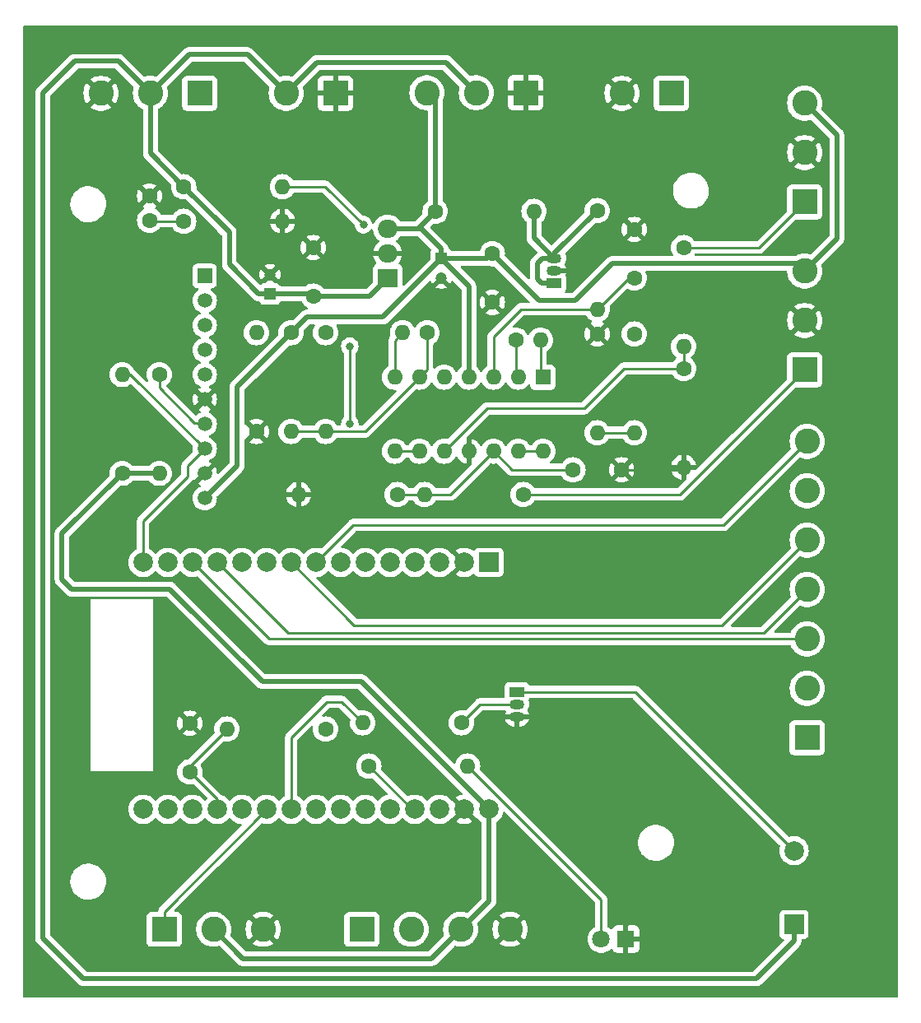
<source format=gtl>
G04 #@! TF.GenerationSoftware,KiCad,Pcbnew,(7.0.0)*
G04 #@! TF.CreationDate,2023-03-16T01:16:54+05:30*
G04 #@! TF.ProjectId,final_year v1.0,66696e61-6c5f-4796-9561-722076312e30,rev?*
G04 #@! TF.SameCoordinates,Original*
G04 #@! TF.FileFunction,Copper,L1,Top*
G04 #@! TF.FilePolarity,Positive*
%FSLAX46Y46*%
G04 Gerber Fmt 4.6, Leading zero omitted, Abs format (unit mm)*
G04 Created by KiCad (PCBNEW (7.0.0)) date 2023-03-16 01:16:54*
%MOMM*%
%LPD*%
G01*
G04 APERTURE LIST*
G04 #@! TA.AperFunction,ComponentPad*
%ADD10C,1.600000*%
G04 #@! TD*
G04 #@! TA.AperFunction,ComponentPad*
%ADD11O,1.600000X1.600000*%
G04 #@! TD*
G04 #@! TA.AperFunction,ComponentPad*
%ADD12R,2.600000X2.600000*%
G04 #@! TD*
G04 #@! TA.AperFunction,ComponentPad*
%ADD13C,2.600000*%
G04 #@! TD*
G04 #@! TA.AperFunction,ComponentPad*
%ADD14R,2.000000X1.905000*%
G04 #@! TD*
G04 #@! TA.AperFunction,ComponentPad*
%ADD15O,2.000000X1.905000*%
G04 #@! TD*
G04 #@! TA.AperFunction,ComponentPad*
%ADD16R,1.200000X1.200000*%
G04 #@! TD*
G04 #@! TA.AperFunction,ComponentPad*
%ADD17C,1.200000*%
G04 #@! TD*
G04 #@! TA.AperFunction,ComponentPad*
%ADD18R,1.800000X1.800000*%
G04 #@! TD*
G04 #@! TA.AperFunction,ComponentPad*
%ADD19C,1.800000*%
G04 #@! TD*
G04 #@! TA.AperFunction,ComponentPad*
%ADD20R,1.500000X1.050000*%
G04 #@! TD*
G04 #@! TA.AperFunction,ComponentPad*
%ADD21O,1.500000X1.050000*%
G04 #@! TD*
G04 #@! TA.AperFunction,ComponentPad*
%ADD22R,1.508000X1.508000*%
G04 #@! TD*
G04 #@! TA.AperFunction,ComponentPad*
%ADD23C,1.508000*%
G04 #@! TD*
G04 #@! TA.AperFunction,ComponentPad*
%ADD24R,2.000000X2.000000*%
G04 #@! TD*
G04 #@! TA.AperFunction,ComponentPad*
%ADD25C,2.000000*%
G04 #@! TD*
G04 #@! TA.AperFunction,ComponentPad*
%ADD26R,1.600000X1.600000*%
G04 #@! TD*
G04 #@! TA.AperFunction,ViaPad*
%ADD27C,0.800000*%
G04 #@! TD*
G04 #@! TA.AperFunction,Conductor*
%ADD28C,0.508000*%
G04 #@! TD*
G04 #@! TA.AperFunction,Conductor*
%ADD29C,0.254000*%
G04 #@! TD*
G04 APERTURE END LIST*
D10*
X28585000Y-28665000D03*
D11*
X38744999Y-28664999D03*
D12*
X92455999Y-47497999D03*
D13*
X92456000Y-42418000D03*
X92456000Y-37338000D03*
D14*
X49550999Y-38069999D03*
D15*
X49550999Y-35529999D03*
X49550999Y-32989999D03*
D10*
X80010000Y-47371000D03*
D11*
X80009999Y-57530999D03*
D16*
X37464999Y-39707599D03*
D17*
X37465000Y-37707600D03*
D10*
X39624000Y-43688000D03*
D11*
X39623999Y-53847999D03*
D10*
X47625000Y-88265000D03*
D11*
X57784999Y-88264999D03*
D12*
X46904999Y-105064999D03*
D13*
X51985000Y-105065000D03*
X57065000Y-105065000D03*
X62145000Y-105065000D03*
D12*
X63753999Y-18998999D03*
D13*
X58674000Y-18999000D03*
X53594000Y-18999000D03*
D10*
X50546000Y-60325000D03*
D11*
X40385999Y-60324999D03*
D10*
X63500000Y-60325000D03*
D11*
X53339999Y-60324999D03*
D10*
X43180000Y-84455000D03*
D11*
X33019999Y-84454999D03*
D10*
X62738000Y-44450000D03*
D11*
X65277999Y-44449999D03*
D10*
X22255000Y-58145000D03*
D11*
X22254999Y-47984999D03*
D10*
X43180000Y-43688000D03*
D11*
X43179999Y-53847999D03*
D10*
X71120000Y-31115000D03*
D11*
X71119999Y-41274999D03*
D10*
X26065000Y-47985000D03*
D11*
X26064999Y-58144999D03*
D12*
X26579999Y-105064999D03*
D13*
X31660000Y-105065000D03*
X36740000Y-105065000D03*
D18*
X74064999Y-106064999D03*
D19*
X71525000Y-106065000D03*
D16*
X55064999Y-36064999D03*
D17*
X55065000Y-38065000D03*
D10*
X60325000Y-35560000D03*
X60325000Y-40560000D03*
D20*
X66674999Y-38567999D03*
D21*
X66674999Y-37297999D03*
X66674999Y-36027999D03*
D12*
X30225999Y-19049999D03*
D13*
X25146000Y-19050000D03*
X20066000Y-19050000D03*
D22*
X30733999Y-37845999D03*
D23*
X30734000Y-40386000D03*
X30734000Y-42926000D03*
X30734000Y-45466000D03*
X30734000Y-48006000D03*
X30734000Y-50546000D03*
X30734000Y-53086000D03*
X30734000Y-55626000D03*
X30734000Y-58166000D03*
X30734000Y-60706000D03*
D10*
X25065000Y-32115000D03*
X25065000Y-29615000D03*
D12*
X92709999Y-85343999D03*
D13*
X92710000Y-80264000D03*
X92710000Y-75184000D03*
X92710000Y-70104000D03*
X92710000Y-65024000D03*
X92710000Y-59944000D03*
X92710000Y-54864000D03*
D20*
X62864999Y-80644999D03*
D21*
X62864999Y-81914999D03*
X62864999Y-83184999D03*
D10*
X29210000Y-88860000D03*
X29210000Y-83860000D03*
X28585000Y-32221000D03*
D11*
X38744999Y-32220999D03*
D12*
X44195999Y-19049999D03*
D13*
X39116000Y-19050000D03*
D10*
X74930000Y-43815000D03*
D11*
X74929999Y-53974999D03*
D12*
X92455999Y-30225999D03*
D13*
X92456000Y-25146000D03*
X92456000Y-20066000D03*
D10*
X74930000Y-33060000D03*
X74930000Y-38060000D03*
D12*
X78739999Y-19049999D03*
D13*
X73660000Y-19050000D03*
D10*
X53623000Y-43688000D03*
D11*
X51082999Y-43687999D03*
D10*
X36068000Y-53848000D03*
D11*
X36067999Y-43687999D03*
D24*
X59964999Y-67309999D03*
D25*
X57425000Y-67310000D03*
X54885000Y-67310000D03*
X52345000Y-67310000D03*
X49805000Y-67310000D03*
X47265000Y-67310000D03*
X44725000Y-67310000D03*
X42185000Y-67310000D03*
X39645000Y-67310000D03*
X37105000Y-67310000D03*
X34565000Y-67310000D03*
X32025000Y-67310000D03*
X29485000Y-67310000D03*
X26945000Y-67310000D03*
X24405000Y-67310000D03*
X24405000Y-92710000D03*
X26945000Y-92710000D03*
X29485000Y-92710000D03*
X32025000Y-92710000D03*
X34565000Y-92710000D03*
X37105000Y-92710000D03*
X39645000Y-92710000D03*
X42185000Y-92710000D03*
X44725000Y-92710000D03*
X47265000Y-92710000D03*
X49805000Y-92710000D03*
X52345000Y-92710000D03*
X54885000Y-92710000D03*
X57425000Y-92710000D03*
X59965000Y-92710000D03*
D10*
X71120000Y-43815000D03*
D11*
X71119999Y-53974999D03*
D10*
X54448000Y-31202000D03*
D11*
X64607999Y-31201999D03*
D10*
X57150000Y-83820000D03*
D11*
X46989999Y-83819999D03*
D10*
X41910000Y-39925000D03*
X41910000Y-34925000D03*
D26*
X65531999Y-48259999D03*
D11*
X62991999Y-48259999D03*
X60451999Y-48259999D03*
X57911999Y-48259999D03*
X55371999Y-48259999D03*
X52831999Y-48259999D03*
X50291999Y-48259999D03*
X50291999Y-55879999D03*
X52831999Y-55879999D03*
X55371999Y-55879999D03*
X57911999Y-55879999D03*
X60451999Y-55879999D03*
X62991999Y-55879999D03*
X65531999Y-55879999D03*
D24*
X91364999Y-104564999D03*
D25*
X91365000Y-96965000D03*
D10*
X68620000Y-57785000D03*
X73620000Y-57785000D03*
X80010000Y-34925000D03*
D11*
X80009999Y-45084999D03*
D27*
X45665000Y-53065000D03*
X45665000Y-45065000D03*
X47065000Y-32565000D03*
D28*
X91683000Y-36565000D02*
X92456000Y-37338000D01*
X59965000Y-92710000D02*
X46820000Y-79565000D01*
X36665000Y-79565000D02*
X27165000Y-70065000D01*
X27165000Y-70065000D02*
X17065000Y-70065000D01*
X16065000Y-64335000D02*
X22255000Y-58145000D01*
X52990000Y-32990000D02*
X52065000Y-32990000D01*
X72665000Y-36565000D02*
X91683000Y-36565000D01*
X52660000Y-32990000D02*
X52065000Y-32990000D01*
X57912000Y-38912000D02*
X57912000Y-48260000D01*
X39624000Y-43688000D02*
X41247000Y-42065000D01*
X34065000Y-57375000D02*
X34065000Y-49247000D01*
X16065000Y-69065000D02*
X16065000Y-64335000D01*
X30734000Y-60706000D02*
X34065000Y-57375000D01*
X41247000Y-42065000D02*
X49065000Y-42065000D01*
X68865000Y-40365000D02*
X72665000Y-36565000D01*
X46820000Y-79565000D02*
X36665000Y-79565000D01*
X95765000Y-23365000D02*
X95755000Y-23365000D01*
X52065000Y-32990000D02*
X49551000Y-32990000D01*
X65130000Y-40365000D02*
X68865000Y-40365000D01*
X59965000Y-102165000D02*
X57065000Y-105065000D01*
X54448000Y-19853000D02*
X53594000Y-18999000D01*
X55065000Y-36065000D02*
X55065000Y-35065000D01*
X31660000Y-105065000D02*
X34660000Y-108065000D01*
X34065000Y-49247000D02*
X39624000Y-43688000D01*
X54065000Y-108065000D02*
X57065000Y-105065000D01*
X59820000Y-36065000D02*
X60325000Y-35560000D01*
X54448000Y-31202000D02*
X54448000Y-19853000D01*
X49065000Y-42065000D02*
X55065000Y-36065000D01*
X54448000Y-31202000D02*
X52660000Y-32990000D01*
X17065000Y-70065000D02*
X16065000Y-69065000D01*
X34660000Y-108065000D02*
X54065000Y-108065000D01*
X55065000Y-36065000D02*
X57912000Y-38912000D01*
X59965000Y-92710000D02*
X59965000Y-102165000D01*
X60325000Y-35560000D02*
X65130000Y-40365000D01*
X95765000Y-34029000D02*
X95765000Y-23365000D01*
X95755000Y-23365000D02*
X92456000Y-20066000D01*
X92456000Y-37338000D02*
X95765000Y-34029000D01*
X55065000Y-36065000D02*
X59820000Y-36065000D01*
X55065000Y-35065000D02*
X52990000Y-32990000D01*
X22255000Y-58145000D02*
X26065000Y-58145000D01*
D29*
X79756000Y-57785000D02*
X80010000Y-57531000D01*
X73620000Y-57785000D02*
X79756000Y-57785000D01*
D28*
X32585000Y-32685000D02*
X33265000Y-33365000D01*
X14080000Y-19050000D02*
X17365000Y-15765000D01*
X18265000Y-110165000D02*
X14065000Y-105965000D01*
X37465000Y-39707600D02*
X36307600Y-39707600D01*
X91365000Y-106265000D02*
X87465000Y-110165000D01*
X33265000Y-36665000D02*
X33265000Y-33365000D01*
X39116000Y-19050000D02*
X42301000Y-15865000D01*
X37465000Y-39707600D02*
X41692600Y-39707600D01*
X14065000Y-19050000D02*
X14080000Y-19050000D01*
X17365000Y-15765000D02*
X21861000Y-15765000D01*
X28585000Y-28665000D02*
X25146000Y-25226000D01*
X47696000Y-39925000D02*
X49551000Y-38070000D01*
X41692600Y-39707600D02*
X41910000Y-39925000D01*
X87465000Y-110165000D02*
X18265000Y-110165000D01*
X32585000Y-32665000D02*
X28585000Y-28665000D01*
X39116000Y-19050000D02*
X35131000Y-15065000D01*
X55540000Y-15865000D02*
X58674000Y-18999000D01*
X36307600Y-39707600D02*
X33265000Y-36665000D01*
X25146000Y-19050000D02*
X25146000Y-24465000D01*
X91365000Y-104565000D02*
X91365000Y-106265000D01*
X29131000Y-15065000D02*
X25146000Y-19050000D01*
X14065000Y-105965000D02*
X14065000Y-19050000D01*
X35131000Y-15065000D02*
X29131000Y-15065000D01*
X25146000Y-25226000D02*
X25146000Y-24465000D01*
X21861000Y-15765000D02*
X25146000Y-19050000D01*
X32585000Y-32665000D02*
X32585000Y-32685000D01*
X42301000Y-15865000D02*
X55540000Y-15865000D01*
X41910000Y-39925000D02*
X47696000Y-39925000D01*
D29*
X29210000Y-88265000D02*
X29210000Y-88860000D01*
X32025000Y-91675000D02*
X32025000Y-92710000D01*
X33020000Y-84455000D02*
X29210000Y-88265000D01*
X29210000Y-88860000D02*
X32025000Y-91675000D01*
X92710000Y-75184000D02*
X37359000Y-75184000D01*
X37359000Y-75184000D02*
X29485000Y-67310000D01*
X39280000Y-74565000D02*
X32025000Y-67310000D01*
X92710000Y-70104000D02*
X88249000Y-74565000D01*
X88249000Y-74565000D02*
X39280000Y-74565000D01*
X46100000Y-73765000D02*
X39645000Y-67310000D01*
X92710000Y-65024000D02*
X83969000Y-73765000D01*
X83969000Y-73765000D02*
X46100000Y-73765000D01*
X84109000Y-63465000D02*
X46030000Y-63465000D01*
X92710000Y-54864000D02*
X84109000Y-63465000D01*
X46030000Y-63465000D02*
X42185000Y-67310000D01*
X26580000Y-105065000D02*
X26580000Y-103235000D01*
X26580000Y-103235000D02*
X37105000Y-92710000D01*
X45665000Y-53065000D02*
X45665000Y-45065000D01*
X87757000Y-34925000D02*
X92456000Y-30226000D01*
X80010000Y-34925000D02*
X87757000Y-34925000D01*
D28*
X65502000Y-36028000D02*
X66675000Y-36028000D01*
X64608000Y-33961000D02*
X66675000Y-36028000D01*
X66675000Y-36028000D02*
X66675000Y-35560000D01*
X66675000Y-35560000D02*
X71120000Y-31115000D01*
X65368000Y-38568000D02*
X64965000Y-38165000D01*
X64965000Y-38165000D02*
X64965000Y-36565000D01*
X64608000Y-31202000D02*
X64608000Y-33961000D01*
X64965000Y-36565000D02*
X65502000Y-36028000D01*
X66675000Y-38568000D02*
X65368000Y-38568000D01*
D29*
X28965000Y-58515129D02*
X28965000Y-57395000D01*
X28965000Y-57395000D02*
X30734000Y-55626000D01*
X24405000Y-63075129D02*
X28965000Y-58515129D01*
X24405000Y-67310000D02*
X24405000Y-63075129D01*
X23093000Y-47985000D02*
X22255000Y-47985000D01*
X30734000Y-55626000D02*
X23093000Y-47985000D01*
X29665000Y-52965000D02*
X30613000Y-52965000D01*
X26065000Y-47985000D02*
X26065000Y-49365000D01*
X30613000Y-52965000D02*
X30734000Y-53086000D01*
X26065000Y-49365000D02*
X29665000Y-52965000D01*
X62738000Y-48006000D02*
X62992000Y-48260000D01*
X62738000Y-44450000D02*
X62738000Y-48006000D01*
X74930000Y-53975000D02*
X71120000Y-53975000D01*
X50292000Y-48260000D02*
X50292000Y-44479000D01*
X50292000Y-44479000D02*
X51083000Y-43688000D01*
X39624000Y-53848000D02*
X43180000Y-53848000D01*
X53623000Y-47469000D02*
X52832000Y-48260000D01*
X47244000Y-53848000D02*
X52832000Y-48260000D01*
X43180000Y-53848000D02*
X47244000Y-53848000D01*
X53623000Y-43688000D02*
X53623000Y-47469000D01*
X65278000Y-48006000D02*
X65532000Y-48260000D01*
X65278000Y-44450000D02*
X65278000Y-48006000D01*
X59787000Y-51465000D02*
X69765000Y-51465000D01*
X55372000Y-55880000D02*
X59787000Y-51465000D01*
X80010000Y-45085000D02*
X80010000Y-47371000D01*
X69765000Y-51465000D02*
X73859000Y-47371000D01*
X73859000Y-47371000D02*
X80010000Y-47371000D01*
X53340000Y-60325000D02*
X56007000Y-60325000D01*
X62357000Y-57785000D02*
X60452000Y-55880000D01*
X53340000Y-60325000D02*
X50546000Y-60325000D01*
X68620000Y-57785000D02*
X62357000Y-57785000D01*
X56007000Y-60325000D02*
X60452000Y-55880000D01*
X75045000Y-80645000D02*
X62865000Y-80645000D01*
X91365000Y-96965000D02*
X75045000Y-80645000D01*
X71525000Y-102005000D02*
X71525000Y-106065000D01*
X57785000Y-88265000D02*
X71525000Y-102005000D01*
X52832000Y-55880000D02*
X50292000Y-55880000D01*
X65532000Y-55880000D02*
X62992000Y-55880000D01*
X25171000Y-32221000D02*
X25065000Y-32115000D01*
X43165000Y-28665000D02*
X38745000Y-28665000D01*
X28585000Y-32221000D02*
X25171000Y-32221000D01*
X47065000Y-32565000D02*
X43165000Y-28665000D01*
X71120000Y-41275000D02*
X74335000Y-38060000D01*
X63255000Y-41275000D02*
X71120000Y-41275000D01*
X60452000Y-48260000D02*
X60452000Y-44078000D01*
X74335000Y-38060000D02*
X74930000Y-38060000D01*
X60452000Y-44078000D02*
X63255000Y-41275000D01*
X79629000Y-60325000D02*
X63500000Y-60325000D01*
X92456000Y-47498000D02*
X79629000Y-60325000D01*
X59055000Y-81915000D02*
X62865000Y-81915000D01*
X57150000Y-83820000D02*
X59055000Y-81915000D01*
X39645000Y-85285000D02*
X39645000Y-92710000D01*
X43265000Y-81665000D02*
X39645000Y-85285000D01*
X44835000Y-81665000D02*
X43265000Y-81665000D01*
X46990000Y-83820000D02*
X44835000Y-81665000D01*
X52070000Y-92710000D02*
X52345000Y-92710000D01*
X47625000Y-88265000D02*
X52070000Y-92710000D01*
G04 #@! TA.AperFunction,Conductor*
G36*
X59985497Y-36815407D02*
G01*
X60098308Y-36845635D01*
X60325000Y-36865468D01*
X60486660Y-36851324D01*
X60539876Y-36858330D01*
X60585147Y-36887171D01*
X64133795Y-40435819D01*
X64164045Y-40485182D01*
X64168587Y-40542898D01*
X64146432Y-40596385D01*
X64102409Y-40633985D01*
X64046114Y-40647500D01*
X63333045Y-40647500D01*
X63321933Y-40646976D01*
X63314523Y-40645320D01*
X63306724Y-40645565D01*
X63247082Y-40647439D01*
X63243188Y-40647500D01*
X63215524Y-40647500D01*
X63211671Y-40647986D01*
X63211662Y-40647987D01*
X63211508Y-40648007D01*
X63199885Y-40648921D01*
X63163852Y-40650053D01*
X63163844Y-40650054D01*
X63156058Y-40650299D01*
X63148573Y-40652473D01*
X63148569Y-40652474D01*
X63136718Y-40655917D01*
X63117680Y-40659859D01*
X63105450Y-40661404D01*
X63105437Y-40661407D01*
X63097707Y-40662384D01*
X63090461Y-40665252D01*
X63090452Y-40665255D01*
X63056950Y-40678519D01*
X63045906Y-40682300D01*
X63011305Y-40692353D01*
X63011297Y-40692356D01*
X63003809Y-40694532D01*
X62997097Y-40698501D01*
X62997093Y-40698503D01*
X62986481Y-40704779D01*
X62969019Y-40713333D01*
X62957555Y-40717872D01*
X62957546Y-40717876D01*
X62950297Y-40720747D01*
X62943986Y-40725331D01*
X62943979Y-40725336D01*
X62914838Y-40746508D01*
X62905078Y-40752920D01*
X62874057Y-40771266D01*
X62874054Y-40771268D01*
X62867345Y-40775236D01*
X62861834Y-40780745D01*
X62861827Y-40780752D01*
X62853104Y-40789475D01*
X62838322Y-40802100D01*
X62828348Y-40809347D01*
X62828340Y-40809354D01*
X62822033Y-40813937D01*
X62817066Y-40819939D01*
X62817055Y-40819951D01*
X62794089Y-40847712D01*
X62786229Y-40856350D01*
X60063479Y-43579100D01*
X60055243Y-43586594D01*
X60048838Y-43590660D01*
X60043505Y-43596337D01*
X60043501Y-43596342D01*
X60002645Y-43639848D01*
X59999941Y-43642639D01*
X59980377Y-43662204D01*
X59978003Y-43665264D01*
X59977984Y-43665286D01*
X59977879Y-43665423D01*
X59970317Y-43674273D01*
X59945647Y-43700544D01*
X59945639Y-43700554D01*
X59940307Y-43706233D01*
X59936555Y-43713056D01*
X59936548Y-43713067D01*
X59930606Y-43723877D01*
X59919928Y-43740133D01*
X59912373Y-43749873D01*
X59912369Y-43749878D01*
X59907592Y-43756038D01*
X59904498Y-43763187D01*
X59904496Y-43763191D01*
X59890185Y-43796263D01*
X59885047Y-43806750D01*
X59874167Y-43826542D01*
X59863928Y-43845166D01*
X59861991Y-43852709D01*
X59861986Y-43852722D01*
X59858919Y-43864670D01*
X59852620Y-43883067D01*
X59844626Y-43901542D01*
X59843406Y-43909242D01*
X59843405Y-43909247D01*
X59837769Y-43944831D01*
X59835401Y-43956266D01*
X59826438Y-43991174D01*
X59826436Y-43991185D01*
X59824500Y-43998728D01*
X59824500Y-44006524D01*
X59824500Y-44018859D01*
X59822973Y-44038257D01*
X59821602Y-44046916D01*
X59819825Y-44058133D01*
X59820559Y-44065898D01*
X59820559Y-44065900D01*
X59823950Y-44101769D01*
X59824500Y-44113439D01*
X59824500Y-47047213D01*
X59810489Y-47104470D01*
X59771623Y-47148788D01*
X59617296Y-47256847D01*
X59617291Y-47256850D01*
X59612861Y-47259953D01*
X59609037Y-47263776D01*
X59609031Y-47263782D01*
X59455782Y-47417031D01*
X59455776Y-47417037D01*
X59451953Y-47420861D01*
X59448850Y-47425291D01*
X59448847Y-47425296D01*
X59324540Y-47602826D01*
X59324535Y-47602833D01*
X59321432Y-47607266D01*
X59319148Y-47612163D01*
X59319141Y-47612176D01*
X59294382Y-47665274D01*
X59248625Y-47717450D01*
X59182000Y-47736869D01*
X59115375Y-47717450D01*
X59069618Y-47665274D01*
X59044858Y-47612176D01*
X59044855Y-47612172D01*
X59042568Y-47607266D01*
X58912047Y-47420861D01*
X58751139Y-47259953D01*
X58719377Y-47237713D01*
X58680511Y-47193395D01*
X58666500Y-47136138D01*
X58666500Y-41638703D01*
X59603217Y-41638703D01*
X59610650Y-41646814D01*
X59668077Y-41687025D01*
X59677427Y-41692423D01*
X59873768Y-41783979D01*
X59883902Y-41787667D01*
X60093162Y-41843739D01*
X60103793Y-41845613D01*
X60319605Y-41864494D01*
X60330395Y-41864494D01*
X60546206Y-41845613D01*
X60556837Y-41843739D01*
X60766097Y-41787667D01*
X60776231Y-41783979D01*
X60972575Y-41692422D01*
X60981920Y-41687026D01*
X61039348Y-41646814D01*
X61046780Y-41638703D01*
X61040867Y-41629421D01*
X60336542Y-40925095D01*
X60325000Y-40918431D01*
X60313457Y-40925095D01*
X59609128Y-41629424D01*
X59603217Y-41638703D01*
X58666500Y-41638703D01*
X58666500Y-40565395D01*
X59020506Y-40565395D01*
X59039386Y-40781206D01*
X59041260Y-40791837D01*
X59097332Y-41001097D01*
X59101020Y-41011231D01*
X59192576Y-41207572D01*
X59197974Y-41216922D01*
X59238184Y-41274348D01*
X59246295Y-41281781D01*
X59255574Y-41275870D01*
X59959903Y-40571542D01*
X59966567Y-40560000D01*
X60683431Y-40560000D01*
X60690095Y-40571542D01*
X61394421Y-41275867D01*
X61403703Y-41281780D01*
X61411814Y-41274348D01*
X61452026Y-41216920D01*
X61457422Y-41207575D01*
X61548979Y-41011231D01*
X61552667Y-41001097D01*
X61608739Y-40791837D01*
X61610613Y-40781206D01*
X61629494Y-40565395D01*
X61629494Y-40554605D01*
X61610613Y-40338793D01*
X61608739Y-40328162D01*
X61552667Y-40118902D01*
X61548979Y-40108768D01*
X61457423Y-39912427D01*
X61452025Y-39903077D01*
X61411814Y-39845650D01*
X61403703Y-39838217D01*
X61394424Y-39844128D01*
X60690095Y-40548457D01*
X60683431Y-40560000D01*
X59966567Y-40560000D01*
X59959903Y-40548457D01*
X59255574Y-39844128D01*
X59246296Y-39838217D01*
X59238183Y-39845651D01*
X59197971Y-39903081D01*
X59192577Y-39912425D01*
X59101020Y-40108768D01*
X59097332Y-40118902D01*
X59041260Y-40328162D01*
X59039386Y-40338793D01*
X59020506Y-40554605D01*
X59020506Y-40565395D01*
X58666500Y-40565395D01*
X58666500Y-39481296D01*
X59603217Y-39481296D01*
X59609128Y-39490574D01*
X60313457Y-40194903D01*
X60325000Y-40201567D01*
X60336542Y-40194903D01*
X61040870Y-39490574D01*
X61046781Y-39481295D01*
X61039348Y-39473184D01*
X60981922Y-39432974D01*
X60972572Y-39427576D01*
X60776231Y-39336020D01*
X60766097Y-39332332D01*
X60556837Y-39276260D01*
X60546206Y-39274386D01*
X60330395Y-39255506D01*
X60319605Y-39255506D01*
X60103793Y-39274386D01*
X60093162Y-39276260D01*
X59883902Y-39332332D01*
X59873768Y-39336020D01*
X59677425Y-39427577D01*
X59668081Y-39432971D01*
X59610651Y-39473183D01*
X59603217Y-39481296D01*
X58666500Y-39481296D01*
X58666500Y-38976001D01*
X58667809Y-38958029D01*
X58669626Y-38945622D01*
X58671315Y-38934094D01*
X58666972Y-38884452D01*
X58666500Y-38873645D01*
X58666500Y-38871658D01*
X58666500Y-38868059D01*
X58662879Y-38837082D01*
X58662515Y-38833509D01*
X58660671Y-38812432D01*
X58655943Y-38758388D01*
X58653668Y-38751525D01*
X58652944Y-38748016D01*
X58652900Y-38747746D01*
X58652821Y-38747466D01*
X58651998Y-38743996D01*
X58651160Y-38736816D01*
X58625369Y-38665957D01*
X58624186Y-38662552D01*
X58619322Y-38647873D01*
X58600464Y-38590964D01*
X58596670Y-38584815D01*
X58595160Y-38581575D01*
X58595051Y-38581312D01*
X58594917Y-38581072D01*
X58593306Y-38577865D01*
X58590836Y-38571076D01*
X58586865Y-38565039D01*
X58586864Y-38565036D01*
X58549376Y-38508038D01*
X58547480Y-38505063D01*
X58507870Y-38440846D01*
X58502760Y-38435736D01*
X58500535Y-38432922D01*
X58500374Y-38432700D01*
X58500195Y-38432504D01*
X58497884Y-38429749D01*
X58493915Y-38423715D01*
X58444621Y-38377209D01*
X58439060Y-38371962D01*
X58436473Y-38369449D01*
X57098205Y-37031181D01*
X57067955Y-36981818D01*
X57063413Y-36924102D01*
X57085568Y-36870615D01*
X57129591Y-36833015D01*
X57185886Y-36819500D01*
X59755999Y-36819500D01*
X59773971Y-36820809D01*
X59797906Y-36824315D01*
X59847547Y-36819972D01*
X59858355Y-36819500D01*
X59860343Y-36819500D01*
X59863941Y-36819500D01*
X59867524Y-36819081D01*
X59867527Y-36819081D01*
X59894902Y-36815882D01*
X59898468Y-36815516D01*
X59942603Y-36811655D01*
X59985497Y-36815407D01*
G37*
G04 #@! TD.AperFunction*
G04 #@! TA.AperFunction,Conductor*
G36*
X102002500Y-12082113D02*
G01*
X102047887Y-12127500D01*
X102064500Y-12189500D01*
X102064500Y-111940500D01*
X102047887Y-112002500D01*
X102002500Y-112047887D01*
X101940500Y-112064500D01*
X12189500Y-112064500D01*
X12127500Y-112047887D01*
X12082113Y-112002500D01*
X12065500Y-111940500D01*
X12065500Y-105942906D01*
X13305685Y-105942906D01*
X13306314Y-105950097D01*
X13306314Y-105950104D01*
X13310028Y-105992548D01*
X13310500Y-106003355D01*
X13310500Y-106008941D01*
X13310916Y-106012502D01*
X13310917Y-106012517D01*
X13314116Y-106039885D01*
X13314482Y-106043468D01*
X13320427Y-106111420D01*
X13320428Y-106111425D01*
X13321057Y-106118612D01*
X13323327Y-106125462D01*
X13324056Y-106128992D01*
X13324098Y-106129254D01*
X13324171Y-106129511D01*
X13325002Y-106133019D01*
X13325840Y-106140184D01*
X13351635Y-106211058D01*
X13352804Y-106214423D01*
X13374264Y-106279182D01*
X13374266Y-106279187D01*
X13376536Y-106286036D01*
X13380322Y-106292174D01*
X13381846Y-106295442D01*
X13381946Y-106295684D01*
X13382082Y-106295927D01*
X13383693Y-106299135D01*
X13386164Y-106305924D01*
X13390132Y-106311957D01*
X13390134Y-106311961D01*
X13427613Y-106368946D01*
X13429550Y-106371986D01*
X13464291Y-106428310D01*
X13469130Y-106436154D01*
X13474237Y-106441261D01*
X13476463Y-106444076D01*
X13476624Y-106444299D01*
X13476799Y-106444490D01*
X13479118Y-106447253D01*
X13483085Y-106453285D01*
X13488336Y-106458239D01*
X13537938Y-106505036D01*
X13540525Y-106507549D01*
X17686233Y-110653257D01*
X17698011Y-110666884D01*
X17712461Y-110686294D01*
X17717992Y-110690935D01*
X17750634Y-110718325D01*
X17758609Y-110725633D01*
X17762559Y-110729583D01*
X17765389Y-110731821D01*
X17765394Y-110731825D01*
X17787009Y-110748916D01*
X17789805Y-110751193D01*
X17847573Y-110799667D01*
X17854031Y-110802909D01*
X17857028Y-110804881D01*
X17857248Y-110805040D01*
X17857490Y-110805175D01*
X17860539Y-110807055D01*
X17866209Y-110811539D01*
X17934613Y-110843436D01*
X17937776Y-110844968D01*
X17998728Y-110875580D01*
X17998733Y-110875582D01*
X18005189Y-110878824D01*
X18012225Y-110880491D01*
X18015577Y-110881711D01*
X18015842Y-110881821D01*
X18016096Y-110881893D01*
X18019508Y-110883023D01*
X18026060Y-110886079D01*
X18033139Y-110887540D01*
X18033140Y-110887541D01*
X18058527Y-110892782D01*
X18099938Y-110901333D01*
X18103411Y-110902103D01*
X18176812Y-110919500D01*
X18184043Y-110919500D01*
X18187602Y-110919916D01*
X18187876Y-110919960D01*
X18188139Y-110919972D01*
X18191719Y-110920285D01*
X18198794Y-110921746D01*
X18274194Y-110919552D01*
X18277802Y-110919500D01*
X87400999Y-110919500D01*
X87418971Y-110920809D01*
X87442906Y-110924315D01*
X87492547Y-110919972D01*
X87503355Y-110919500D01*
X87505343Y-110919500D01*
X87508941Y-110919500D01*
X87512514Y-110919082D01*
X87512520Y-110919082D01*
X87528483Y-110917215D01*
X87539917Y-110915879D01*
X87543441Y-110915519D01*
X87618612Y-110908943D01*
X87625474Y-110906668D01*
X87628967Y-110905947D01*
X87629252Y-110905900D01*
X87629531Y-110905822D01*
X87633008Y-110904998D01*
X87640184Y-110904160D01*
X87711074Y-110878357D01*
X87714459Y-110877182D01*
X87779173Y-110855738D01*
X87779171Y-110855738D01*
X87786036Y-110853464D01*
X87792190Y-110849667D01*
X87795420Y-110848161D01*
X87795691Y-110848048D01*
X87795938Y-110847911D01*
X87799130Y-110846307D01*
X87805924Y-110843836D01*
X87868967Y-110802370D01*
X87871924Y-110800486D01*
X87936154Y-110760870D01*
X87941266Y-110755756D01*
X87944074Y-110753537D01*
X87944298Y-110753375D01*
X87944511Y-110753180D01*
X87947239Y-110750890D01*
X87953285Y-110746915D01*
X88005071Y-110692023D01*
X88007516Y-110689506D01*
X91853264Y-106843758D01*
X91866883Y-106831988D01*
X91886294Y-106817539D01*
X91918324Y-106779366D01*
X91925638Y-106771386D01*
X91926234Y-106770789D01*
X91929583Y-106767441D01*
X91948928Y-106742973D01*
X91951128Y-106740271D01*
X91999667Y-106682427D01*
X92002911Y-106675964D01*
X92004876Y-106672978D01*
X92005041Y-106672749D01*
X92005183Y-106672495D01*
X92007052Y-106669464D01*
X92011539Y-106663791D01*
X92043419Y-106595421D01*
X92044972Y-106592214D01*
X92078824Y-106524811D01*
X92080491Y-106517775D01*
X92081712Y-106514421D01*
X92081818Y-106514163D01*
X92081897Y-106513887D01*
X92083019Y-106510501D01*
X92086079Y-106503940D01*
X92101332Y-106430066D01*
X92102109Y-106426562D01*
X92104574Y-106416161D01*
X92119500Y-106353188D01*
X92119500Y-106345957D01*
X92119916Y-106342398D01*
X92119960Y-106342123D01*
X92119972Y-106341861D01*
X92120285Y-106338281D01*
X92121746Y-106331206D01*
X92119552Y-106255805D01*
X92119500Y-106252198D01*
X92119500Y-106189499D01*
X92136113Y-106127499D01*
X92181500Y-106082112D01*
X92243500Y-106065499D01*
X92409561Y-106065499D01*
X92412872Y-106065499D01*
X92472483Y-106059091D01*
X92607331Y-106008796D01*
X92722546Y-105922546D01*
X92808796Y-105807331D01*
X92859091Y-105672483D01*
X92865500Y-105612873D01*
X92865499Y-103517128D01*
X92859091Y-103457517D01*
X92808796Y-103322669D01*
X92722546Y-103207454D01*
X92659019Y-103159898D01*
X92614431Y-103126519D01*
X92614430Y-103126518D01*
X92607331Y-103121204D01*
X92472483Y-103070909D01*
X92464770Y-103070079D01*
X92464767Y-103070079D01*
X92416180Y-103064855D01*
X92416169Y-103064854D01*
X92412873Y-103064500D01*
X92409550Y-103064500D01*
X90320439Y-103064500D01*
X90320420Y-103064500D01*
X90317128Y-103064501D01*
X90313850Y-103064853D01*
X90313838Y-103064854D01*
X90265231Y-103070079D01*
X90265225Y-103070080D01*
X90257517Y-103070909D01*
X90250252Y-103073618D01*
X90250246Y-103073620D01*
X90130980Y-103118104D01*
X90130978Y-103118104D01*
X90122669Y-103121204D01*
X90115572Y-103126516D01*
X90115568Y-103126519D01*
X90014550Y-103202141D01*
X90014546Y-103202144D01*
X90007454Y-103207454D01*
X90002144Y-103214546D01*
X90002141Y-103214550D01*
X89926519Y-103315568D01*
X89926516Y-103315572D01*
X89921204Y-103322669D01*
X89918104Y-103330978D01*
X89918104Y-103330980D01*
X89873620Y-103450247D01*
X89873619Y-103450250D01*
X89870909Y-103457517D01*
X89870079Y-103465227D01*
X89870079Y-103465232D01*
X89864855Y-103513819D01*
X89864854Y-103513831D01*
X89864500Y-103517127D01*
X89864500Y-103520448D01*
X89864500Y-103520449D01*
X89864500Y-105609560D01*
X89864500Y-105609578D01*
X89864501Y-105612872D01*
X89864853Y-105616150D01*
X89864854Y-105616161D01*
X89870079Y-105664768D01*
X89870080Y-105664773D01*
X89870909Y-105672483D01*
X89873619Y-105679749D01*
X89873620Y-105679753D01*
X89883281Y-105705654D01*
X89921204Y-105807331D01*
X90007454Y-105922546D01*
X90122669Y-106008796D01*
X90206023Y-106039885D01*
X90256173Y-106058590D01*
X90306553Y-106093569D01*
X90334006Y-106148414D01*
X90331817Y-106209707D01*
X90300521Y-106262453D01*
X87188795Y-109374181D01*
X87148567Y-109401061D01*
X87101114Y-109410500D01*
X18628886Y-109410500D01*
X18581433Y-109401061D01*
X18541205Y-109374181D01*
X14855819Y-105688795D01*
X14828939Y-105648567D01*
X14819500Y-105601114D01*
X14819500Y-100232765D01*
X16910788Y-100232765D01*
X16911282Y-100237262D01*
X16911283Y-100237267D01*
X16939917Y-100497506D01*
X16939918Y-100497513D01*
X16940414Y-100502018D01*
X16941559Y-100506398D01*
X16941561Y-100506408D01*
X16973830Y-100629838D01*
X17008928Y-100764088D01*
X17010693Y-100768242D01*
X17010696Y-100768250D01*
X17113099Y-101009223D01*
X17114870Y-101013390D01*
X17117226Y-101017251D01*
X17117229Y-101017256D01*
X17253618Y-101240737D01*
X17255982Y-101244610D01*
X17429255Y-101452820D01*
X17432630Y-101455844D01*
X17432631Y-101455845D01*
X17606716Y-101611826D01*
X17630998Y-101633582D01*
X17856910Y-101783044D01*
X18102176Y-101898020D01*
X18361569Y-101976060D01*
X18629561Y-102015500D01*
X18830369Y-102015500D01*
X18832631Y-102015500D01*
X19035156Y-102000677D01*
X19299553Y-101941780D01*
X19552558Y-101845014D01*
X19788777Y-101712441D01*
X20003177Y-101546888D01*
X20191186Y-101351881D01*
X20348799Y-101131579D01*
X20472656Y-100890675D01*
X20560118Y-100634305D01*
X20609319Y-100367933D01*
X20619212Y-100097235D01*
X20589586Y-99827982D01*
X20521072Y-99565912D01*
X20415130Y-99316610D01*
X20274018Y-99085390D01*
X20100745Y-98877180D01*
X19995759Y-98783112D01*
X19902382Y-98699446D01*
X19902378Y-98699442D01*
X19899002Y-98696418D01*
X19673090Y-98546956D01*
X19668996Y-98545036D01*
X19668991Y-98545034D01*
X19431929Y-98433904D01*
X19431925Y-98433902D01*
X19427824Y-98431980D01*
X19423477Y-98430672D01*
X19423474Y-98430671D01*
X19172772Y-98355246D01*
X19172771Y-98355245D01*
X19168431Y-98353940D01*
X19163957Y-98353281D01*
X19163950Y-98353280D01*
X18904913Y-98315158D01*
X18904907Y-98315157D01*
X18900439Y-98314500D01*
X18697369Y-98314500D01*
X18695120Y-98314664D01*
X18695109Y-98314665D01*
X18499363Y-98328992D01*
X18499359Y-98328992D01*
X18494844Y-98329323D01*
X18490426Y-98330307D01*
X18490420Y-98330308D01*
X18234877Y-98387232D01*
X18234861Y-98387236D01*
X18230447Y-98388220D01*
X18226216Y-98389838D01*
X18226210Y-98389840D01*
X17981673Y-98483367D01*
X17981663Y-98483371D01*
X17977442Y-98484986D01*
X17973494Y-98487201D01*
X17973489Y-98487204D01*
X17745176Y-98615340D01*
X17745171Y-98615343D01*
X17741223Y-98617559D01*
X17737639Y-98620325D01*
X17737635Y-98620329D01*
X17530407Y-98780343D01*
X17530394Y-98780354D01*
X17526823Y-98783112D01*
X17523685Y-98786366D01*
X17523678Y-98786373D01*
X17341958Y-98974857D01*
X17341952Y-98974864D01*
X17338814Y-98978119D01*
X17336189Y-98981787D01*
X17336179Y-98981800D01*
X17183834Y-99194740D01*
X17183830Y-99194745D01*
X17181201Y-99198421D01*
X17179132Y-99202444D01*
X17179129Y-99202450D01*
X17059416Y-99435293D01*
X17059411Y-99435304D01*
X17057344Y-99439325D01*
X17055884Y-99443602D01*
X17055879Y-99443616D01*
X16971348Y-99691395D01*
X16971344Y-99691407D01*
X16969882Y-99695695D01*
X16969057Y-99700159D01*
X16969057Y-99700161D01*
X16921504Y-99957606D01*
X16921502Y-99957619D01*
X16920681Y-99962067D01*
X16920515Y-99966593D01*
X16920515Y-99966599D01*
X16915576Y-100101762D01*
X16910788Y-100232765D01*
X14819500Y-100232765D01*
X14819500Y-92710000D01*
X22899357Y-92710000D01*
X22899781Y-92715117D01*
X22919467Y-92952701D01*
X22919468Y-92952709D01*
X22919892Y-92957821D01*
X22921149Y-92962788D01*
X22921151Y-92962795D01*
X22947902Y-93068431D01*
X22980937Y-93198881D01*
X22982997Y-93203577D01*
X23078766Y-93421910D01*
X23078769Y-93421916D01*
X23080827Y-93426607D01*
X23083627Y-93430893D01*
X23083631Y-93430900D01*
X23179042Y-93576937D01*
X23216836Y-93634785D01*
X23220306Y-93638554D01*
X23220311Y-93638560D01*
X23381784Y-93813967D01*
X23381787Y-93813970D01*
X23385256Y-93817738D01*
X23581491Y-93970474D01*
X23800190Y-94088828D01*
X24035386Y-94169571D01*
X24280665Y-94210500D01*
X24524201Y-94210500D01*
X24529335Y-94210500D01*
X24774614Y-94169571D01*
X25009810Y-94088828D01*
X25228509Y-93970474D01*
X25424744Y-93817738D01*
X25583771Y-93644988D01*
X25641259Y-93609651D01*
X25708741Y-93609651D01*
X25766228Y-93644988D01*
X25844696Y-93730226D01*
X25921784Y-93813967D01*
X25921787Y-93813970D01*
X25925256Y-93817738D01*
X26121491Y-93970474D01*
X26340190Y-94088828D01*
X26575386Y-94169571D01*
X26820665Y-94210500D01*
X27064201Y-94210500D01*
X27069335Y-94210500D01*
X27314614Y-94169571D01*
X27549810Y-94088828D01*
X27768509Y-93970474D01*
X27964744Y-93817738D01*
X28123771Y-93644988D01*
X28181259Y-93609651D01*
X28248741Y-93609651D01*
X28306228Y-93644988D01*
X28384696Y-93730226D01*
X28461784Y-93813967D01*
X28461787Y-93813970D01*
X28465256Y-93817738D01*
X28661491Y-93970474D01*
X28880190Y-94088828D01*
X29115386Y-94169571D01*
X29360665Y-94210500D01*
X29604201Y-94210500D01*
X29609335Y-94210500D01*
X29854614Y-94169571D01*
X30089810Y-94088828D01*
X30308509Y-93970474D01*
X30504744Y-93817738D01*
X30663771Y-93644988D01*
X30721259Y-93609651D01*
X30788741Y-93609651D01*
X30846228Y-93644988D01*
X30924696Y-93730226D01*
X31001784Y-93813967D01*
X31001787Y-93813970D01*
X31005256Y-93817738D01*
X31201491Y-93970474D01*
X31420190Y-94088828D01*
X31655386Y-94169571D01*
X31900665Y-94210500D01*
X32144201Y-94210500D01*
X32149335Y-94210500D01*
X32394614Y-94169571D01*
X32629810Y-94088828D01*
X32848509Y-93970474D01*
X33044744Y-93817738D01*
X33203771Y-93644988D01*
X33261259Y-93609651D01*
X33328741Y-93609651D01*
X33386228Y-93644988D01*
X33464696Y-93730226D01*
X33541784Y-93813967D01*
X33541787Y-93813970D01*
X33545256Y-93817738D01*
X33741491Y-93970474D01*
X33960190Y-94088828D01*
X34195386Y-94169571D01*
X34439941Y-94210379D01*
X34500644Y-94238897D01*
X34537618Y-94294856D01*
X34540044Y-94361883D01*
X34507211Y-94420368D01*
X26191479Y-102736100D01*
X26183243Y-102743594D01*
X26176838Y-102747660D01*
X26171505Y-102753337D01*
X26171501Y-102753342D01*
X26130645Y-102796848D01*
X26127941Y-102799639D01*
X26108377Y-102819204D01*
X26106003Y-102822264D01*
X26105984Y-102822286D01*
X26105879Y-102822423D01*
X26098317Y-102831273D01*
X26073647Y-102857544D01*
X26073639Y-102857554D01*
X26068307Y-102863233D01*
X26064555Y-102870056D01*
X26064548Y-102870067D01*
X26058606Y-102880877D01*
X26047928Y-102897133D01*
X26040373Y-102906873D01*
X26040369Y-102906878D01*
X26035592Y-102913038D01*
X26032498Y-102920187D01*
X26032496Y-102920191D01*
X26018185Y-102953263D01*
X26013047Y-102963750D01*
X25991928Y-103002166D01*
X25989991Y-103009709D01*
X25989986Y-103009722D01*
X25986919Y-103021670D01*
X25980620Y-103040067D01*
X25972626Y-103058542D01*
X25971406Y-103066242D01*
X25971405Y-103066247D01*
X25965769Y-103101831D01*
X25963401Y-103113266D01*
X25954439Y-103148172D01*
X25954438Y-103148179D01*
X25952500Y-103155728D01*
X25952500Y-103158505D01*
X25932245Y-103211270D01*
X25887871Y-103250389D01*
X25830423Y-103264500D01*
X25235439Y-103264500D01*
X25235420Y-103264500D01*
X25232128Y-103264501D01*
X25228850Y-103264853D01*
X25228838Y-103264854D01*
X25180231Y-103270079D01*
X25180225Y-103270080D01*
X25172517Y-103270909D01*
X25165252Y-103273618D01*
X25165246Y-103273620D01*
X25045980Y-103318104D01*
X25045978Y-103318104D01*
X25037669Y-103321204D01*
X25030572Y-103326516D01*
X25030568Y-103326519D01*
X24929550Y-103402141D01*
X24929546Y-103402144D01*
X24922454Y-103407454D01*
X24917144Y-103414546D01*
X24917141Y-103414550D01*
X24841519Y-103515568D01*
X24841516Y-103515572D01*
X24836204Y-103522669D01*
X24833104Y-103530978D01*
X24833104Y-103530980D01*
X24788620Y-103650247D01*
X24788619Y-103650250D01*
X24785909Y-103657517D01*
X24785079Y-103665227D01*
X24785079Y-103665232D01*
X24779855Y-103713819D01*
X24779854Y-103713831D01*
X24779500Y-103717127D01*
X24779500Y-103720448D01*
X24779500Y-103720449D01*
X24779500Y-106409560D01*
X24779500Y-106409578D01*
X24779501Y-106412872D01*
X24779853Y-106416150D01*
X24779854Y-106416161D01*
X24785079Y-106464768D01*
X24785080Y-106464773D01*
X24785909Y-106472483D01*
X24788619Y-106479749D01*
X24788620Y-106479753D01*
X24822217Y-106569831D01*
X24836204Y-106607331D01*
X24922454Y-106722546D01*
X25037669Y-106808796D01*
X25172517Y-106859091D01*
X25232127Y-106865500D01*
X27927872Y-106865499D01*
X27987483Y-106859091D01*
X28122331Y-106808796D01*
X28237546Y-106722546D01*
X28323796Y-106607331D01*
X28374091Y-106472483D01*
X28380500Y-106412873D01*
X28380499Y-103717128D01*
X28374091Y-103657517D01*
X28323796Y-103522669D01*
X28237546Y-103407454D01*
X28122331Y-103321204D01*
X27987483Y-103270909D01*
X27979770Y-103270079D01*
X27979767Y-103270079D01*
X27931180Y-103264855D01*
X27931169Y-103264854D01*
X27927873Y-103264500D01*
X27924551Y-103264500D01*
X27737280Y-103264500D01*
X27680985Y-103250985D01*
X27636962Y-103213385D01*
X27614807Y-103159898D01*
X27619349Y-103102182D01*
X27649599Y-103052819D01*
X32087078Y-98615340D01*
X36529877Y-94172540D01*
X36589607Y-94139414D01*
X36657818Y-94142941D01*
X36735386Y-94169571D01*
X36980665Y-94210500D01*
X37224201Y-94210500D01*
X37229335Y-94210500D01*
X37474614Y-94169571D01*
X37709810Y-94088828D01*
X37928509Y-93970474D01*
X38124744Y-93817738D01*
X38283771Y-93644988D01*
X38341259Y-93609651D01*
X38408741Y-93609651D01*
X38466228Y-93644988D01*
X38544696Y-93730226D01*
X38621784Y-93813967D01*
X38621787Y-93813970D01*
X38625256Y-93817738D01*
X38821491Y-93970474D01*
X39040190Y-94088828D01*
X39275386Y-94169571D01*
X39520665Y-94210500D01*
X39764201Y-94210500D01*
X39769335Y-94210500D01*
X40014614Y-94169571D01*
X40249810Y-94088828D01*
X40468509Y-93970474D01*
X40664744Y-93817738D01*
X40823771Y-93644988D01*
X40881259Y-93609651D01*
X40948741Y-93609651D01*
X41006228Y-93644988D01*
X41084696Y-93730226D01*
X41161784Y-93813967D01*
X41161787Y-93813970D01*
X41165256Y-93817738D01*
X41361491Y-93970474D01*
X41580190Y-94088828D01*
X41815386Y-94169571D01*
X42060665Y-94210500D01*
X42304201Y-94210500D01*
X42309335Y-94210500D01*
X42554614Y-94169571D01*
X42789810Y-94088828D01*
X43008509Y-93970474D01*
X43204744Y-93817738D01*
X43363771Y-93644988D01*
X43421259Y-93609651D01*
X43488741Y-93609651D01*
X43546228Y-93644988D01*
X43624696Y-93730226D01*
X43701784Y-93813967D01*
X43701787Y-93813970D01*
X43705256Y-93817738D01*
X43901491Y-93970474D01*
X44120190Y-94088828D01*
X44355386Y-94169571D01*
X44600665Y-94210500D01*
X44844201Y-94210500D01*
X44849335Y-94210500D01*
X45094614Y-94169571D01*
X45329810Y-94088828D01*
X45548509Y-93970474D01*
X45744744Y-93817738D01*
X45903771Y-93644988D01*
X45961259Y-93609651D01*
X46028741Y-93609651D01*
X46086228Y-93644988D01*
X46164696Y-93730226D01*
X46241784Y-93813967D01*
X46241787Y-93813970D01*
X46245256Y-93817738D01*
X46441491Y-93970474D01*
X46660190Y-94088828D01*
X46895386Y-94169571D01*
X47140665Y-94210500D01*
X47384201Y-94210500D01*
X47389335Y-94210500D01*
X47634614Y-94169571D01*
X47869810Y-94088828D01*
X48088509Y-93970474D01*
X48284744Y-93817738D01*
X48443770Y-93644989D01*
X48501258Y-93609651D01*
X48568740Y-93609651D01*
X48626229Y-93644989D01*
X48781784Y-93813967D01*
X48781787Y-93813970D01*
X48785256Y-93817738D01*
X48981491Y-93970474D01*
X49200190Y-94088828D01*
X49435386Y-94169571D01*
X49680665Y-94210500D01*
X49924201Y-94210500D01*
X49929335Y-94210500D01*
X50174614Y-94169571D01*
X50409810Y-94088828D01*
X50628509Y-93970474D01*
X50824744Y-93817738D01*
X50983770Y-93644989D01*
X51041258Y-93609651D01*
X51108740Y-93609651D01*
X51166229Y-93644989D01*
X51321784Y-93813967D01*
X51321787Y-93813970D01*
X51325256Y-93817738D01*
X51521491Y-93970474D01*
X51740190Y-94088828D01*
X51975386Y-94169571D01*
X52220665Y-94210500D01*
X52464201Y-94210500D01*
X52469335Y-94210500D01*
X52714614Y-94169571D01*
X52949810Y-94088828D01*
X53168509Y-93970474D01*
X53364744Y-93817738D01*
X53523770Y-93644989D01*
X53581258Y-93609651D01*
X53648740Y-93609651D01*
X53706229Y-93644989D01*
X53861784Y-93813967D01*
X53861787Y-93813970D01*
X53865256Y-93817738D01*
X54061491Y-93970474D01*
X54280190Y-94088828D01*
X54515386Y-94169571D01*
X54760665Y-94210500D01*
X55004201Y-94210500D01*
X55009335Y-94210500D01*
X55254614Y-94169571D01*
X55489810Y-94088828D01*
X55708509Y-93970474D01*
X55756337Y-93933248D01*
X56560749Y-93933248D01*
X56568855Y-93944439D01*
X56597717Y-93966903D01*
X56606279Y-93972496D01*
X56815885Y-94085929D01*
X56825239Y-94090032D01*
X57050656Y-94167417D01*
X57060568Y-94169928D01*
X57295643Y-94209155D01*
X57305839Y-94210000D01*
X57544161Y-94210000D01*
X57554356Y-94209155D01*
X57789431Y-94169928D01*
X57799343Y-94167417D01*
X58024760Y-94090032D01*
X58034114Y-94085929D01*
X58243723Y-93972495D01*
X58252281Y-93966903D01*
X58281146Y-93944437D01*
X58289250Y-93933250D01*
X58282589Y-93921142D01*
X57436542Y-93075095D01*
X57425000Y-93068431D01*
X57413457Y-93075095D01*
X56567408Y-93921143D01*
X56560749Y-93933248D01*
X55756337Y-93933248D01*
X55904744Y-93817738D01*
X56073164Y-93634785D01*
X56075973Y-93630485D01*
X56079118Y-93626445D01*
X56079998Y-93627130D01*
X56113637Y-93594333D01*
X56164699Y-93576647D01*
X56184937Y-93578798D01*
X56200517Y-93576937D01*
X56211345Y-93570100D01*
X57059904Y-92721542D01*
X57066568Y-92710000D01*
X57059904Y-92698457D01*
X56211345Y-91849898D01*
X56200517Y-91843061D01*
X56184937Y-91841200D01*
X56164706Y-91843351D01*
X56113658Y-91825678D01*
X56079993Y-91792873D01*
X56079118Y-91793555D01*
X56075971Y-91789512D01*
X56073164Y-91785215D01*
X56063770Y-91775010D01*
X55908215Y-91606032D01*
X55908211Y-91606029D01*
X55904744Y-91602262D01*
X55756333Y-91486749D01*
X55712559Y-91452678D01*
X55712557Y-91452676D01*
X55708509Y-91449526D01*
X55540419Y-91358560D01*
X55494316Y-91333610D01*
X55494310Y-91333607D01*
X55489810Y-91331172D01*
X55484969Y-91329510D01*
X55484962Y-91329507D01*
X55259465Y-91252094D01*
X55259461Y-91252093D01*
X55254614Y-91250429D01*
X55204299Y-91242033D01*
X55014398Y-91210344D01*
X55014387Y-91210343D01*
X55009335Y-91209500D01*
X54760665Y-91209500D01*
X54755613Y-91210343D01*
X54755601Y-91210344D01*
X54520443Y-91249585D01*
X54520441Y-91249585D01*
X54515386Y-91250429D01*
X54510541Y-91252092D01*
X54510534Y-91252094D01*
X54285037Y-91329507D01*
X54285026Y-91329511D01*
X54280190Y-91331172D01*
X54275693Y-91333605D01*
X54275683Y-91333610D01*
X54066002Y-91447084D01*
X54065995Y-91447088D01*
X54061491Y-91449526D01*
X54057448Y-91452672D01*
X54057440Y-91452678D01*
X53869304Y-91599111D01*
X53865256Y-91602262D01*
X53861793Y-91606023D01*
X53861784Y-91606032D01*
X53706230Y-91775010D01*
X53648741Y-91810348D01*
X53581259Y-91810348D01*
X53523770Y-91775010D01*
X53368215Y-91606032D01*
X53368211Y-91606029D01*
X53364744Y-91602262D01*
X53216333Y-91486749D01*
X53172559Y-91452678D01*
X53172557Y-91452676D01*
X53168509Y-91449526D01*
X53000419Y-91358560D01*
X52954316Y-91333610D01*
X52954310Y-91333607D01*
X52949810Y-91331172D01*
X52944969Y-91329510D01*
X52944962Y-91329507D01*
X52719465Y-91252094D01*
X52719461Y-91252093D01*
X52714614Y-91250429D01*
X52664299Y-91242033D01*
X52474398Y-91210344D01*
X52474387Y-91210343D01*
X52469335Y-91209500D01*
X52220665Y-91209500D01*
X52215613Y-91210343D01*
X52215601Y-91210344D01*
X51980443Y-91249585D01*
X51980441Y-91249585D01*
X51975386Y-91250429D01*
X51970541Y-91252092D01*
X51970534Y-91252094D01*
X51745037Y-91329507D01*
X51745026Y-91329511D01*
X51740190Y-91331172D01*
X51735690Y-91333606D01*
X51735679Y-91333612D01*
X51716648Y-91343911D01*
X51666168Y-91358560D01*
X51614155Y-91350981D01*
X51569954Y-91322535D01*
X48925010Y-88677591D01*
X48892916Y-88622003D01*
X48892917Y-88557815D01*
X48909231Y-88496931D01*
X48910635Y-88491692D01*
X48930468Y-88265000D01*
X48910635Y-88038308D01*
X48851739Y-87818504D01*
X48755568Y-87612266D01*
X48625047Y-87425861D01*
X48464139Y-87264953D01*
X48292113Y-87144500D01*
X48282173Y-87137540D01*
X48282171Y-87137539D01*
X48277734Y-87134432D01*
X48184369Y-87090895D01*
X48076405Y-87040550D01*
X48076403Y-87040549D01*
X48071496Y-87038261D01*
X48066271Y-87036861D01*
X48066263Y-87036858D01*
X47856916Y-86980764D01*
X47856907Y-86980762D01*
X47851692Y-86979365D01*
X47846304Y-86978893D01*
X47846301Y-86978893D01*
X47630395Y-86960004D01*
X47625000Y-86959532D01*
X47619605Y-86960004D01*
X47403698Y-86978893D01*
X47403693Y-86978893D01*
X47398308Y-86979365D01*
X47393094Y-86980762D01*
X47393083Y-86980764D01*
X47183736Y-87036858D01*
X47183724Y-87036862D01*
X47178504Y-87038261D01*
X47173599Y-87040547D01*
X47173594Y-87040550D01*
X46977176Y-87132142D01*
X46977172Y-87132144D01*
X46972266Y-87134432D01*
X46967833Y-87137535D01*
X46967826Y-87137540D01*
X46790296Y-87261847D01*
X46790291Y-87261850D01*
X46785861Y-87264953D01*
X46782037Y-87268776D01*
X46782031Y-87268782D01*
X46628782Y-87422031D01*
X46628776Y-87422037D01*
X46624953Y-87425861D01*
X46621850Y-87430291D01*
X46621847Y-87430296D01*
X46497540Y-87607826D01*
X46497535Y-87607833D01*
X46494432Y-87612266D01*
X46492144Y-87617172D01*
X46492142Y-87617176D01*
X46400550Y-87813594D01*
X46400547Y-87813599D01*
X46398261Y-87818504D01*
X46396862Y-87823724D01*
X46396858Y-87823736D01*
X46340764Y-88033083D01*
X46340762Y-88033094D01*
X46339365Y-88038308D01*
X46338893Y-88043693D01*
X46338893Y-88043698D01*
X46320004Y-88259605D01*
X46319532Y-88265000D01*
X46320004Y-88270395D01*
X46338892Y-88486293D01*
X46339365Y-88491692D01*
X46340762Y-88496907D01*
X46340764Y-88496916D01*
X46396858Y-88706263D01*
X46396861Y-88706271D01*
X46398261Y-88711496D01*
X46494432Y-88917734D01*
X46624953Y-89104139D01*
X46785861Y-89265047D01*
X46972266Y-89395568D01*
X47178504Y-89491739D01*
X47183734Y-89493140D01*
X47183736Y-89493141D01*
X47256859Y-89512734D01*
X47398308Y-89550635D01*
X47625000Y-89570468D01*
X47851692Y-89550635D01*
X47917814Y-89532917D01*
X47982003Y-89532916D01*
X48037591Y-89565010D01*
X49511538Y-91038957D01*
X49544371Y-91097441D01*
X49541946Y-91164467D01*
X49504973Y-91220426D01*
X49444269Y-91248946D01*
X49440450Y-91249583D01*
X49440438Y-91249585D01*
X49435386Y-91250429D01*
X49430541Y-91252092D01*
X49430534Y-91252094D01*
X49205037Y-91329507D01*
X49205026Y-91329511D01*
X49200190Y-91331172D01*
X49195693Y-91333605D01*
X49195683Y-91333610D01*
X48986002Y-91447084D01*
X48985995Y-91447088D01*
X48981491Y-91449526D01*
X48977448Y-91452672D01*
X48977440Y-91452678D01*
X48789304Y-91599111D01*
X48785256Y-91602262D01*
X48781793Y-91606023D01*
X48781784Y-91606032D01*
X48626230Y-91775010D01*
X48568741Y-91810348D01*
X48501259Y-91810348D01*
X48443770Y-91775010D01*
X48288215Y-91606032D01*
X48288211Y-91606029D01*
X48284744Y-91602262D01*
X48136333Y-91486749D01*
X48092559Y-91452678D01*
X48092557Y-91452676D01*
X48088509Y-91449526D01*
X47920419Y-91358560D01*
X47874316Y-91333610D01*
X47874310Y-91333607D01*
X47869810Y-91331172D01*
X47864969Y-91329510D01*
X47864962Y-91329507D01*
X47639465Y-91252094D01*
X47639461Y-91252093D01*
X47634614Y-91250429D01*
X47584299Y-91242033D01*
X47394398Y-91210344D01*
X47394387Y-91210343D01*
X47389335Y-91209500D01*
X47140665Y-91209500D01*
X47135613Y-91210343D01*
X47135601Y-91210344D01*
X46900443Y-91249585D01*
X46900441Y-91249585D01*
X46895386Y-91250429D01*
X46890541Y-91252092D01*
X46890534Y-91252094D01*
X46665037Y-91329507D01*
X46665026Y-91329511D01*
X46660190Y-91331172D01*
X46655693Y-91333605D01*
X46655683Y-91333610D01*
X46446002Y-91447084D01*
X46445995Y-91447088D01*
X46441491Y-91449526D01*
X46437448Y-91452672D01*
X46437440Y-91452678D01*
X46249304Y-91599111D01*
X46245256Y-91602262D01*
X46241793Y-91606023D01*
X46241784Y-91606032D01*
X46086230Y-91775010D01*
X46028741Y-91810348D01*
X45961259Y-91810348D01*
X45903770Y-91775010D01*
X45748215Y-91606032D01*
X45748211Y-91606029D01*
X45744744Y-91602262D01*
X45596333Y-91486749D01*
X45552559Y-91452678D01*
X45552557Y-91452676D01*
X45548509Y-91449526D01*
X45380419Y-91358560D01*
X45334316Y-91333610D01*
X45334310Y-91333607D01*
X45329810Y-91331172D01*
X45324969Y-91329510D01*
X45324962Y-91329507D01*
X45099465Y-91252094D01*
X45099461Y-91252093D01*
X45094614Y-91250429D01*
X45044299Y-91242033D01*
X44854398Y-91210344D01*
X44854387Y-91210343D01*
X44849335Y-91209500D01*
X44600665Y-91209500D01*
X44595613Y-91210343D01*
X44595601Y-91210344D01*
X44360443Y-91249585D01*
X44360441Y-91249585D01*
X44355386Y-91250429D01*
X44350541Y-91252092D01*
X44350534Y-91252094D01*
X44125037Y-91329507D01*
X44125026Y-91329511D01*
X44120190Y-91331172D01*
X44115693Y-91333605D01*
X44115683Y-91333610D01*
X43906002Y-91447084D01*
X43905995Y-91447088D01*
X43901491Y-91449526D01*
X43897448Y-91452672D01*
X43897440Y-91452678D01*
X43709304Y-91599111D01*
X43705256Y-91602262D01*
X43701793Y-91606023D01*
X43701784Y-91606032D01*
X43546230Y-91775010D01*
X43488741Y-91810348D01*
X43421259Y-91810348D01*
X43363770Y-91775010D01*
X43208215Y-91606032D01*
X43208211Y-91606029D01*
X43204744Y-91602262D01*
X43056333Y-91486749D01*
X43012559Y-91452678D01*
X43012557Y-91452676D01*
X43008509Y-91449526D01*
X42840419Y-91358560D01*
X42794316Y-91333610D01*
X42794310Y-91333607D01*
X42789810Y-91331172D01*
X42784969Y-91329510D01*
X42784962Y-91329507D01*
X42559465Y-91252094D01*
X42559461Y-91252093D01*
X42554614Y-91250429D01*
X42504299Y-91242033D01*
X42314398Y-91210344D01*
X42314387Y-91210343D01*
X42309335Y-91209500D01*
X42060665Y-91209500D01*
X42055613Y-91210343D01*
X42055601Y-91210344D01*
X41820443Y-91249585D01*
X41820441Y-91249585D01*
X41815386Y-91250429D01*
X41810541Y-91252092D01*
X41810534Y-91252094D01*
X41585037Y-91329507D01*
X41585026Y-91329511D01*
X41580190Y-91331172D01*
X41575693Y-91333605D01*
X41575683Y-91333610D01*
X41366002Y-91447084D01*
X41365995Y-91447088D01*
X41361491Y-91449526D01*
X41357448Y-91452672D01*
X41357440Y-91452678D01*
X41169304Y-91599111D01*
X41165256Y-91602262D01*
X41161793Y-91606023D01*
X41161784Y-91606032D01*
X41006230Y-91775010D01*
X40948741Y-91810348D01*
X40881259Y-91810348D01*
X40823770Y-91775010D01*
X40668215Y-91606032D01*
X40668211Y-91606029D01*
X40664744Y-91602262D01*
X40516333Y-91486749D01*
X40472558Y-91452677D01*
X40472554Y-91452674D01*
X40468509Y-91449526D01*
X40464007Y-91447090D01*
X40463997Y-91447083D01*
X40337483Y-91378618D01*
X40289977Y-91333037D01*
X40272500Y-91269563D01*
X40272500Y-85596281D01*
X40281939Y-85548828D01*
X40308819Y-85508600D01*
X40994267Y-84823152D01*
X41682730Y-84134687D01*
X41734157Y-84103787D01*
X41794071Y-84100647D01*
X41848447Y-84126003D01*
X41884554Y-84173918D01*
X41893939Y-84233176D01*
X41874532Y-84455000D01*
X41875004Y-84460395D01*
X41892003Y-84654703D01*
X41894365Y-84681692D01*
X41895762Y-84686907D01*
X41895764Y-84686916D01*
X41951858Y-84896263D01*
X41951861Y-84896271D01*
X41953261Y-84901496D01*
X42049432Y-85107734D01*
X42052539Y-85112171D01*
X42052540Y-85112173D01*
X42123506Y-85213524D01*
X42179953Y-85294139D01*
X42340861Y-85455047D01*
X42527266Y-85585568D01*
X42733504Y-85681739D01*
X42953308Y-85740635D01*
X43180000Y-85760468D01*
X43406692Y-85740635D01*
X43626496Y-85681739D01*
X43832734Y-85585568D01*
X44019139Y-85455047D01*
X44180047Y-85294139D01*
X44310568Y-85107734D01*
X44406739Y-84901496D01*
X44465635Y-84681692D01*
X44485468Y-84455000D01*
X44465635Y-84228308D01*
X44464235Y-84223083D01*
X44408141Y-84013736D01*
X44408140Y-84013734D01*
X44406739Y-84008504D01*
X44310568Y-83802266D01*
X44180047Y-83615861D01*
X44019139Y-83454953D01*
X43902817Y-83373504D01*
X43837173Y-83327540D01*
X43837171Y-83327539D01*
X43832734Y-83324432D01*
X43626496Y-83228261D01*
X43621271Y-83226861D01*
X43621263Y-83226858D01*
X43411916Y-83170764D01*
X43411907Y-83170762D01*
X43406692Y-83169365D01*
X43401304Y-83168893D01*
X43401301Y-83168893D01*
X43185395Y-83150004D01*
X43180000Y-83149532D01*
X43174605Y-83150004D01*
X42958176Y-83168939D01*
X42898918Y-83159554D01*
X42851003Y-83123447D01*
X42825647Y-83069071D01*
X42828787Y-83009157D01*
X42859688Y-82957730D01*
X42993637Y-82823782D01*
X43488599Y-82328819D01*
X43528828Y-82301939D01*
X43576281Y-82292500D01*
X44523719Y-82292500D01*
X44571172Y-82301939D01*
X44611400Y-82328819D01*
X45689989Y-83407408D01*
X45722083Y-83462995D01*
X45722083Y-83527182D01*
X45709722Y-83573317D01*
X45704365Y-83593308D01*
X45703893Y-83598693D01*
X45703893Y-83598698D01*
X45685654Y-83807176D01*
X45684532Y-83820000D01*
X45685004Y-83825395D01*
X45701481Y-84013736D01*
X45704365Y-84046692D01*
X45705762Y-84051907D01*
X45705764Y-84051916D01*
X45761858Y-84261263D01*
X45761861Y-84261271D01*
X45763261Y-84266496D01*
X45859432Y-84472734D01*
X45862539Y-84477171D01*
X45862540Y-84477173D01*
X45883828Y-84507575D01*
X45989953Y-84659139D01*
X46150861Y-84820047D01*
X46337266Y-84950568D01*
X46543504Y-85046739D01*
X46763308Y-85105635D01*
X46990000Y-85125468D01*
X47216692Y-85105635D01*
X47436496Y-85046739D01*
X47642734Y-84950568D01*
X47829139Y-84820047D01*
X47990047Y-84659139D01*
X48120568Y-84472734D01*
X48216739Y-84266496D01*
X48275635Y-84046692D01*
X48295468Y-83820000D01*
X48275635Y-83593308D01*
X48225823Y-83407407D01*
X48218141Y-83378736D01*
X48218140Y-83378734D01*
X48216739Y-83373504D01*
X48120568Y-83167266D01*
X47990047Y-82980861D01*
X47829139Y-82819953D01*
X47642734Y-82689432D01*
X47528192Y-82636020D01*
X47441405Y-82595550D01*
X47441403Y-82595549D01*
X47436496Y-82593261D01*
X47431271Y-82591861D01*
X47431263Y-82591858D01*
X47221916Y-82535764D01*
X47221907Y-82535762D01*
X47216692Y-82534365D01*
X47211304Y-82533893D01*
X47211301Y-82533893D01*
X46995395Y-82515004D01*
X46990000Y-82514532D01*
X46984605Y-82515004D01*
X46768698Y-82533893D01*
X46768693Y-82533893D01*
X46763308Y-82534365D01*
X46758085Y-82535764D01*
X46758082Y-82535765D01*
X46697182Y-82552083D01*
X46632995Y-82552083D01*
X46577408Y-82519989D01*
X45333893Y-81276474D01*
X45326406Y-81268245D01*
X45322340Y-81261838D01*
X45301438Y-81242210D01*
X45273152Y-81215647D01*
X45270355Y-81212936D01*
X45253558Y-81196139D01*
X45253557Y-81196138D01*
X45250796Y-81193377D01*
X45247714Y-81190987D01*
X45247710Y-81190983D01*
X45247604Y-81190901D01*
X45238716Y-81183310D01*
X45212452Y-81158646D01*
X45212453Y-81158646D01*
X45206767Y-81153307D01*
X45199932Y-81149549D01*
X45199930Y-81149548D01*
X45189119Y-81143604D01*
X45172860Y-81132923D01*
X45163130Y-81125376D01*
X45163127Y-81125374D01*
X45156962Y-81120592D01*
X45149804Y-81117494D01*
X45149800Y-81117492D01*
X45116736Y-81103184D01*
X45106247Y-81098045D01*
X45074672Y-81080686D01*
X45074663Y-81080682D01*
X45067834Y-81076928D01*
X45048337Y-81071921D01*
X45029931Y-81065620D01*
X45018616Y-81060723D01*
X45018612Y-81060721D01*
X45011458Y-81057626D01*
X45003753Y-81056405D01*
X45003751Y-81056405D01*
X44968172Y-81050770D01*
X44956734Y-81048402D01*
X44921829Y-81039440D01*
X44921827Y-81039439D01*
X44914272Y-81037500D01*
X44906468Y-81037500D01*
X44894141Y-81037500D01*
X44874743Y-81035973D01*
X44862576Y-81034046D01*
X44854867Y-81032825D01*
X44847101Y-81033559D01*
X44847099Y-81033559D01*
X44811231Y-81036950D01*
X44799561Y-81037500D01*
X43343045Y-81037500D01*
X43331932Y-81036976D01*
X43324523Y-81035320D01*
X43316724Y-81035565D01*
X43257095Y-81037439D01*
X43253200Y-81037500D01*
X43225524Y-81037500D01*
X43221652Y-81037988D01*
X43221635Y-81037990D01*
X43221493Y-81038008D01*
X43209875Y-81038922D01*
X43173851Y-81040054D01*
X43173843Y-81040055D01*
X43166057Y-81040300D01*
X43158570Y-81042474D01*
X43158563Y-81042476D01*
X43146722Y-81045916D01*
X43127682Y-81049859D01*
X43115451Y-81051404D01*
X43115439Y-81051407D01*
X43107707Y-81052384D01*
X43100459Y-81055253D01*
X43100453Y-81055255D01*
X43066951Y-81068519D01*
X43055906Y-81072300D01*
X43021302Y-81082354D01*
X43021294Y-81082357D01*
X43013809Y-81084532D01*
X42996477Y-81094781D01*
X42979012Y-81103337D01*
X42967552Y-81107874D01*
X42967548Y-81107875D01*
X42960297Y-81110747D01*
X42953993Y-81115326D01*
X42953982Y-81115333D01*
X42924827Y-81136516D01*
X42915070Y-81142925D01*
X42877344Y-81165237D01*
X42871828Y-81170751D01*
X42871821Y-81170758D01*
X42863104Y-81179475D01*
X42848322Y-81192100D01*
X42838348Y-81199347D01*
X42838340Y-81199354D01*
X42832033Y-81203937D01*
X42827066Y-81209939D01*
X42827055Y-81209951D01*
X42804089Y-81237712D01*
X42796229Y-81246350D01*
X39256479Y-84786100D01*
X39248243Y-84793594D01*
X39241838Y-84797660D01*
X39236505Y-84803337D01*
X39236501Y-84803342D01*
X39195645Y-84846848D01*
X39192941Y-84849639D01*
X39173377Y-84869204D01*
X39171003Y-84872264D01*
X39170984Y-84872286D01*
X39170879Y-84872423D01*
X39163317Y-84881273D01*
X39138647Y-84907544D01*
X39138639Y-84907554D01*
X39133307Y-84913233D01*
X39129555Y-84920056D01*
X39129548Y-84920067D01*
X39123606Y-84930877D01*
X39112928Y-84947133D01*
X39105373Y-84956873D01*
X39105369Y-84956878D01*
X39100592Y-84963038D01*
X39097498Y-84970187D01*
X39097496Y-84970191D01*
X39083185Y-85003263D01*
X39078047Y-85013750D01*
X39056928Y-85052166D01*
X39054991Y-85059709D01*
X39054986Y-85059722D01*
X39051919Y-85071670D01*
X39045620Y-85090067D01*
X39037626Y-85108542D01*
X39036406Y-85116242D01*
X39036405Y-85116247D01*
X39030769Y-85151831D01*
X39028401Y-85163266D01*
X39019438Y-85198174D01*
X39019436Y-85198185D01*
X39017500Y-85205728D01*
X39017500Y-85213524D01*
X39017500Y-85225859D01*
X39015972Y-85245257D01*
X39012825Y-85265133D01*
X39013559Y-85272898D01*
X39013559Y-85272900D01*
X39016950Y-85308769D01*
X39017500Y-85320439D01*
X39017500Y-91269563D01*
X39000023Y-91333037D01*
X38952517Y-91378618D01*
X38826002Y-91447083D01*
X38825986Y-91447093D01*
X38821491Y-91449526D01*
X38817450Y-91452670D01*
X38817441Y-91452677D01*
X38629304Y-91599111D01*
X38625256Y-91602262D01*
X38621793Y-91606023D01*
X38621784Y-91606032D01*
X38466230Y-91775010D01*
X38408741Y-91810348D01*
X38341259Y-91810348D01*
X38283770Y-91775010D01*
X38128215Y-91606032D01*
X38128211Y-91606029D01*
X38124744Y-91602262D01*
X37976333Y-91486749D01*
X37932559Y-91452678D01*
X37932557Y-91452676D01*
X37928509Y-91449526D01*
X37760419Y-91358560D01*
X37714316Y-91333610D01*
X37714310Y-91333607D01*
X37709810Y-91331172D01*
X37704969Y-91329510D01*
X37704962Y-91329507D01*
X37479465Y-91252094D01*
X37479461Y-91252093D01*
X37474614Y-91250429D01*
X37424299Y-91242033D01*
X37234398Y-91210344D01*
X37234387Y-91210343D01*
X37229335Y-91209500D01*
X36980665Y-91209500D01*
X36975613Y-91210343D01*
X36975601Y-91210344D01*
X36740443Y-91249585D01*
X36740441Y-91249585D01*
X36735386Y-91250429D01*
X36730541Y-91252092D01*
X36730534Y-91252094D01*
X36505037Y-91329507D01*
X36505026Y-91329511D01*
X36500190Y-91331172D01*
X36495693Y-91333605D01*
X36495683Y-91333610D01*
X36286002Y-91447084D01*
X36285995Y-91447088D01*
X36281491Y-91449526D01*
X36277448Y-91452672D01*
X36277440Y-91452678D01*
X36089304Y-91599111D01*
X36085256Y-91602262D01*
X36081793Y-91606023D01*
X36081784Y-91606032D01*
X35926230Y-91775010D01*
X35868741Y-91810348D01*
X35801259Y-91810348D01*
X35743770Y-91775010D01*
X35588215Y-91606032D01*
X35588211Y-91606029D01*
X35584744Y-91602262D01*
X35436333Y-91486749D01*
X35392559Y-91452678D01*
X35392557Y-91452676D01*
X35388509Y-91449526D01*
X35220419Y-91358560D01*
X35174316Y-91333610D01*
X35174310Y-91333607D01*
X35169810Y-91331172D01*
X35164969Y-91329510D01*
X35164962Y-91329507D01*
X34939465Y-91252094D01*
X34939461Y-91252093D01*
X34934614Y-91250429D01*
X34884299Y-91242033D01*
X34694398Y-91210344D01*
X34694387Y-91210343D01*
X34689335Y-91209500D01*
X34440665Y-91209500D01*
X34435613Y-91210343D01*
X34435601Y-91210344D01*
X34200443Y-91249585D01*
X34200441Y-91249585D01*
X34195386Y-91250429D01*
X34190541Y-91252092D01*
X34190534Y-91252094D01*
X33965037Y-91329507D01*
X33965026Y-91329511D01*
X33960190Y-91331172D01*
X33955693Y-91333605D01*
X33955683Y-91333610D01*
X33746002Y-91447084D01*
X33745995Y-91447088D01*
X33741491Y-91449526D01*
X33737448Y-91452672D01*
X33737440Y-91452678D01*
X33549304Y-91599111D01*
X33545256Y-91602262D01*
X33541793Y-91606023D01*
X33541784Y-91606032D01*
X33386230Y-91775010D01*
X33328741Y-91810348D01*
X33261259Y-91810348D01*
X33203770Y-91775010D01*
X33048215Y-91606032D01*
X33048211Y-91606029D01*
X33044744Y-91602262D01*
X32896333Y-91486749D01*
X32852559Y-91452678D01*
X32852557Y-91452676D01*
X32848509Y-91449526D01*
X32680419Y-91358560D01*
X32634316Y-91333610D01*
X32634310Y-91333607D01*
X32629810Y-91331172D01*
X32624972Y-91329511D01*
X32624965Y-91329508D01*
X32563718Y-91308482D01*
X32516301Y-91278882D01*
X32510531Y-91273112D01*
X32497894Y-91258316D01*
X32490650Y-91248345D01*
X32490645Y-91248340D01*
X32486063Y-91242033D01*
X32452287Y-91214091D01*
X32443647Y-91206228D01*
X30510010Y-89272591D01*
X30477916Y-89217003D01*
X30477917Y-89152815D01*
X30490960Y-89104139D01*
X30495635Y-89086692D01*
X30515468Y-88860000D01*
X30495635Y-88633308D01*
X30436739Y-88413504D01*
X30340568Y-88207266D01*
X30323885Y-88183440D01*
X30302770Y-88130289D01*
X30307755Y-88073314D01*
X30337778Y-88024639D01*
X32607409Y-85755008D01*
X32662995Y-85722916D01*
X32727181Y-85722916D01*
X32793308Y-85740635D01*
X33020000Y-85760468D01*
X33246692Y-85740635D01*
X33466496Y-85681739D01*
X33672734Y-85585568D01*
X33859139Y-85455047D01*
X34020047Y-85294139D01*
X34150568Y-85107734D01*
X34246739Y-84901496D01*
X34305635Y-84681692D01*
X34325468Y-84455000D01*
X34305635Y-84228308D01*
X34304235Y-84223083D01*
X34248141Y-84013736D01*
X34248140Y-84013734D01*
X34246739Y-84008504D01*
X34150568Y-83802266D01*
X34020047Y-83615861D01*
X33859139Y-83454953D01*
X33742817Y-83373504D01*
X33677173Y-83327540D01*
X33677171Y-83327539D01*
X33672734Y-83324432D01*
X33466496Y-83228261D01*
X33461271Y-83226861D01*
X33461263Y-83226858D01*
X33251916Y-83170764D01*
X33251907Y-83170762D01*
X33246692Y-83169365D01*
X33241304Y-83168893D01*
X33241301Y-83168893D01*
X33025395Y-83150004D01*
X33020000Y-83149532D01*
X33014605Y-83150004D01*
X32798698Y-83168893D01*
X32798693Y-83168893D01*
X32793308Y-83169365D01*
X32788094Y-83170762D01*
X32788083Y-83170764D01*
X32578736Y-83226858D01*
X32578724Y-83226862D01*
X32573504Y-83228261D01*
X32568599Y-83230547D01*
X32568594Y-83230550D01*
X32372176Y-83322142D01*
X32372172Y-83322144D01*
X32367266Y-83324432D01*
X32362833Y-83327535D01*
X32362826Y-83327540D01*
X32185296Y-83451847D01*
X32185291Y-83451850D01*
X32180861Y-83454953D01*
X32177037Y-83458776D01*
X32177031Y-83458782D01*
X32023782Y-83612031D01*
X32023776Y-83612037D01*
X32019953Y-83615861D01*
X32016850Y-83620291D01*
X32016847Y-83620296D01*
X31892540Y-83797826D01*
X31892535Y-83797833D01*
X31889432Y-83802266D01*
X31887144Y-83807172D01*
X31887142Y-83807176D01*
X31795550Y-84003594D01*
X31795547Y-84003599D01*
X31793261Y-84008504D01*
X31791862Y-84013724D01*
X31791858Y-84013736D01*
X31735764Y-84223083D01*
X31735762Y-84223094D01*
X31734365Y-84228308D01*
X31733893Y-84233693D01*
X31733893Y-84233698D01*
X31727110Y-84311231D01*
X31714532Y-84455000D01*
X31715004Y-84460395D01*
X31732003Y-84654703D01*
X31734365Y-84681692D01*
X31735763Y-84686911D01*
X31735765Y-84686920D01*
X31752082Y-84747817D01*
X31752082Y-84812003D01*
X31719988Y-84867590D01*
X29046681Y-87540898D01*
X29016259Y-87563205D01*
X28983412Y-87574355D01*
X28983308Y-87574365D01*
X28978090Y-87575763D01*
X28978085Y-87575764D01*
X28768736Y-87631858D01*
X28768724Y-87631862D01*
X28763504Y-87633261D01*
X28758599Y-87635547D01*
X28758594Y-87635550D01*
X28562176Y-87727142D01*
X28562172Y-87727144D01*
X28557266Y-87729432D01*
X28552833Y-87732535D01*
X28552826Y-87732540D01*
X28375296Y-87856847D01*
X28375291Y-87856850D01*
X28370861Y-87859953D01*
X28367037Y-87863776D01*
X28367031Y-87863782D01*
X28213782Y-88017031D01*
X28213776Y-88017037D01*
X28209953Y-88020861D01*
X28206850Y-88025291D01*
X28206847Y-88025296D01*
X28082540Y-88202826D01*
X28082539Y-88202828D01*
X28079432Y-88207266D01*
X28077144Y-88212172D01*
X28077142Y-88212176D01*
X27985550Y-88408594D01*
X27985547Y-88408599D01*
X27983261Y-88413504D01*
X27981862Y-88418724D01*
X27981858Y-88418736D01*
X27925764Y-88628083D01*
X27925762Y-88628094D01*
X27924365Y-88633308D01*
X27923893Y-88638693D01*
X27923893Y-88638698D01*
X27910958Y-88786549D01*
X27904532Y-88860000D01*
X27905004Y-88865395D01*
X27923892Y-89081293D01*
X27924365Y-89086692D01*
X27925762Y-89091907D01*
X27925764Y-89091916D01*
X27981858Y-89301263D01*
X27981861Y-89301271D01*
X27983261Y-89306496D01*
X28079432Y-89512734D01*
X28209953Y-89699139D01*
X28370861Y-89860047D01*
X28557266Y-89990568D01*
X28763504Y-90086739D01*
X28983308Y-90145635D01*
X29210000Y-90165468D01*
X29436692Y-90145635D01*
X29502814Y-90127917D01*
X29567003Y-90127916D01*
X29622591Y-90160010D01*
X30949687Y-91487106D01*
X30981327Y-91541046D01*
X30982620Y-91603568D01*
X30953236Y-91658770D01*
X30846230Y-91775010D01*
X30788741Y-91810348D01*
X30721259Y-91810348D01*
X30663770Y-91775010D01*
X30508215Y-91606032D01*
X30508211Y-91606029D01*
X30504744Y-91602262D01*
X30356333Y-91486749D01*
X30312559Y-91452678D01*
X30312557Y-91452676D01*
X30308509Y-91449526D01*
X30140419Y-91358560D01*
X30094316Y-91333610D01*
X30094310Y-91333607D01*
X30089810Y-91331172D01*
X30084969Y-91329510D01*
X30084962Y-91329507D01*
X29859465Y-91252094D01*
X29859461Y-91252093D01*
X29854614Y-91250429D01*
X29804299Y-91242033D01*
X29614398Y-91210344D01*
X29614387Y-91210343D01*
X29609335Y-91209500D01*
X29360665Y-91209500D01*
X29355613Y-91210343D01*
X29355601Y-91210344D01*
X29120443Y-91249585D01*
X29120441Y-91249585D01*
X29115386Y-91250429D01*
X29110541Y-91252092D01*
X29110534Y-91252094D01*
X28885037Y-91329507D01*
X28885026Y-91329511D01*
X28880190Y-91331172D01*
X28875693Y-91333605D01*
X28875683Y-91333610D01*
X28666002Y-91447084D01*
X28665995Y-91447088D01*
X28661491Y-91449526D01*
X28657448Y-91452672D01*
X28657440Y-91452678D01*
X28469304Y-91599111D01*
X28465256Y-91602262D01*
X28461793Y-91606023D01*
X28461784Y-91606032D01*
X28306230Y-91775010D01*
X28248741Y-91810348D01*
X28181259Y-91810348D01*
X28123770Y-91775010D01*
X27968215Y-91606032D01*
X27968211Y-91606029D01*
X27964744Y-91602262D01*
X27816333Y-91486749D01*
X27772559Y-91452678D01*
X27772557Y-91452676D01*
X27768509Y-91449526D01*
X27600419Y-91358560D01*
X27554316Y-91333610D01*
X27554310Y-91333607D01*
X27549810Y-91331172D01*
X27544969Y-91329510D01*
X27544962Y-91329507D01*
X27319465Y-91252094D01*
X27319461Y-91252093D01*
X27314614Y-91250429D01*
X27264299Y-91242033D01*
X27074398Y-91210344D01*
X27074387Y-91210343D01*
X27069335Y-91209500D01*
X26820665Y-91209500D01*
X26815613Y-91210343D01*
X26815601Y-91210344D01*
X26580443Y-91249585D01*
X26580441Y-91249585D01*
X26575386Y-91250429D01*
X26570541Y-91252092D01*
X26570534Y-91252094D01*
X26345037Y-91329507D01*
X26345026Y-91329511D01*
X26340190Y-91331172D01*
X26335693Y-91333605D01*
X26335683Y-91333610D01*
X26126002Y-91447084D01*
X26125995Y-91447088D01*
X26121491Y-91449526D01*
X26117448Y-91452672D01*
X26117440Y-91452678D01*
X25929304Y-91599111D01*
X25925256Y-91602262D01*
X25921793Y-91606023D01*
X25921784Y-91606032D01*
X25766230Y-91775010D01*
X25708741Y-91810348D01*
X25641259Y-91810348D01*
X25583770Y-91775010D01*
X25428215Y-91606032D01*
X25428211Y-91606029D01*
X25424744Y-91602262D01*
X25276333Y-91486749D01*
X25232559Y-91452678D01*
X25232557Y-91452676D01*
X25228509Y-91449526D01*
X25060419Y-91358560D01*
X25014316Y-91333610D01*
X25014310Y-91333607D01*
X25009810Y-91331172D01*
X25004969Y-91329510D01*
X25004962Y-91329507D01*
X24779465Y-91252094D01*
X24779461Y-91252093D01*
X24774614Y-91250429D01*
X24724299Y-91242033D01*
X24534398Y-91210344D01*
X24534387Y-91210343D01*
X24529335Y-91209500D01*
X24280665Y-91209500D01*
X24275613Y-91210343D01*
X24275601Y-91210344D01*
X24040443Y-91249585D01*
X24040441Y-91249585D01*
X24035386Y-91250429D01*
X24030541Y-91252092D01*
X24030534Y-91252094D01*
X23805037Y-91329507D01*
X23805026Y-91329511D01*
X23800190Y-91331172D01*
X23795693Y-91333605D01*
X23795683Y-91333610D01*
X23586002Y-91447084D01*
X23585995Y-91447088D01*
X23581491Y-91449526D01*
X23577448Y-91452672D01*
X23577440Y-91452678D01*
X23389304Y-91599111D01*
X23385256Y-91602262D01*
X23381793Y-91606023D01*
X23381784Y-91606032D01*
X23220311Y-91781439D01*
X23220305Y-91781446D01*
X23216836Y-91785215D01*
X23214031Y-91789506D01*
X23214028Y-91789512D01*
X23083631Y-91989099D01*
X23083624Y-91989111D01*
X23080827Y-91993393D01*
X23078772Y-91998077D01*
X23078766Y-91998089D01*
X22982997Y-92216422D01*
X22980937Y-92221119D01*
X22979679Y-92226084D01*
X22979678Y-92226089D01*
X22921151Y-92457204D01*
X22921149Y-92457213D01*
X22919892Y-92462179D01*
X22919468Y-92467288D01*
X22919467Y-92467298D01*
X22900313Y-92698457D01*
X22899357Y-92710000D01*
X14819500Y-92710000D01*
X14819500Y-71100000D01*
X18975000Y-71100000D01*
X18975000Y-88790000D01*
X25448674Y-88790000D01*
X25465000Y-88790000D01*
X25465000Y-84938703D01*
X28488217Y-84938703D01*
X28495650Y-84946814D01*
X28553077Y-84987025D01*
X28562427Y-84992423D01*
X28758768Y-85083979D01*
X28768902Y-85087667D01*
X28978162Y-85143739D01*
X28988793Y-85145613D01*
X29204605Y-85164494D01*
X29215395Y-85164494D01*
X29431206Y-85145613D01*
X29441837Y-85143739D01*
X29651097Y-85087667D01*
X29661231Y-85083979D01*
X29857575Y-84992422D01*
X29866920Y-84987026D01*
X29924348Y-84946814D01*
X29931780Y-84938703D01*
X29925867Y-84929421D01*
X29221542Y-84225095D01*
X29210000Y-84218431D01*
X29198457Y-84225095D01*
X28494128Y-84929424D01*
X28488217Y-84938703D01*
X25465000Y-84938703D01*
X25465000Y-83865395D01*
X27905506Y-83865395D01*
X27924386Y-84081206D01*
X27926260Y-84091837D01*
X27982332Y-84301097D01*
X27986020Y-84311231D01*
X28077576Y-84507572D01*
X28082974Y-84516922D01*
X28123184Y-84574348D01*
X28131295Y-84581781D01*
X28140574Y-84575870D01*
X28844903Y-83871542D01*
X28851567Y-83860000D01*
X29568431Y-83860000D01*
X29575095Y-83871542D01*
X30279421Y-84575867D01*
X30288703Y-84581780D01*
X30296814Y-84574348D01*
X30337026Y-84516920D01*
X30342422Y-84507575D01*
X30433979Y-84311231D01*
X30437667Y-84301097D01*
X30493739Y-84091837D01*
X30495613Y-84081206D01*
X30514494Y-83865395D01*
X30514494Y-83854605D01*
X30495613Y-83638793D01*
X30493739Y-83628162D01*
X30437667Y-83418902D01*
X30433979Y-83408768D01*
X30342423Y-83212427D01*
X30337025Y-83203077D01*
X30296814Y-83145650D01*
X30288703Y-83138217D01*
X30279424Y-83144128D01*
X29575095Y-83848457D01*
X29568431Y-83860000D01*
X28851567Y-83860000D01*
X28844903Y-83848457D01*
X28140574Y-83144128D01*
X28131296Y-83138217D01*
X28123183Y-83145651D01*
X28082971Y-83203081D01*
X28077577Y-83212425D01*
X27986020Y-83408768D01*
X27982332Y-83418902D01*
X27926260Y-83628162D01*
X27924386Y-83638793D01*
X27905506Y-83854605D01*
X27905506Y-83865395D01*
X25465000Y-83865395D01*
X25465000Y-82781296D01*
X28488217Y-82781296D01*
X28494128Y-82790574D01*
X29198457Y-83494903D01*
X29210000Y-83501567D01*
X29221542Y-83494903D01*
X29925870Y-82790574D01*
X29931781Y-82781295D01*
X29924348Y-82773184D01*
X29866922Y-82732974D01*
X29857572Y-82727576D01*
X29661231Y-82636020D01*
X29651097Y-82632332D01*
X29441837Y-82576260D01*
X29431206Y-82574386D01*
X29215395Y-82555506D01*
X29204605Y-82555506D01*
X28988793Y-82574386D01*
X28978162Y-82576260D01*
X28768902Y-82632332D01*
X28758768Y-82636020D01*
X28562425Y-82727577D01*
X28553081Y-82732971D01*
X28495651Y-82773183D01*
X28488217Y-82781296D01*
X25465000Y-82781296D01*
X25465000Y-71100000D01*
X18975000Y-71100000D01*
X14819500Y-71100000D01*
X14819500Y-69042906D01*
X15305685Y-69042906D01*
X15306314Y-69050097D01*
X15306314Y-69050104D01*
X15310028Y-69092548D01*
X15310500Y-69103355D01*
X15310500Y-69108941D01*
X15310916Y-69112502D01*
X15310917Y-69112517D01*
X15314116Y-69139885D01*
X15314482Y-69143468D01*
X15320427Y-69211420D01*
X15320428Y-69211425D01*
X15321057Y-69218612D01*
X15323327Y-69225462D01*
X15324056Y-69228992D01*
X15324098Y-69229254D01*
X15324171Y-69229511D01*
X15325002Y-69233019D01*
X15325840Y-69240184D01*
X15351635Y-69311058D01*
X15352804Y-69314423D01*
X15374264Y-69379182D01*
X15374266Y-69379187D01*
X15376536Y-69386036D01*
X15380322Y-69392174D01*
X15381846Y-69395442D01*
X15381946Y-69395684D01*
X15382082Y-69395927D01*
X15383693Y-69399135D01*
X15386164Y-69405924D01*
X15390132Y-69411957D01*
X15390134Y-69411961D01*
X15427613Y-69468946D01*
X15429550Y-69471986D01*
X15454029Y-69511673D01*
X15469130Y-69536154D01*
X15474237Y-69541261D01*
X15476463Y-69544076D01*
X15476624Y-69544299D01*
X15476799Y-69544490D01*
X15479118Y-69547253D01*
X15483085Y-69553285D01*
X15488336Y-69558239D01*
X15537938Y-69605036D01*
X15540525Y-69607549D01*
X16486233Y-70553257D01*
X16498011Y-70566884D01*
X16512461Y-70586294D01*
X16517992Y-70590935D01*
X16550634Y-70618325D01*
X16558609Y-70625633D01*
X16562559Y-70629583D01*
X16565389Y-70631821D01*
X16565394Y-70631825D01*
X16587009Y-70648916D01*
X16589805Y-70651193D01*
X16647573Y-70699667D01*
X16654031Y-70702909D01*
X16657028Y-70704881D01*
X16657248Y-70705040D01*
X16657490Y-70705175D01*
X16660538Y-70707055D01*
X16666209Y-70711539D01*
X16672762Y-70714594D01*
X16672761Y-70714594D01*
X16734555Y-70743409D01*
X16737803Y-70744981D01*
X16798731Y-70775581D01*
X16798733Y-70775581D01*
X16805189Y-70778824D01*
X16812220Y-70780490D01*
X16815572Y-70781710D01*
X16815842Y-70781822D01*
X16816093Y-70781893D01*
X16819509Y-70783025D01*
X16826060Y-70786080D01*
X16833135Y-70787540D01*
X16833142Y-70787543D01*
X16899963Y-70801340D01*
X16903486Y-70802121D01*
X16927920Y-70807912D01*
X16976812Y-70819500D01*
X16984044Y-70819500D01*
X16987594Y-70819915D01*
X16987878Y-70819961D01*
X16988127Y-70819972D01*
X16991727Y-70820286D01*
X16998794Y-70821746D01*
X17074194Y-70819552D01*
X17077802Y-70819500D01*
X26801114Y-70819500D01*
X26848567Y-70828939D01*
X26888795Y-70855819D01*
X36086233Y-80053257D01*
X36098011Y-80066884D01*
X36112461Y-80086294D01*
X36117992Y-80090935D01*
X36150634Y-80118325D01*
X36158609Y-80125633D01*
X36162559Y-80129583D01*
X36165389Y-80131821D01*
X36165394Y-80131825D01*
X36187009Y-80148916D01*
X36189805Y-80151193D01*
X36247573Y-80199667D01*
X36254031Y-80202909D01*
X36257028Y-80204881D01*
X36257248Y-80205040D01*
X36257490Y-80205175D01*
X36260539Y-80207055D01*
X36266209Y-80211539D01*
X36334613Y-80243436D01*
X36337776Y-80244968D01*
X36398728Y-80275580D01*
X36398733Y-80275582D01*
X36405189Y-80278824D01*
X36412225Y-80280491D01*
X36415577Y-80281711D01*
X36415842Y-80281821D01*
X36416096Y-80281893D01*
X36419508Y-80283023D01*
X36426060Y-80286079D01*
X36433139Y-80287540D01*
X36433140Y-80287541D01*
X36458527Y-80292782D01*
X36499938Y-80301333D01*
X36503411Y-80302103D01*
X36576812Y-80319500D01*
X36584043Y-80319500D01*
X36587602Y-80319916D01*
X36587876Y-80319960D01*
X36588139Y-80319972D01*
X36591719Y-80320285D01*
X36598794Y-80321746D01*
X36674194Y-80319552D01*
X36677802Y-80319500D01*
X46456114Y-80319500D01*
X46503567Y-80328939D01*
X46543795Y-80355819D01*
X57213725Y-91025749D01*
X57246558Y-91084233D01*
X57244133Y-91151260D01*
X57207160Y-91207218D01*
X57146455Y-91235739D01*
X57060566Y-91250072D01*
X57050656Y-91252582D01*
X56825239Y-91329967D01*
X56815885Y-91334070D01*
X56606276Y-91447504D01*
X56597717Y-91453096D01*
X56568854Y-91475560D01*
X56560748Y-91486749D01*
X56567408Y-91498855D01*
X58638653Y-93570100D01*
X58649481Y-93576937D01*
X58665056Y-93578797D01*
X58685282Y-93576646D01*
X58736336Y-93594317D01*
X58770003Y-93627124D01*
X58770879Y-93626443D01*
X58774036Y-93630499D01*
X58776836Y-93634785D01*
X58780301Y-93638549D01*
X58780305Y-93638554D01*
X58941784Y-93813967D01*
X58941787Y-93813970D01*
X58945256Y-93817738D01*
X59141491Y-93970474D01*
X59145997Y-93972912D01*
X59150300Y-93975724D01*
X59149689Y-93976658D01*
X59193021Y-94018231D01*
X59210500Y-94081708D01*
X59210500Y-101801114D01*
X59201061Y-101848567D01*
X59174181Y-101888795D01*
X57742373Y-103320601D01*
X57684540Y-103353274D01*
X57618143Y-103351411D01*
X57471206Y-103306087D01*
X57471197Y-103306084D01*
X57466772Y-103304720D01*
X57462195Y-103304030D01*
X57462186Y-103304028D01*
X57204514Y-103265191D01*
X57204513Y-103265190D01*
X57199929Y-103264500D01*
X56930071Y-103264500D01*
X56925487Y-103265190D01*
X56925485Y-103265191D01*
X56667813Y-103304028D01*
X56667801Y-103304030D01*
X56663228Y-103304720D01*
X56658806Y-103306083D01*
X56658797Y-103306086D01*
X56409790Y-103382894D01*
X56409775Y-103382899D01*
X56405359Y-103384262D01*
X56401185Y-103386271D01*
X56401180Y-103386274D01*
X56166411Y-103499333D01*
X56166404Y-103499336D01*
X56162226Y-103501349D01*
X56158393Y-103503962D01*
X56158390Y-103503964D01*
X55943090Y-103650752D01*
X55943080Y-103650759D01*
X55939259Y-103653365D01*
X55935863Y-103656516D01*
X55935853Y-103656524D01*
X55744843Y-103833756D01*
X55744839Y-103833759D01*
X55741439Y-103836915D01*
X55738549Y-103840537D01*
X55738546Y-103840542D01*
X55576077Y-104044271D01*
X55573185Y-104047898D01*
X55570866Y-104051913D01*
X55570865Y-104051916D01*
X55440578Y-104277581D01*
X55440575Y-104277586D01*
X55438257Y-104281602D01*
X55436563Y-104285916D01*
X55436561Y-104285922D01*
X55341363Y-104528480D01*
X55339666Y-104532805D01*
X55338635Y-104537324D01*
X55338632Y-104537333D01*
X55280648Y-104791377D01*
X55280646Y-104791385D01*
X55279617Y-104795897D01*
X55279270Y-104800516D01*
X55279270Y-104800522D01*
X55261282Y-105040569D01*
X55259451Y-105065000D01*
X55259798Y-105069630D01*
X55259798Y-105069631D01*
X55269423Y-105198077D01*
X55279617Y-105334103D01*
X55280647Y-105338616D01*
X55280648Y-105338622D01*
X55338598Y-105592515D01*
X55339666Y-105597195D01*
X55345550Y-105612188D01*
X55354112Y-105659034D01*
X55344385Y-105705655D01*
X55317803Y-105745170D01*
X53788795Y-107274181D01*
X53748567Y-107301061D01*
X53701114Y-107310500D01*
X35023887Y-107310500D01*
X34976434Y-107301061D01*
X34936206Y-107274181D01*
X34165375Y-106503350D01*
X35658604Y-106503350D01*
X35666150Y-106511408D01*
X35833641Y-106625601D01*
X35841662Y-106630232D01*
X36076362Y-106743258D01*
X36084973Y-106746638D01*
X36333908Y-106823424D01*
X36342924Y-106825482D01*
X36600523Y-106864308D01*
X36609746Y-106865000D01*
X36870254Y-106865000D01*
X36879476Y-106864308D01*
X37137075Y-106825482D01*
X37146091Y-106823424D01*
X37395027Y-106746637D01*
X37403637Y-106743258D01*
X37638340Y-106630231D01*
X37646359Y-106625601D01*
X37813846Y-106511409D01*
X37821394Y-106503350D01*
X37815477Y-106494030D01*
X37731025Y-106409578D01*
X45104500Y-106409578D01*
X45104501Y-106412872D01*
X45104853Y-106416150D01*
X45104854Y-106416161D01*
X45110079Y-106464768D01*
X45110080Y-106464773D01*
X45110909Y-106472483D01*
X45113619Y-106479749D01*
X45113620Y-106479753D01*
X45147217Y-106569831D01*
X45161204Y-106607331D01*
X45247454Y-106722546D01*
X45362669Y-106808796D01*
X45497517Y-106859091D01*
X45557127Y-106865500D01*
X48252872Y-106865499D01*
X48312483Y-106859091D01*
X48447331Y-106808796D01*
X48562546Y-106722546D01*
X48648796Y-106607331D01*
X48699091Y-106472483D01*
X48705500Y-106412873D01*
X48705499Y-105065000D01*
X50179451Y-105065000D01*
X50179798Y-105069630D01*
X50179798Y-105069631D01*
X50189423Y-105198077D01*
X50199617Y-105334103D01*
X50200647Y-105338616D01*
X50200648Y-105338622D01*
X50258598Y-105592515D01*
X50259666Y-105597195D01*
X50261362Y-105601518D01*
X50261363Y-105601519D01*
X50338741Y-105798674D01*
X50358257Y-105848398D01*
X50493185Y-106082102D01*
X50661439Y-106293085D01*
X50743198Y-106368946D01*
X50834093Y-106453285D01*
X50859259Y-106476635D01*
X51082226Y-106628651D01*
X51325359Y-106745738D01*
X51329787Y-106747103D01*
X51329790Y-106747105D01*
X51408508Y-106771386D01*
X51583228Y-106825280D01*
X51850071Y-106865500D01*
X52115292Y-106865500D01*
X52119929Y-106865500D01*
X52386772Y-106825280D01*
X52644641Y-106745738D01*
X52887775Y-106628651D01*
X53110741Y-106476635D01*
X53308561Y-106293085D01*
X53476815Y-106082102D01*
X53611743Y-105848398D01*
X53710334Y-105597195D01*
X53770383Y-105334103D01*
X53790549Y-105065000D01*
X53770383Y-104795897D01*
X53710334Y-104532805D01*
X53611743Y-104281602D01*
X53476815Y-104047898D01*
X53308561Y-103836915D01*
X53209650Y-103745139D01*
X53114146Y-103656524D01*
X53114143Y-103656521D01*
X53110741Y-103653365D01*
X53106912Y-103650754D01*
X53106909Y-103650752D01*
X52992435Y-103572705D01*
X52887775Y-103501349D01*
X52883589Y-103499333D01*
X52648820Y-103386274D01*
X52648814Y-103386271D01*
X52644641Y-103384262D01*
X52640219Y-103382898D01*
X52640209Y-103382894D01*
X52391202Y-103306086D01*
X52391196Y-103306084D01*
X52386772Y-103304720D01*
X52382195Y-103304030D01*
X52382186Y-103304028D01*
X52124514Y-103265191D01*
X52124513Y-103265190D01*
X52119929Y-103264500D01*
X51850071Y-103264500D01*
X51845487Y-103265190D01*
X51845485Y-103265191D01*
X51587813Y-103304028D01*
X51587801Y-103304030D01*
X51583228Y-103304720D01*
X51578806Y-103306083D01*
X51578797Y-103306086D01*
X51329790Y-103382894D01*
X51329775Y-103382899D01*
X51325359Y-103384262D01*
X51321185Y-103386271D01*
X51321180Y-103386274D01*
X51086411Y-103499333D01*
X51086404Y-103499336D01*
X51082226Y-103501349D01*
X51078393Y-103503962D01*
X51078390Y-103503964D01*
X50863090Y-103650752D01*
X50863080Y-103650759D01*
X50859259Y-103653365D01*
X50855863Y-103656516D01*
X50855853Y-103656524D01*
X50664843Y-103833756D01*
X50664839Y-103833759D01*
X50661439Y-103836915D01*
X50658549Y-103840537D01*
X50658546Y-103840542D01*
X50496077Y-104044271D01*
X50493185Y-104047898D01*
X50490866Y-104051913D01*
X50490865Y-104051916D01*
X50360578Y-104277581D01*
X50360575Y-104277586D01*
X50358257Y-104281602D01*
X50356563Y-104285916D01*
X50356561Y-104285922D01*
X50261363Y-104528480D01*
X50259666Y-104532805D01*
X50258635Y-104537324D01*
X50258632Y-104537333D01*
X50200648Y-104791377D01*
X50200646Y-104791385D01*
X50199617Y-104795897D01*
X50199270Y-104800516D01*
X50199270Y-104800522D01*
X50181282Y-105040569D01*
X50179451Y-105065000D01*
X48705499Y-105065000D01*
X48705499Y-103717128D01*
X48699091Y-103657517D01*
X48648796Y-103522669D01*
X48562546Y-103407454D01*
X48447331Y-103321204D01*
X48312483Y-103270909D01*
X48304770Y-103270079D01*
X48304767Y-103270079D01*
X48256180Y-103264855D01*
X48256169Y-103264854D01*
X48252873Y-103264500D01*
X48249550Y-103264500D01*
X45560439Y-103264500D01*
X45560420Y-103264500D01*
X45557128Y-103264501D01*
X45553850Y-103264853D01*
X45553838Y-103264854D01*
X45505231Y-103270079D01*
X45505225Y-103270080D01*
X45497517Y-103270909D01*
X45490252Y-103273618D01*
X45490246Y-103273620D01*
X45370980Y-103318104D01*
X45370978Y-103318104D01*
X45362669Y-103321204D01*
X45355572Y-103326516D01*
X45355568Y-103326519D01*
X45254550Y-103402141D01*
X45254546Y-103402144D01*
X45247454Y-103407454D01*
X45242144Y-103414546D01*
X45242141Y-103414550D01*
X45166519Y-103515568D01*
X45166516Y-103515572D01*
X45161204Y-103522669D01*
X45158104Y-103530978D01*
X45158104Y-103530980D01*
X45113620Y-103650247D01*
X45113619Y-103650250D01*
X45110909Y-103657517D01*
X45110079Y-103665227D01*
X45110079Y-103665232D01*
X45104855Y-103713819D01*
X45104854Y-103713831D01*
X45104500Y-103717127D01*
X45104500Y-103720448D01*
X45104500Y-103720449D01*
X45104500Y-106409560D01*
X45104500Y-106409578D01*
X37731025Y-106409578D01*
X36751542Y-105430095D01*
X36740000Y-105423431D01*
X36728457Y-105430095D01*
X35664521Y-106494030D01*
X35658604Y-106503350D01*
X34165375Y-106503350D01*
X33407196Y-105745171D01*
X33380613Y-105705654D01*
X33370887Y-105659031D01*
X33379450Y-105612186D01*
X33385334Y-105597195D01*
X33445383Y-105334103D01*
X33465202Y-105069630D01*
X34935300Y-105069630D01*
X34954767Y-105329399D01*
X34956146Y-105338552D01*
X35014111Y-105592515D01*
X35016844Y-105601375D01*
X35112011Y-105843856D01*
X35116030Y-105852202D01*
X35246278Y-106077798D01*
X35251496Y-106085450D01*
X35291379Y-106135462D01*
X35302615Y-106143435D01*
X35314674Y-106136771D01*
X36374904Y-105076542D01*
X36381568Y-105065000D01*
X37098431Y-105065000D01*
X37105095Y-105076542D01*
X38165325Y-106136772D01*
X38177382Y-106143436D01*
X38188619Y-106135463D01*
X38228507Y-106085445D01*
X38233719Y-106077800D01*
X38363969Y-105852202D01*
X38367988Y-105843856D01*
X38463155Y-105601375D01*
X38465888Y-105592515D01*
X38523853Y-105338552D01*
X38525232Y-105329399D01*
X38544700Y-105069630D01*
X38544700Y-105060370D01*
X38525232Y-104800600D01*
X38523853Y-104791447D01*
X38465888Y-104537484D01*
X38463155Y-104528624D01*
X38367988Y-104286143D01*
X38363969Y-104277797D01*
X38233721Y-104052201D01*
X38228503Y-104044549D01*
X38188619Y-103994536D01*
X38177382Y-103986562D01*
X38165325Y-103993226D01*
X37105095Y-105053457D01*
X37098431Y-105065000D01*
X36381568Y-105065000D01*
X36374904Y-105053457D01*
X35314674Y-103993227D01*
X35302615Y-103986562D01*
X35291380Y-103994534D01*
X35251488Y-104044558D01*
X35246282Y-104052195D01*
X35116030Y-104277797D01*
X35112011Y-104286143D01*
X35016844Y-104528624D01*
X35014111Y-104537484D01*
X34956146Y-104791447D01*
X34954767Y-104800600D01*
X34935300Y-105060370D01*
X34935300Y-105069630D01*
X33465202Y-105069630D01*
X33465549Y-105065000D01*
X33445383Y-104795897D01*
X33385334Y-104532805D01*
X33286743Y-104281602D01*
X33151815Y-104047898D01*
X32983561Y-103836915D01*
X32884650Y-103745139D01*
X32789146Y-103656524D01*
X32789143Y-103656521D01*
X32785741Y-103653365D01*
X32781912Y-103650754D01*
X32781909Y-103650752D01*
X32746555Y-103626648D01*
X35658603Y-103626648D01*
X35664519Y-103635966D01*
X36728457Y-104699904D01*
X36740000Y-104706568D01*
X36751542Y-104699904D01*
X37815477Y-103635968D01*
X37821394Y-103626648D01*
X37813846Y-103618589D01*
X37646360Y-103504398D01*
X37638340Y-103499768D01*
X37403637Y-103386741D01*
X37395027Y-103383362D01*
X37146091Y-103306575D01*
X37137075Y-103304517D01*
X36879476Y-103265691D01*
X36870254Y-103265000D01*
X36609746Y-103265000D01*
X36600523Y-103265691D01*
X36342924Y-103304517D01*
X36333908Y-103306575D01*
X36084973Y-103383361D01*
X36076362Y-103386741D01*
X35841660Y-103499768D01*
X35833639Y-103504399D01*
X35666151Y-103618590D01*
X35658603Y-103626648D01*
X32746555Y-103626648D01*
X32667435Y-103572705D01*
X32562775Y-103501349D01*
X32558589Y-103499333D01*
X32323820Y-103386274D01*
X32323814Y-103386271D01*
X32319641Y-103384262D01*
X32315219Y-103382898D01*
X32315209Y-103382894D01*
X32066202Y-103306086D01*
X32066196Y-103306084D01*
X32061772Y-103304720D01*
X32057195Y-103304030D01*
X32057186Y-103304028D01*
X31799514Y-103265191D01*
X31799513Y-103265190D01*
X31794929Y-103264500D01*
X31525071Y-103264500D01*
X31520487Y-103265190D01*
X31520485Y-103265191D01*
X31262813Y-103304028D01*
X31262801Y-103304030D01*
X31258228Y-103304720D01*
X31253806Y-103306083D01*
X31253797Y-103306086D01*
X31004790Y-103382894D01*
X31004775Y-103382899D01*
X31000359Y-103384262D01*
X30996185Y-103386271D01*
X30996180Y-103386274D01*
X30761411Y-103499333D01*
X30761404Y-103499336D01*
X30757226Y-103501349D01*
X30753393Y-103503962D01*
X30753390Y-103503964D01*
X30538090Y-103650752D01*
X30538080Y-103650759D01*
X30534259Y-103653365D01*
X30530863Y-103656516D01*
X30530853Y-103656524D01*
X30339843Y-103833756D01*
X30339839Y-103833759D01*
X30336439Y-103836915D01*
X30333549Y-103840537D01*
X30333546Y-103840542D01*
X30171077Y-104044271D01*
X30168185Y-104047898D01*
X30165866Y-104051913D01*
X30165865Y-104051916D01*
X30035578Y-104277581D01*
X30035575Y-104277586D01*
X30033257Y-104281602D01*
X30031563Y-104285916D01*
X30031561Y-104285922D01*
X29936363Y-104528480D01*
X29934666Y-104532805D01*
X29933635Y-104537324D01*
X29933632Y-104537333D01*
X29875648Y-104791377D01*
X29875646Y-104791385D01*
X29874617Y-104795897D01*
X29874270Y-104800516D01*
X29874270Y-104800522D01*
X29856282Y-105040569D01*
X29854451Y-105065000D01*
X29854798Y-105069630D01*
X29854798Y-105069631D01*
X29864423Y-105198077D01*
X29874617Y-105334103D01*
X29875647Y-105338616D01*
X29875648Y-105338622D01*
X29933598Y-105592515D01*
X29934666Y-105597195D01*
X29936362Y-105601518D01*
X29936363Y-105601519D01*
X30013741Y-105798674D01*
X30033257Y-105848398D01*
X30168185Y-106082102D01*
X30336439Y-106293085D01*
X30418198Y-106368946D01*
X30509093Y-106453285D01*
X30534259Y-106476635D01*
X30757226Y-106628651D01*
X31000359Y-106745738D01*
X31004787Y-106747103D01*
X31004790Y-106747105D01*
X31083508Y-106771386D01*
X31258228Y-106825280D01*
X31525071Y-106865500D01*
X31790292Y-106865500D01*
X31794929Y-106865500D01*
X32061772Y-106825280D01*
X32213144Y-106778586D01*
X32279540Y-106776724D01*
X32337373Y-106809397D01*
X34081233Y-108553257D01*
X34093011Y-108566884D01*
X34107461Y-108586294D01*
X34112992Y-108590935D01*
X34145634Y-108618325D01*
X34153608Y-108625632D01*
X34157559Y-108629583D01*
X34160389Y-108631821D01*
X34160394Y-108631825D01*
X34182009Y-108648916D01*
X34184805Y-108651193D01*
X34242573Y-108699667D01*
X34249031Y-108702909D01*
X34252028Y-108704881D01*
X34252248Y-108705040D01*
X34252490Y-108705175D01*
X34255539Y-108707055D01*
X34261209Y-108711539D01*
X34329613Y-108743436D01*
X34332776Y-108744968D01*
X34393728Y-108775580D01*
X34393733Y-108775582D01*
X34400189Y-108778824D01*
X34407225Y-108780491D01*
X34410577Y-108781711D01*
X34410842Y-108781821D01*
X34411096Y-108781893D01*
X34414508Y-108783023D01*
X34421060Y-108786079D01*
X34428139Y-108787540D01*
X34428140Y-108787541D01*
X34453527Y-108792782D01*
X34494938Y-108801333D01*
X34498411Y-108802103D01*
X34571812Y-108819500D01*
X34579043Y-108819500D01*
X34582602Y-108819916D01*
X34582876Y-108819960D01*
X34583139Y-108819972D01*
X34586719Y-108820285D01*
X34593794Y-108821746D01*
X34669194Y-108819552D01*
X34672802Y-108819500D01*
X54000999Y-108819500D01*
X54018971Y-108820809D01*
X54042906Y-108824315D01*
X54092547Y-108819972D01*
X54103355Y-108819500D01*
X54105343Y-108819500D01*
X54108941Y-108819500D01*
X54112514Y-108819082D01*
X54112520Y-108819082D01*
X54128483Y-108817215D01*
X54139917Y-108815879D01*
X54143441Y-108815519D01*
X54218612Y-108808943D01*
X54225474Y-108806668D01*
X54228967Y-108805947D01*
X54229252Y-108805900D01*
X54229531Y-108805822D01*
X54233008Y-108804998D01*
X54240184Y-108804160D01*
X54311074Y-108778357D01*
X54314459Y-108777182D01*
X54379173Y-108755738D01*
X54379171Y-108755738D01*
X54386036Y-108753464D01*
X54392190Y-108749667D01*
X54395420Y-108748161D01*
X54395691Y-108748048D01*
X54395938Y-108747911D01*
X54399130Y-108746307D01*
X54405924Y-108743836D01*
X54468967Y-108702370D01*
X54471924Y-108700486D01*
X54536154Y-108660870D01*
X54541266Y-108655756D01*
X54544074Y-108653537D01*
X54544298Y-108653375D01*
X54544511Y-108653180D01*
X54547239Y-108650890D01*
X54553285Y-108646915D01*
X54605071Y-108592023D01*
X54607516Y-108589506D01*
X56387627Y-106809395D01*
X56445458Y-106776724D01*
X56511854Y-106778586D01*
X56663228Y-106825280D01*
X56930071Y-106865500D01*
X57195292Y-106865500D01*
X57199929Y-106865500D01*
X57466772Y-106825280D01*
X57724641Y-106745738D01*
X57967775Y-106628651D01*
X58151557Y-106503350D01*
X61063604Y-106503350D01*
X61071150Y-106511408D01*
X61238641Y-106625601D01*
X61246662Y-106630232D01*
X61481362Y-106743258D01*
X61489973Y-106746638D01*
X61738908Y-106823424D01*
X61747924Y-106825482D01*
X62005523Y-106864308D01*
X62014746Y-106865000D01*
X62275254Y-106865000D01*
X62284476Y-106864308D01*
X62542075Y-106825482D01*
X62551091Y-106823424D01*
X62800027Y-106746637D01*
X62808637Y-106743258D01*
X63043340Y-106630231D01*
X63051359Y-106625601D01*
X63218846Y-106511409D01*
X63226394Y-106503350D01*
X63220477Y-106494030D01*
X62156542Y-105430095D01*
X62145000Y-105423431D01*
X62133457Y-105430095D01*
X61069521Y-106494030D01*
X61063604Y-106503350D01*
X58151557Y-106503350D01*
X58190741Y-106476635D01*
X58388561Y-106293085D01*
X58556815Y-106082102D01*
X58691743Y-105848398D01*
X58790334Y-105597195D01*
X58850383Y-105334103D01*
X58870202Y-105069630D01*
X60340300Y-105069630D01*
X60359767Y-105329399D01*
X60361146Y-105338552D01*
X60419111Y-105592515D01*
X60421844Y-105601375D01*
X60517011Y-105843856D01*
X60521030Y-105852202D01*
X60651278Y-106077798D01*
X60656496Y-106085450D01*
X60696379Y-106135462D01*
X60707615Y-106143435D01*
X60719674Y-106136771D01*
X61779904Y-105076542D01*
X61786568Y-105065000D01*
X62503431Y-105065000D01*
X62510095Y-105076542D01*
X63570325Y-106136772D01*
X63582382Y-106143436D01*
X63593619Y-106135463D01*
X63633507Y-106085445D01*
X63638719Y-106077800D01*
X63768969Y-105852202D01*
X63772988Y-105843856D01*
X63868155Y-105601375D01*
X63870888Y-105592515D01*
X63928853Y-105338552D01*
X63930232Y-105329399D01*
X63949700Y-105069630D01*
X63949700Y-105060370D01*
X63930232Y-104800600D01*
X63928853Y-104791447D01*
X63870888Y-104537484D01*
X63868155Y-104528624D01*
X63772988Y-104286143D01*
X63768969Y-104277797D01*
X63638721Y-104052201D01*
X63633503Y-104044549D01*
X63593619Y-103994536D01*
X63582382Y-103986562D01*
X63570325Y-103993226D01*
X62510095Y-105053457D01*
X62503431Y-105065000D01*
X61786568Y-105065000D01*
X61779904Y-105053457D01*
X60719674Y-103993227D01*
X60707615Y-103986562D01*
X60696380Y-103994534D01*
X60656488Y-104044558D01*
X60651282Y-104052195D01*
X60521030Y-104277797D01*
X60517011Y-104286143D01*
X60421844Y-104528624D01*
X60419111Y-104537484D01*
X60361146Y-104791447D01*
X60359767Y-104800600D01*
X60340300Y-105060370D01*
X60340300Y-105069630D01*
X58870202Y-105069630D01*
X58870549Y-105065000D01*
X58850383Y-104795897D01*
X58790334Y-104532805D01*
X58784448Y-104517810D01*
X58775887Y-104470963D01*
X58785614Y-104424342D01*
X58812193Y-104384829D01*
X59570374Y-103626648D01*
X61063603Y-103626648D01*
X61069519Y-103635966D01*
X62133457Y-104699904D01*
X62145000Y-104706568D01*
X62156542Y-104699904D01*
X63220477Y-103635968D01*
X63226394Y-103626648D01*
X63218846Y-103618589D01*
X63051360Y-103504398D01*
X63043340Y-103499768D01*
X62808637Y-103386741D01*
X62800027Y-103383362D01*
X62551091Y-103306575D01*
X62542075Y-103304517D01*
X62284476Y-103265691D01*
X62275254Y-103265000D01*
X62014746Y-103265000D01*
X62005523Y-103265691D01*
X61747924Y-103304517D01*
X61738908Y-103306575D01*
X61489973Y-103383361D01*
X61481362Y-103386741D01*
X61246660Y-103499768D01*
X61238639Y-103504399D01*
X61071151Y-103618590D01*
X61063603Y-103626648D01*
X59570374Y-103626648D01*
X60453264Y-102743758D01*
X60466883Y-102731988D01*
X60486294Y-102717539D01*
X60518324Y-102679366D01*
X60525638Y-102671386D01*
X60526234Y-102670789D01*
X60529583Y-102667441D01*
X60548928Y-102642973D01*
X60551128Y-102640271D01*
X60599667Y-102582427D01*
X60602911Y-102575964D01*
X60604876Y-102572978D01*
X60605041Y-102572749D01*
X60605183Y-102572495D01*
X60607052Y-102569464D01*
X60611539Y-102563791D01*
X60643419Y-102495421D01*
X60644972Y-102492214D01*
X60678824Y-102424811D01*
X60680491Y-102417775D01*
X60681712Y-102414421D01*
X60681821Y-102414156D01*
X60681898Y-102413887D01*
X60683022Y-102410492D01*
X60686079Y-102403940D01*
X60701332Y-102330066D01*
X60702114Y-102326541D01*
X60716720Y-102264919D01*
X60719500Y-102253188D01*
X60719500Y-102245959D01*
X60719918Y-102242383D01*
X60719960Y-102242123D01*
X60719972Y-102241849D01*
X60720283Y-102238283D01*
X60721745Y-102231207D01*
X60719552Y-102155840D01*
X60719500Y-102152233D01*
X60719500Y-94081708D01*
X60736979Y-94018231D01*
X60780310Y-93976658D01*
X60779700Y-93975724D01*
X60784000Y-93972914D01*
X60788509Y-93970474D01*
X60984744Y-93817738D01*
X61153164Y-93634785D01*
X61289173Y-93426607D01*
X61389063Y-93198881D01*
X61424883Y-93057428D01*
X61456506Y-93001100D01*
X61512171Y-92968319D01*
X61576770Y-92967985D01*
X61632770Y-93000189D01*
X70861181Y-102228600D01*
X70888061Y-102268828D01*
X70897500Y-102316281D01*
X70897500Y-104738268D01*
X70880023Y-104801742D01*
X70832517Y-104847323D01*
X70760887Y-104886087D01*
X70760880Y-104886090D01*
X70756374Y-104888530D01*
X70752334Y-104891674D01*
X70752327Y-104891679D01*
X70577263Y-105027936D01*
X70577255Y-105027943D01*
X70573216Y-105031087D01*
X70569746Y-105034855D01*
X70569742Y-105034860D01*
X70419491Y-105198077D01*
X70419488Y-105198080D01*
X70416021Y-105201847D01*
X70413226Y-105206124D01*
X70413219Y-105206134D01*
X70291878Y-105391862D01*
X70289076Y-105396151D01*
X70287021Y-105400835D01*
X70287016Y-105400845D01*
X70199056Y-105601375D01*
X70195843Y-105608700D01*
X70194585Y-105613665D01*
X70194584Y-105613670D01*
X70140125Y-105828720D01*
X70140123Y-105828729D01*
X70138866Y-105833695D01*
X70138442Y-105838802D01*
X70138441Y-105838813D01*
X70124643Y-106005340D01*
X70119700Y-106065000D01*
X70120124Y-106070117D01*
X70138441Y-106291186D01*
X70138442Y-106291195D01*
X70138866Y-106296305D01*
X70140123Y-106301272D01*
X70140125Y-106301279D01*
X70194101Y-106514421D01*
X70195843Y-106521300D01*
X70197903Y-106525996D01*
X70287016Y-106729154D01*
X70287019Y-106729159D01*
X70289076Y-106733849D01*
X70317088Y-106776724D01*
X70413219Y-106923865D01*
X70413222Y-106923869D01*
X70416021Y-106928153D01*
X70573216Y-107098913D01*
X70577262Y-107102062D01*
X70577263Y-107102063D01*
X70664794Y-107170191D01*
X70756374Y-107241470D01*
X70960497Y-107351936D01*
X71180019Y-107427298D01*
X71408951Y-107465500D01*
X71635916Y-107465500D01*
X71641049Y-107465500D01*
X71869981Y-107427298D01*
X72089503Y-107351936D01*
X72293626Y-107241470D01*
X72476784Y-107098913D01*
X72485510Y-107089433D01*
X72538132Y-107055578D01*
X72600587Y-107051728D01*
X72656970Y-107078866D01*
X72692924Y-107130080D01*
X72718548Y-107198779D01*
X72726962Y-107214189D01*
X72802498Y-107315092D01*
X72814907Y-107327501D01*
X72915810Y-107403037D01*
X72931222Y-107411452D01*
X73050358Y-107455888D01*
X73065332Y-107459426D01*
X73113885Y-107464646D01*
X73120482Y-107465000D01*
X73798674Y-107465000D01*
X73811549Y-107461549D01*
X73815000Y-107448674D01*
X74315000Y-107448674D01*
X74318450Y-107461549D01*
X74331326Y-107465000D01*
X75009518Y-107465000D01*
X75016114Y-107464646D01*
X75064667Y-107459426D01*
X75079641Y-107455888D01*
X75198777Y-107411452D01*
X75214189Y-107403037D01*
X75315092Y-107327501D01*
X75327501Y-107315092D01*
X75403037Y-107214189D01*
X75411452Y-107198777D01*
X75455888Y-107079641D01*
X75459426Y-107064667D01*
X75464646Y-107016114D01*
X75465000Y-107009518D01*
X75465000Y-106331326D01*
X75461549Y-106318450D01*
X75448674Y-106315000D01*
X74331326Y-106315000D01*
X74318450Y-106318450D01*
X74315000Y-106331326D01*
X74315000Y-107448674D01*
X73815000Y-107448674D01*
X73815000Y-105798674D01*
X74315000Y-105798674D01*
X74318450Y-105811549D01*
X74331326Y-105815000D01*
X75448674Y-105815000D01*
X75461549Y-105811549D01*
X75465000Y-105798674D01*
X75465000Y-105120482D01*
X75464646Y-105113885D01*
X75459426Y-105065332D01*
X75455888Y-105050358D01*
X75411452Y-104931222D01*
X75403037Y-104915810D01*
X75327501Y-104814907D01*
X75315092Y-104802498D01*
X75214189Y-104726962D01*
X75198777Y-104718547D01*
X75079641Y-104674111D01*
X75064667Y-104670573D01*
X75016114Y-104665353D01*
X75009518Y-104665000D01*
X74331326Y-104665000D01*
X74318450Y-104668450D01*
X74315000Y-104681326D01*
X74315000Y-105798674D01*
X73815000Y-105798674D01*
X73815000Y-104681326D01*
X73811549Y-104668450D01*
X73798674Y-104665000D01*
X73120482Y-104665000D01*
X73113885Y-104665353D01*
X73065332Y-104670573D01*
X73050358Y-104674111D01*
X72931222Y-104718547D01*
X72915810Y-104726962D01*
X72814907Y-104802498D01*
X72802498Y-104814907D01*
X72726962Y-104915810D01*
X72718545Y-104931224D01*
X72692923Y-104999920D01*
X72656971Y-105051133D01*
X72600590Y-105078270D01*
X72538136Y-105074422D01*
X72485513Y-105040569D01*
X72480258Y-105034861D01*
X72480257Y-105034860D01*
X72476784Y-105031087D01*
X72436740Y-104999920D01*
X72297672Y-104891679D01*
X72297671Y-104891678D01*
X72293626Y-104888530D01*
X72217483Y-104847323D01*
X72169977Y-104801742D01*
X72152500Y-104738268D01*
X72152500Y-102083040D01*
X72153024Y-102071928D01*
X72154680Y-102064523D01*
X72152561Y-101997095D01*
X72152500Y-101993200D01*
X72152500Y-101969414D01*
X72152500Y-101965524D01*
X72152012Y-101961660D01*
X72151994Y-101961516D01*
X72151076Y-101949859D01*
X72150771Y-101940159D01*
X72149700Y-101906057D01*
X72144082Y-101886720D01*
X72140138Y-101867679D01*
X72137616Y-101847707D01*
X72121480Y-101806953D01*
X72117697Y-101795903D01*
X72107645Y-101761302D01*
X72107644Y-101761300D01*
X72105468Y-101753809D01*
X72095222Y-101736485D01*
X72086660Y-101719007D01*
X72082125Y-101707551D01*
X72082124Y-101707549D01*
X72079253Y-101700297D01*
X72053478Y-101664822D01*
X72047086Y-101655091D01*
X72024763Y-101617344D01*
X72010530Y-101603111D01*
X71997894Y-101588316D01*
X71990650Y-101578345D01*
X71990645Y-101578340D01*
X71986063Y-101572033D01*
X71952287Y-101544091D01*
X71943647Y-101536228D01*
X66640184Y-96232765D01*
X75310788Y-96232765D01*
X75311282Y-96237262D01*
X75311283Y-96237267D01*
X75339917Y-96497506D01*
X75339918Y-96497513D01*
X75340414Y-96502018D01*
X75341559Y-96506398D01*
X75341561Y-96506408D01*
X75373830Y-96629838D01*
X75408928Y-96764088D01*
X75410693Y-96768242D01*
X75410696Y-96768250D01*
X75492132Y-96959883D01*
X75514870Y-97013390D01*
X75517226Y-97017251D01*
X75517229Y-97017256D01*
X75636581Y-97212821D01*
X75655982Y-97244610D01*
X75829255Y-97452820D01*
X75832630Y-97455844D01*
X75832631Y-97455845D01*
X75937330Y-97549656D01*
X76030998Y-97633582D01*
X76256910Y-97783044D01*
X76502176Y-97898020D01*
X76761569Y-97976060D01*
X77029561Y-98015500D01*
X77230369Y-98015500D01*
X77232631Y-98015500D01*
X77435156Y-98000677D01*
X77699553Y-97941780D01*
X77952558Y-97845014D01*
X78188777Y-97712441D01*
X78403177Y-97546888D01*
X78591186Y-97351881D01*
X78748799Y-97131579D01*
X78872656Y-96890675D01*
X78960118Y-96634305D01*
X79009319Y-96367933D01*
X79019212Y-96097235D01*
X78989586Y-95827982D01*
X78921072Y-95565912D01*
X78815130Y-95316610D01*
X78674018Y-95085390D01*
X78500745Y-94877180D01*
X78395759Y-94783112D01*
X78302382Y-94699446D01*
X78302378Y-94699442D01*
X78299002Y-94696418D01*
X78073090Y-94546956D01*
X78068996Y-94545036D01*
X78068991Y-94545034D01*
X77831929Y-94433904D01*
X77831925Y-94433902D01*
X77827824Y-94431980D01*
X77823477Y-94430672D01*
X77823474Y-94430671D01*
X77572772Y-94355246D01*
X77572771Y-94355245D01*
X77568431Y-94353940D01*
X77563957Y-94353281D01*
X77563950Y-94353280D01*
X77304913Y-94315158D01*
X77304907Y-94315157D01*
X77300439Y-94314500D01*
X77097369Y-94314500D01*
X77095120Y-94314664D01*
X77095109Y-94314665D01*
X76899363Y-94328992D01*
X76899359Y-94328992D01*
X76894844Y-94329323D01*
X76890426Y-94330307D01*
X76890420Y-94330308D01*
X76634877Y-94387232D01*
X76634861Y-94387236D01*
X76630447Y-94388220D01*
X76626216Y-94389838D01*
X76626210Y-94389840D01*
X76381673Y-94483367D01*
X76381663Y-94483371D01*
X76377442Y-94484986D01*
X76373494Y-94487201D01*
X76373489Y-94487204D01*
X76145176Y-94615340D01*
X76145171Y-94615343D01*
X76141223Y-94617559D01*
X76137639Y-94620325D01*
X76137635Y-94620329D01*
X75930407Y-94780343D01*
X75930394Y-94780354D01*
X75926823Y-94783112D01*
X75923685Y-94786366D01*
X75923678Y-94786373D01*
X75741958Y-94974857D01*
X75741952Y-94974864D01*
X75738814Y-94978119D01*
X75736189Y-94981787D01*
X75736179Y-94981800D01*
X75583834Y-95194740D01*
X75583830Y-95194745D01*
X75581201Y-95198421D01*
X75579132Y-95202444D01*
X75579129Y-95202450D01*
X75459416Y-95435293D01*
X75459411Y-95435304D01*
X75457344Y-95439325D01*
X75455884Y-95443602D01*
X75455879Y-95443616D01*
X75371348Y-95691395D01*
X75371344Y-95691407D01*
X75369882Y-95695695D01*
X75369057Y-95700159D01*
X75369057Y-95700161D01*
X75321504Y-95957606D01*
X75321502Y-95957619D01*
X75320681Y-95962067D01*
X75320515Y-95966593D01*
X75320515Y-95966599D01*
X75315576Y-96101762D01*
X75310788Y-96232765D01*
X66640184Y-96232765D01*
X59085010Y-88677591D01*
X59052916Y-88622003D01*
X59052917Y-88557815D01*
X59069231Y-88496931D01*
X59070635Y-88491692D01*
X59090468Y-88265000D01*
X59070635Y-88038308D01*
X59011739Y-87818504D01*
X58915568Y-87612266D01*
X58785047Y-87425861D01*
X58624139Y-87264953D01*
X58452113Y-87144500D01*
X58442173Y-87137540D01*
X58442171Y-87137539D01*
X58437734Y-87134432D01*
X58344369Y-87090895D01*
X58236405Y-87040550D01*
X58236403Y-87040549D01*
X58231496Y-87038261D01*
X58226271Y-87036861D01*
X58226263Y-87036858D01*
X58016916Y-86980764D01*
X58016907Y-86980762D01*
X58011692Y-86979365D01*
X58006304Y-86978893D01*
X58006301Y-86978893D01*
X57790395Y-86960004D01*
X57785000Y-86959532D01*
X57779605Y-86960004D01*
X57563698Y-86978893D01*
X57563693Y-86978893D01*
X57558308Y-86979365D01*
X57553094Y-86980762D01*
X57553083Y-86980764D01*
X57343736Y-87036858D01*
X57343724Y-87036862D01*
X57338504Y-87038261D01*
X57333599Y-87040547D01*
X57333594Y-87040550D01*
X57137176Y-87132142D01*
X57137172Y-87132144D01*
X57132266Y-87134432D01*
X57127833Y-87137535D01*
X57127826Y-87137540D01*
X56950296Y-87261847D01*
X56950291Y-87261850D01*
X56945861Y-87264953D01*
X56942037Y-87268776D01*
X56942031Y-87268782D01*
X56788782Y-87422031D01*
X56788776Y-87422037D01*
X56784953Y-87425861D01*
X56781850Y-87430291D01*
X56781847Y-87430296D01*
X56657540Y-87607826D01*
X56657535Y-87607833D01*
X56654432Y-87612266D01*
X56652144Y-87617172D01*
X56652142Y-87617176D01*
X56560550Y-87813594D01*
X56560547Y-87813599D01*
X56558261Y-87818504D01*
X56556861Y-87823727D01*
X56556859Y-87823734D01*
X56525571Y-87940504D01*
X56493477Y-87996091D01*
X56437889Y-88028185D01*
X56373702Y-88028185D01*
X56318115Y-87996091D01*
X52142024Y-83820000D01*
X55844532Y-83820000D01*
X55845004Y-83825395D01*
X55861481Y-84013736D01*
X55864365Y-84046692D01*
X55865762Y-84051907D01*
X55865764Y-84051916D01*
X55921858Y-84261263D01*
X55921861Y-84261271D01*
X55923261Y-84266496D01*
X56019432Y-84472734D01*
X56022539Y-84477171D01*
X56022540Y-84477173D01*
X56043828Y-84507575D01*
X56149953Y-84659139D01*
X56310861Y-84820047D01*
X56497266Y-84950568D01*
X56703504Y-85046739D01*
X56923308Y-85105635D01*
X57150000Y-85125468D01*
X57376692Y-85105635D01*
X57596496Y-85046739D01*
X57802734Y-84950568D01*
X57989139Y-84820047D01*
X58150047Y-84659139D01*
X58280568Y-84472734D01*
X58376739Y-84266496D01*
X58435635Y-84046692D01*
X58455468Y-83820000D01*
X58435635Y-83593308D01*
X58417916Y-83527181D01*
X58417916Y-83462995D01*
X58432571Y-83437612D01*
X61648236Y-83437612D01*
X61648929Y-83448897D01*
X61686672Y-83573317D01*
X61691313Y-83584523D01*
X61780749Y-83751844D01*
X61787483Y-83761922D01*
X61907845Y-83908585D01*
X61916414Y-83917154D01*
X62063077Y-84037516D01*
X62073155Y-84044250D01*
X62240476Y-84133686D01*
X62251682Y-84138327D01*
X62433234Y-84193401D01*
X62445129Y-84195767D01*
X62586604Y-84209701D01*
X62592689Y-84210000D01*
X62598674Y-84210000D01*
X62611549Y-84206549D01*
X62615000Y-84193674D01*
X63115000Y-84193674D01*
X63118450Y-84206549D01*
X63131326Y-84210000D01*
X63137311Y-84210000D01*
X63143395Y-84209701D01*
X63284870Y-84195767D01*
X63296765Y-84193401D01*
X63478317Y-84138327D01*
X63489523Y-84133686D01*
X63656844Y-84044250D01*
X63666922Y-84037516D01*
X63813585Y-83917154D01*
X63822154Y-83908585D01*
X63942516Y-83761922D01*
X63949250Y-83751844D01*
X64038686Y-83584523D01*
X64043327Y-83573317D01*
X64081070Y-83448897D01*
X64081763Y-83437612D01*
X64070762Y-83435000D01*
X63131326Y-83435000D01*
X63118450Y-83438450D01*
X63115000Y-83451326D01*
X63115000Y-84193674D01*
X62615000Y-84193674D01*
X62615000Y-83451326D01*
X62611549Y-83438450D01*
X62598674Y-83435000D01*
X61659238Y-83435000D01*
X61648236Y-83437612D01*
X58432571Y-83437612D01*
X58450008Y-83407409D01*
X59278599Y-82578819D01*
X59318828Y-82551939D01*
X59366281Y-82542500D01*
X61614306Y-82542500D01*
X61675425Y-82558609D01*
X61720664Y-82602751D01*
X61738269Y-82663457D01*
X61723664Y-82724954D01*
X61691313Y-82785476D01*
X61686672Y-82796682D01*
X61648929Y-82921102D01*
X61648236Y-82932387D01*
X61659238Y-82935000D01*
X62527685Y-82935000D01*
X62539838Y-82935596D01*
X62589620Y-82940500D01*
X63137330Y-82940500D01*
X63140380Y-82940500D01*
X63190161Y-82935596D01*
X63202315Y-82935000D01*
X64070762Y-82935000D01*
X64081763Y-82932387D01*
X64081070Y-82921102D01*
X64043327Y-82796682D01*
X64038686Y-82785476D01*
X63946380Y-82612785D01*
X63947156Y-82612369D01*
X63931527Y-82574639D01*
X63931531Y-82526244D01*
X63947446Y-82487840D01*
X63946798Y-82487494D01*
X63946798Y-82487493D01*
X64042023Y-82309341D01*
X64100662Y-82116033D01*
X64120462Y-81915000D01*
X64100662Y-81713967D01*
X64042023Y-81520659D01*
X64043682Y-81520155D01*
X64036197Y-81476412D01*
X64051188Y-81423629D01*
X64053478Y-81419433D01*
X64058796Y-81412331D01*
X64080863Y-81353165D01*
X64107302Y-81310930D01*
X64148232Y-81282512D01*
X64197045Y-81272500D01*
X74733719Y-81272500D01*
X74781172Y-81281939D01*
X74821400Y-81308819D01*
X89900767Y-96388186D01*
X89932637Y-96442949D01*
X89933292Y-96506307D01*
X89881151Y-96712204D01*
X89881149Y-96712213D01*
X89879892Y-96717179D01*
X89879468Y-96722288D01*
X89879467Y-96722298D01*
X89859781Y-96959883D01*
X89859357Y-96965000D01*
X89859781Y-96970117D01*
X89879467Y-97207701D01*
X89879468Y-97207709D01*
X89879892Y-97212821D01*
X89881149Y-97217788D01*
X89881151Y-97217795D01*
X89939678Y-97448910D01*
X89940937Y-97453881D01*
X89942997Y-97458577D01*
X90038766Y-97676910D01*
X90038769Y-97676916D01*
X90040827Y-97681607D01*
X90043627Y-97685893D01*
X90043631Y-97685900D01*
X90108354Y-97784965D01*
X90176836Y-97889785D01*
X90180310Y-97893559D01*
X90180311Y-97893560D01*
X90341784Y-98068967D01*
X90341787Y-98068970D01*
X90345256Y-98072738D01*
X90541491Y-98225474D01*
X90760190Y-98343828D01*
X90995386Y-98424571D01*
X91240665Y-98465500D01*
X91484201Y-98465500D01*
X91489335Y-98465500D01*
X91734614Y-98424571D01*
X91969810Y-98343828D01*
X92188509Y-98225474D01*
X92384744Y-98072738D01*
X92553164Y-97889785D01*
X92689173Y-97681607D01*
X92789063Y-97453881D01*
X92850108Y-97212821D01*
X92870643Y-96965000D01*
X92850108Y-96717179D01*
X92789063Y-96476119D01*
X92689173Y-96248393D01*
X92676004Y-96228237D01*
X92617740Y-96139057D01*
X92553164Y-96040215D01*
X92384744Y-95857262D01*
X92188509Y-95704526D01*
X92183997Y-95702084D01*
X91974316Y-95588610D01*
X91974310Y-95588607D01*
X91969810Y-95586172D01*
X91964969Y-95584510D01*
X91964962Y-95584507D01*
X91739465Y-95507094D01*
X91739461Y-95507093D01*
X91734614Y-95505429D01*
X91725768Y-95503952D01*
X91494398Y-95465344D01*
X91494387Y-95465343D01*
X91489335Y-95464500D01*
X91240665Y-95464500D01*
X91235613Y-95465343D01*
X91235601Y-95465344D01*
X91000440Y-95504585D01*
X91000432Y-95504586D01*
X90995386Y-95505429D01*
X90990546Y-95507090D01*
X90990536Y-95507093D01*
X90917817Y-95532057D01*
X90849606Y-95535584D01*
X90789875Y-95502456D01*
X81975997Y-86688578D01*
X90909500Y-86688578D01*
X90909501Y-86691872D01*
X90909853Y-86695150D01*
X90909854Y-86695161D01*
X90915079Y-86743768D01*
X90915080Y-86743773D01*
X90915909Y-86751483D01*
X90918619Y-86758749D01*
X90918620Y-86758753D01*
X90952217Y-86848831D01*
X90966204Y-86886331D01*
X90971518Y-86893430D01*
X90971519Y-86893431D01*
X91036896Y-86980764D01*
X91052454Y-87001546D01*
X91167669Y-87087796D01*
X91302517Y-87138091D01*
X91362127Y-87144500D01*
X94057872Y-87144499D01*
X94117483Y-87138091D01*
X94252331Y-87087796D01*
X94367546Y-87001546D01*
X94453796Y-86886331D01*
X94504091Y-86751483D01*
X94510500Y-86691873D01*
X94510499Y-83996128D01*
X94504091Y-83936517D01*
X94453796Y-83801669D01*
X94367546Y-83686454D01*
X94279170Y-83620296D01*
X94259431Y-83605519D01*
X94259430Y-83605518D01*
X94252331Y-83600204D01*
X94117483Y-83549909D01*
X94109770Y-83549079D01*
X94109767Y-83549079D01*
X94061180Y-83543855D01*
X94061169Y-83543854D01*
X94057873Y-83543500D01*
X94054550Y-83543500D01*
X91365439Y-83543500D01*
X91365420Y-83543500D01*
X91362128Y-83543501D01*
X91358850Y-83543853D01*
X91358838Y-83543854D01*
X91310231Y-83549079D01*
X91310225Y-83549080D01*
X91302517Y-83549909D01*
X91295252Y-83552618D01*
X91295246Y-83552620D01*
X91175980Y-83597104D01*
X91175978Y-83597104D01*
X91167669Y-83600204D01*
X91160572Y-83605516D01*
X91160568Y-83605519D01*
X91059550Y-83681141D01*
X91059546Y-83681144D01*
X91052454Y-83686454D01*
X91047144Y-83693546D01*
X91047141Y-83693550D01*
X90971519Y-83794568D01*
X90971516Y-83794572D01*
X90966204Y-83801669D01*
X90963104Y-83809978D01*
X90963104Y-83809980D01*
X90918620Y-83929247D01*
X90918619Y-83929250D01*
X90915909Y-83936517D01*
X90915079Y-83944227D01*
X90915079Y-83944232D01*
X90909855Y-83992819D01*
X90909854Y-83992831D01*
X90909500Y-83996127D01*
X90909500Y-83999448D01*
X90909500Y-83999449D01*
X90909500Y-86688560D01*
X90909500Y-86688578D01*
X81975997Y-86688578D01*
X75551419Y-80264000D01*
X90904451Y-80264000D01*
X90904798Y-80268631D01*
X90908762Y-80321535D01*
X90924617Y-80533103D01*
X90984666Y-80796195D01*
X90986362Y-80800518D01*
X90986363Y-80800519D01*
X91079858Y-81038739D01*
X91083257Y-81047398D01*
X91218185Y-81281102D01*
X91386439Y-81492085D01*
X91584259Y-81675635D01*
X91807226Y-81827651D01*
X92050359Y-81944738D01*
X92054787Y-81946103D01*
X92054790Y-81946105D01*
X92179293Y-81984509D01*
X92308228Y-82024280D01*
X92575071Y-82064500D01*
X92840292Y-82064500D01*
X92844929Y-82064500D01*
X93111772Y-82024280D01*
X93369641Y-81944738D01*
X93612775Y-81827651D01*
X93835741Y-81675635D01*
X94033561Y-81492085D01*
X94201815Y-81281102D01*
X94336743Y-81047398D01*
X94435334Y-80796195D01*
X94495383Y-80533103D01*
X94515549Y-80264000D01*
X94495383Y-79994897D01*
X94435334Y-79731805D01*
X94336743Y-79480602D01*
X94201815Y-79246898D01*
X94033561Y-79035915D01*
X93934650Y-78944139D01*
X93839146Y-78855524D01*
X93839143Y-78855521D01*
X93835741Y-78852365D01*
X93831912Y-78849754D01*
X93831909Y-78849752D01*
X93616610Y-78702964D01*
X93612775Y-78700349D01*
X93608589Y-78698333D01*
X93373820Y-78585274D01*
X93373814Y-78585271D01*
X93369641Y-78583262D01*
X93365219Y-78581898D01*
X93365209Y-78581894D01*
X93116202Y-78505086D01*
X93116196Y-78505084D01*
X93111772Y-78503720D01*
X93107195Y-78503030D01*
X93107186Y-78503028D01*
X92849514Y-78464191D01*
X92849513Y-78464190D01*
X92844929Y-78463500D01*
X92575071Y-78463500D01*
X92570487Y-78464190D01*
X92570485Y-78464191D01*
X92312813Y-78503028D01*
X92312801Y-78503030D01*
X92308228Y-78503720D01*
X92303806Y-78505083D01*
X92303797Y-78505086D01*
X92054790Y-78581894D01*
X92054775Y-78581899D01*
X92050359Y-78583262D01*
X92046185Y-78585271D01*
X92046180Y-78585274D01*
X91811411Y-78698333D01*
X91811404Y-78698336D01*
X91807226Y-78700349D01*
X91803393Y-78702962D01*
X91803390Y-78702964D01*
X91588090Y-78849752D01*
X91588080Y-78849759D01*
X91584259Y-78852365D01*
X91580863Y-78855516D01*
X91580853Y-78855524D01*
X91389843Y-79032756D01*
X91389839Y-79032759D01*
X91386439Y-79035915D01*
X91383549Y-79039537D01*
X91383546Y-79039542D01*
X91375604Y-79049501D01*
X91218185Y-79246898D01*
X91215866Y-79250913D01*
X91215865Y-79250916D01*
X91085578Y-79476581D01*
X91085575Y-79476586D01*
X91083257Y-79480602D01*
X91081563Y-79484916D01*
X91081561Y-79484922D01*
X91006488Y-79676204D01*
X90984666Y-79731805D01*
X90983633Y-79736326D01*
X90983632Y-79736333D01*
X90925648Y-79990377D01*
X90925646Y-79990385D01*
X90924617Y-79994897D01*
X90924270Y-79999516D01*
X90924270Y-79999522D01*
X90905015Y-80256474D01*
X90904451Y-80264000D01*
X75551419Y-80264000D01*
X75543893Y-80256474D01*
X75536406Y-80248245D01*
X75532340Y-80241838D01*
X75493154Y-80205040D01*
X75483152Y-80195647D01*
X75480355Y-80192936D01*
X75463558Y-80176139D01*
X75463557Y-80176138D01*
X75460796Y-80173377D01*
X75457714Y-80170987D01*
X75457710Y-80170983D01*
X75457604Y-80170901D01*
X75448716Y-80163310D01*
X75422452Y-80138646D01*
X75422453Y-80138646D01*
X75416767Y-80133307D01*
X75409932Y-80129549D01*
X75409930Y-80129548D01*
X75399119Y-80123604D01*
X75382860Y-80112923D01*
X75373130Y-80105376D01*
X75373127Y-80105374D01*
X75366962Y-80100592D01*
X75359804Y-80097494D01*
X75359800Y-80097492D01*
X75326736Y-80083184D01*
X75316247Y-80078045D01*
X75284672Y-80060686D01*
X75284663Y-80060682D01*
X75277834Y-80056928D01*
X75258337Y-80051921D01*
X75239931Y-80045620D01*
X75228616Y-80040723D01*
X75228612Y-80040721D01*
X75221458Y-80037626D01*
X75213753Y-80036405D01*
X75213751Y-80036405D01*
X75178172Y-80030770D01*
X75166734Y-80028402D01*
X75131829Y-80019440D01*
X75131827Y-80019439D01*
X75124272Y-80017500D01*
X75116468Y-80017500D01*
X75104141Y-80017500D01*
X75084743Y-80015973D01*
X75072576Y-80014046D01*
X75064867Y-80012825D01*
X75057101Y-80013559D01*
X75057099Y-80013559D01*
X75021231Y-80016950D01*
X75009561Y-80017500D01*
X64197045Y-80017500D01*
X64148232Y-80007488D01*
X64107302Y-79979070D01*
X64080863Y-79936834D01*
X64058796Y-79877669D01*
X63972546Y-79762454D01*
X63857331Y-79676204D01*
X63722483Y-79625909D01*
X63714770Y-79625079D01*
X63714767Y-79625079D01*
X63666180Y-79619855D01*
X63666169Y-79619854D01*
X63662873Y-79619500D01*
X63659550Y-79619500D01*
X62070439Y-79619500D01*
X62070420Y-79619500D01*
X62067128Y-79619501D01*
X62063850Y-79619853D01*
X62063838Y-79619854D01*
X62015231Y-79625079D01*
X62015225Y-79625080D01*
X62007517Y-79625909D01*
X62000252Y-79628618D01*
X62000246Y-79628620D01*
X61880980Y-79673104D01*
X61880978Y-79673104D01*
X61872669Y-79676204D01*
X61865572Y-79681516D01*
X61865568Y-79681519D01*
X61764550Y-79757141D01*
X61764546Y-79757144D01*
X61757454Y-79762454D01*
X61752144Y-79769546D01*
X61752141Y-79769550D01*
X61676519Y-79870568D01*
X61676516Y-79870572D01*
X61671204Y-79877669D01*
X61668104Y-79885978D01*
X61668104Y-79885980D01*
X61623620Y-80005247D01*
X61623619Y-80005250D01*
X61620909Y-80012517D01*
X61620079Y-80020227D01*
X61620079Y-80020232D01*
X61614855Y-80068819D01*
X61614854Y-80068831D01*
X61614500Y-80072127D01*
X61614500Y-80075448D01*
X61614500Y-80075449D01*
X61614501Y-81163500D01*
X61597888Y-81225500D01*
X61552501Y-81270887D01*
X61490501Y-81287500D01*
X59133045Y-81287500D01*
X59121933Y-81286976D01*
X59114523Y-81285320D01*
X59106724Y-81285565D01*
X59047081Y-81287439D01*
X59043187Y-81287500D01*
X59015524Y-81287500D01*
X59011671Y-81287986D01*
X59011662Y-81287987D01*
X59011508Y-81288007D01*
X58999885Y-81288921D01*
X58963849Y-81290054D01*
X58963848Y-81290054D01*
X58956057Y-81290299D01*
X58948574Y-81292472D01*
X58948567Y-81292474D01*
X58936713Y-81295918D01*
X58917669Y-81299862D01*
X58905447Y-81301406D01*
X58905445Y-81301406D01*
X58897707Y-81302384D01*
X58890459Y-81305253D01*
X58890449Y-81305256D01*
X58856950Y-81318519D01*
X58845906Y-81322300D01*
X58811301Y-81332354D01*
X58811292Y-81332357D01*
X58803809Y-81334532D01*
X58786477Y-81344781D01*
X58769012Y-81353337D01*
X58757552Y-81357874D01*
X58757548Y-81357875D01*
X58750297Y-81360747D01*
X58743993Y-81365326D01*
X58743982Y-81365333D01*
X58714827Y-81386516D01*
X58705070Y-81392925D01*
X58667344Y-81415237D01*
X58661828Y-81420751D01*
X58661821Y-81420758D01*
X58653104Y-81429475D01*
X58638322Y-81442100D01*
X58628348Y-81449347D01*
X58628340Y-81449354D01*
X58622033Y-81453937D01*
X58617066Y-81459939D01*
X58617055Y-81459951D01*
X58594089Y-81487712D01*
X58586229Y-81496350D01*
X57562590Y-82519989D01*
X57507002Y-82552083D01*
X57442817Y-82552083D01*
X57376692Y-82534365D01*
X57371304Y-82533893D01*
X57371301Y-82533893D01*
X57155395Y-82515004D01*
X57150000Y-82514532D01*
X57144605Y-82515004D01*
X56928698Y-82533893D01*
X56928693Y-82533893D01*
X56923308Y-82534365D01*
X56918094Y-82535762D01*
X56918083Y-82535764D01*
X56708736Y-82591858D01*
X56708724Y-82591862D01*
X56703504Y-82593261D01*
X56698599Y-82595547D01*
X56698594Y-82595550D01*
X56502176Y-82687142D01*
X56502172Y-82687144D01*
X56497266Y-82689432D01*
X56492833Y-82692535D01*
X56492826Y-82692540D01*
X56315296Y-82816847D01*
X56315291Y-82816850D01*
X56310861Y-82819953D01*
X56307037Y-82823776D01*
X56307031Y-82823782D01*
X56153782Y-82977031D01*
X56153776Y-82977037D01*
X56149953Y-82980861D01*
X56146850Y-82985291D01*
X56146847Y-82985296D01*
X56022540Y-83162826D01*
X56022535Y-83162833D01*
X56019432Y-83167266D01*
X56017144Y-83172172D01*
X56017142Y-83172176D01*
X55925550Y-83368594D01*
X55925547Y-83368599D01*
X55923261Y-83373504D01*
X55921862Y-83378724D01*
X55921858Y-83378736D01*
X55865764Y-83588083D01*
X55865762Y-83588094D01*
X55864365Y-83593308D01*
X55863893Y-83598693D01*
X55863893Y-83598698D01*
X55845654Y-83807176D01*
X55844532Y-83820000D01*
X52142024Y-83820000D01*
X47398766Y-79076742D01*
X47386983Y-79063108D01*
X47376853Y-79049501D01*
X47372539Y-79043706D01*
X47334364Y-79011673D01*
X47326389Y-79004365D01*
X47324993Y-79002969D01*
X47322441Y-79000417D01*
X47319613Y-78998181D01*
X47319603Y-78998172D01*
X47297988Y-78981081D01*
X47295191Y-78978803D01*
X47242959Y-78934975D01*
X47237427Y-78930333D01*
X47230976Y-78927093D01*
X47227952Y-78925104D01*
X47227748Y-78924957D01*
X47227503Y-78924820D01*
X47224457Y-78922941D01*
X47218791Y-78918461D01*
X47150439Y-78886587D01*
X47147197Y-78885018D01*
X47079811Y-78851176D01*
X47072790Y-78849511D01*
X47069401Y-78848278D01*
X47069153Y-78848175D01*
X47068912Y-78848107D01*
X47065474Y-78846967D01*
X47058940Y-78843921D01*
X47051881Y-78842463D01*
X47051874Y-78842461D01*
X46985087Y-78828671D01*
X46981567Y-78827891D01*
X46915215Y-78812165D01*
X46915211Y-78812164D01*
X46908188Y-78810500D01*
X46900965Y-78810500D01*
X46897396Y-78810083D01*
X46897127Y-78810039D01*
X46896861Y-78810028D01*
X46893279Y-78809714D01*
X46886206Y-78808254D01*
X46878988Y-78808464D01*
X46810805Y-78810448D01*
X46807198Y-78810500D01*
X37028887Y-78810500D01*
X36981434Y-78801061D01*
X36941206Y-78774181D01*
X27743766Y-69576742D01*
X27731983Y-69563108D01*
X27721853Y-69549501D01*
X27717539Y-69543706D01*
X27679364Y-69511673D01*
X27671389Y-69504365D01*
X27669993Y-69502969D01*
X27667441Y-69500417D01*
X27664613Y-69498181D01*
X27664603Y-69498172D01*
X27642988Y-69481081D01*
X27640191Y-69478803D01*
X27587959Y-69434975D01*
X27582427Y-69430333D01*
X27575976Y-69427093D01*
X27572952Y-69425104D01*
X27572748Y-69424957D01*
X27572503Y-69424820D01*
X27569457Y-69422941D01*
X27563791Y-69418461D01*
X27495439Y-69386587D01*
X27492197Y-69385018D01*
X27431260Y-69354415D01*
X27431261Y-69354415D01*
X27424811Y-69351176D01*
X27417790Y-69349511D01*
X27414401Y-69348278D01*
X27414153Y-69348175D01*
X27413912Y-69348107D01*
X27410474Y-69346967D01*
X27403940Y-69343921D01*
X27396881Y-69342463D01*
X27396874Y-69342461D01*
X27330087Y-69328671D01*
X27326567Y-69327891D01*
X27260215Y-69312165D01*
X27260211Y-69312164D01*
X27253188Y-69310500D01*
X27245965Y-69310500D01*
X27242396Y-69310083D01*
X27242127Y-69310039D01*
X27241861Y-69310028D01*
X27238279Y-69309714D01*
X27231206Y-69308254D01*
X27223988Y-69308464D01*
X27155805Y-69310448D01*
X27152198Y-69310500D01*
X17428886Y-69310500D01*
X17381433Y-69301061D01*
X17341205Y-69274181D01*
X16855819Y-68788795D01*
X16828939Y-68748567D01*
X16819500Y-68701114D01*
X16819500Y-64698886D01*
X16828939Y-64651433D01*
X16855819Y-64611205D01*
X18131976Y-63335048D01*
X21994853Y-59472169D01*
X22040122Y-59443330D01*
X22093337Y-59436324D01*
X22255000Y-59450468D01*
X22481692Y-59430635D01*
X22701496Y-59371739D01*
X22907734Y-59275568D01*
X23094139Y-59145047D01*
X23255047Y-58984139D01*
X23272761Y-58958839D01*
X23277287Y-58952377D01*
X23321605Y-58913511D01*
X23378862Y-58899500D01*
X24941138Y-58899500D01*
X24998395Y-58913511D01*
X25042713Y-58952377D01*
X25058320Y-58974666D01*
X25064953Y-58984139D01*
X25225861Y-59145047D01*
X25412266Y-59275568D01*
X25618504Y-59371739D01*
X25838308Y-59430635D01*
X26065000Y-59450468D01*
X26291692Y-59430635D01*
X26511496Y-59371739D01*
X26717734Y-59275568D01*
X26904139Y-59145047D01*
X27065047Y-58984139D01*
X27195568Y-58797734D01*
X27291739Y-58591496D01*
X27350635Y-58371692D01*
X27370468Y-58145000D01*
X27350635Y-57918308D01*
X27317536Y-57794780D01*
X27293141Y-57703736D01*
X27293140Y-57703734D01*
X27291739Y-57698504D01*
X27195568Y-57492266D01*
X27065047Y-57305861D01*
X26904139Y-57144953D01*
X26825524Y-57089907D01*
X26722173Y-57017540D01*
X26722171Y-57017539D01*
X26717734Y-57014432D01*
X26562471Y-56942031D01*
X26516405Y-56920550D01*
X26516403Y-56920549D01*
X26511496Y-56918261D01*
X26506271Y-56916861D01*
X26506263Y-56916858D01*
X26296916Y-56860764D01*
X26296907Y-56860762D01*
X26291692Y-56859365D01*
X26286304Y-56858893D01*
X26286301Y-56858893D01*
X26070395Y-56840004D01*
X26065000Y-56839532D01*
X26059605Y-56840004D01*
X25843698Y-56858893D01*
X25843693Y-56858893D01*
X25838308Y-56859365D01*
X25833094Y-56860762D01*
X25833083Y-56860764D01*
X25623736Y-56916858D01*
X25623724Y-56916862D01*
X25618504Y-56918261D01*
X25613599Y-56920547D01*
X25613594Y-56920550D01*
X25417176Y-57012142D01*
X25417172Y-57012144D01*
X25412266Y-57014432D01*
X25407833Y-57017535D01*
X25407826Y-57017540D01*
X25230296Y-57141847D01*
X25230291Y-57141850D01*
X25225861Y-57144953D01*
X25222037Y-57148776D01*
X25222031Y-57148782D01*
X25068782Y-57302031D01*
X25068776Y-57302037D01*
X25064953Y-57305861D01*
X25061850Y-57310291D01*
X25061847Y-57310296D01*
X25042713Y-57337623D01*
X24998395Y-57376489D01*
X24941138Y-57390500D01*
X23378862Y-57390500D01*
X23321605Y-57376489D01*
X23277287Y-57337623D01*
X23258152Y-57310296D01*
X23255047Y-57305861D01*
X23094139Y-57144953D01*
X23015524Y-57089907D01*
X22912173Y-57017540D01*
X22912171Y-57017539D01*
X22907734Y-57014432D01*
X22752471Y-56942031D01*
X22706405Y-56920550D01*
X22706403Y-56920549D01*
X22701496Y-56918261D01*
X22696271Y-56916861D01*
X22696263Y-56916858D01*
X22486916Y-56860764D01*
X22486907Y-56860762D01*
X22481692Y-56859365D01*
X22476304Y-56858893D01*
X22476301Y-56858893D01*
X22260395Y-56840004D01*
X22255000Y-56839532D01*
X22249605Y-56840004D01*
X22033698Y-56858893D01*
X22033693Y-56858893D01*
X22028308Y-56859365D01*
X22023094Y-56860762D01*
X22023083Y-56860764D01*
X21813736Y-56916858D01*
X21813724Y-56916862D01*
X21808504Y-56918261D01*
X21803599Y-56920547D01*
X21803594Y-56920550D01*
X21607176Y-57012142D01*
X21607172Y-57012144D01*
X21602266Y-57014432D01*
X21597833Y-57017535D01*
X21597826Y-57017540D01*
X21420296Y-57141847D01*
X21420291Y-57141850D01*
X21415861Y-57144953D01*
X21412037Y-57148776D01*
X21412031Y-57148782D01*
X21258782Y-57302031D01*
X21258776Y-57302037D01*
X21254953Y-57305861D01*
X21251850Y-57310291D01*
X21251847Y-57310296D01*
X21127540Y-57487826D01*
X21127535Y-57487833D01*
X21124432Y-57492266D01*
X21122144Y-57497172D01*
X21122142Y-57497176D01*
X21030550Y-57693594D01*
X21030547Y-57693599D01*
X21028261Y-57698504D01*
X21026862Y-57703724D01*
X21026858Y-57703736D01*
X20970764Y-57913083D01*
X20970762Y-57913094D01*
X20969365Y-57918308D01*
X20968893Y-57923693D01*
X20968893Y-57923698D01*
X20961195Y-58011692D01*
X20949532Y-58145000D01*
X20950004Y-58150395D01*
X20950004Y-58150396D01*
X20963674Y-58306660D01*
X20956668Y-58359877D01*
X20927827Y-58405147D01*
X15576742Y-63756232D01*
X15563114Y-63768011D01*
X15549494Y-63778151D01*
X15549489Y-63778154D01*
X15543706Y-63782461D01*
X15539068Y-63787987D01*
X15539067Y-63787989D01*
X15511675Y-63820632D01*
X15504391Y-63828582D01*
X15502985Y-63829988D01*
X15502963Y-63830012D01*
X15500417Y-63832559D01*
X15498181Y-63835386D01*
X15498179Y-63835389D01*
X15481089Y-63857002D01*
X15478815Y-63859793D01*
X15434970Y-63912045D01*
X15434964Y-63912053D01*
X15430333Y-63917573D01*
X15427096Y-63924017D01*
X15425111Y-63927036D01*
X15424963Y-63927240D01*
X15424836Y-63927469D01*
X15422937Y-63930547D01*
X15418461Y-63936209D01*
X15415412Y-63942746D01*
X15415406Y-63942757D01*
X15386581Y-64004571D01*
X15385012Y-64007812D01*
X15354415Y-64068738D01*
X15354413Y-64068743D01*
X15351176Y-64075189D01*
X15349511Y-64082209D01*
X15348278Y-64085599D01*
X15348175Y-64085847D01*
X15348111Y-64086073D01*
X15346966Y-64089528D01*
X15343921Y-64096060D01*
X15342462Y-64103121D01*
X15342462Y-64103124D01*
X15328671Y-64169912D01*
X15327891Y-64173430D01*
X15312165Y-64239782D01*
X15312163Y-64239791D01*
X15310500Y-64246812D01*
X15310500Y-64254034D01*
X15310083Y-64257603D01*
X15310039Y-64257871D01*
X15310028Y-64258139D01*
X15309714Y-64261720D01*
X15308254Y-64268794D01*
X15308463Y-64276011D01*
X15308464Y-64276011D01*
X15310448Y-64344195D01*
X15310500Y-64347802D01*
X15310500Y-69000999D01*
X15309190Y-69018971D01*
X15305685Y-69042906D01*
X14819500Y-69042906D01*
X14819500Y-47985000D01*
X20949532Y-47985000D01*
X20969365Y-48211692D01*
X20970762Y-48216907D01*
X20970764Y-48216916D01*
X21026858Y-48426263D01*
X21026861Y-48426271D01*
X21028261Y-48431496D01*
X21124432Y-48637734D01*
X21127539Y-48642171D01*
X21127540Y-48642173D01*
X21190880Y-48732632D01*
X21254953Y-48824139D01*
X21415861Y-48985047D01*
X21602266Y-49115568D01*
X21808504Y-49211739D01*
X21813734Y-49213140D01*
X21813736Y-49213141D01*
X22023083Y-49269235D01*
X22028308Y-49270635D01*
X22255000Y-49290468D01*
X22481692Y-49270635D01*
X22701496Y-49211739D01*
X22907734Y-49115568D01*
X23074487Y-48998807D01*
X23127632Y-48977694D01*
X23184607Y-48982679D01*
X23233285Y-49012704D01*
X29471547Y-55250966D01*
X29503640Y-55306552D01*
X29503642Y-55370738D01*
X29495240Y-55402094D01*
X29495238Y-55402103D01*
X29493839Y-55407326D01*
X29493367Y-55412715D01*
X29493366Y-55412724D01*
X29482217Y-55540171D01*
X29474708Y-55626000D01*
X29475180Y-55631395D01*
X29493366Y-55839275D01*
X29493367Y-55839282D01*
X29493839Y-55844674D01*
X29495240Y-55849906D01*
X29495242Y-55849912D01*
X29503641Y-55881259D01*
X29503641Y-55945445D01*
X29471547Y-56001032D01*
X28576479Y-56896100D01*
X28568243Y-56903594D01*
X28561838Y-56907660D01*
X28556505Y-56913337D01*
X28556501Y-56913342D01*
X28515645Y-56956848D01*
X28512941Y-56959639D01*
X28493377Y-56979204D01*
X28491003Y-56982264D01*
X28490984Y-56982286D01*
X28490879Y-56982423D01*
X28483317Y-56991273D01*
X28458647Y-57017544D01*
X28458639Y-57017554D01*
X28453307Y-57023233D01*
X28449555Y-57030056D01*
X28449548Y-57030067D01*
X28443606Y-57040877D01*
X28432928Y-57057133D01*
X28425373Y-57066873D01*
X28425369Y-57066878D01*
X28420592Y-57073038D01*
X28417498Y-57080187D01*
X28417496Y-57080191D01*
X28413292Y-57089907D01*
X28405606Y-57107669D01*
X28403185Y-57113263D01*
X28398047Y-57123750D01*
X28384286Y-57148782D01*
X28376928Y-57162166D01*
X28374991Y-57169709D01*
X28374986Y-57169722D01*
X28371919Y-57181670D01*
X28365620Y-57200067D01*
X28357626Y-57218542D01*
X28356406Y-57226242D01*
X28356405Y-57226247D01*
X28350769Y-57261831D01*
X28348401Y-57273266D01*
X28339438Y-57308174D01*
X28339436Y-57308185D01*
X28337500Y-57315728D01*
X28337500Y-57323524D01*
X28337500Y-57335859D01*
X28335972Y-57355257D01*
X28332825Y-57375133D01*
X28333559Y-57382898D01*
X28333559Y-57382900D01*
X28336950Y-57418769D01*
X28337500Y-57430439D01*
X28337500Y-58203848D01*
X28328061Y-58251301D01*
X28301181Y-58291529D01*
X24016479Y-62576229D01*
X24008243Y-62583723D01*
X24001838Y-62587789D01*
X23996505Y-62593466D01*
X23996501Y-62593471D01*
X23955645Y-62636977D01*
X23952941Y-62639768D01*
X23933377Y-62659333D01*
X23931003Y-62662393D01*
X23930984Y-62662415D01*
X23930879Y-62662552D01*
X23923317Y-62671402D01*
X23898647Y-62697673D01*
X23898639Y-62697683D01*
X23893307Y-62703362D01*
X23889555Y-62710185D01*
X23889548Y-62710196D01*
X23883606Y-62721006D01*
X23872928Y-62737262D01*
X23865373Y-62747002D01*
X23865369Y-62747007D01*
X23860592Y-62753167D01*
X23857498Y-62760316D01*
X23857496Y-62760320D01*
X23843185Y-62793392D01*
X23838047Y-62803879D01*
X23820763Y-62835320D01*
X23816928Y-62842295D01*
X23814991Y-62849838D01*
X23814986Y-62849851D01*
X23811919Y-62861799D01*
X23805620Y-62880196D01*
X23797626Y-62898671D01*
X23796406Y-62906371D01*
X23796405Y-62906376D01*
X23790769Y-62941960D01*
X23788401Y-62953395D01*
X23779438Y-62988303D01*
X23779436Y-62988314D01*
X23777500Y-62995857D01*
X23777500Y-63003653D01*
X23777500Y-63015988D01*
X23775973Y-63035386D01*
X23774237Y-63046350D01*
X23772825Y-63055262D01*
X23773559Y-63063027D01*
X23773559Y-63063029D01*
X23776950Y-63098898D01*
X23777500Y-63110568D01*
X23777500Y-65869563D01*
X23760023Y-65933037D01*
X23712517Y-65978618D01*
X23586002Y-66047083D01*
X23585986Y-66047093D01*
X23581491Y-66049526D01*
X23577450Y-66052670D01*
X23577441Y-66052677D01*
X23394270Y-66195246D01*
X23385256Y-66202262D01*
X23381793Y-66206023D01*
X23381784Y-66206032D01*
X23220311Y-66381439D01*
X23220305Y-66381446D01*
X23216836Y-66385215D01*
X23214031Y-66389506D01*
X23214028Y-66389512D01*
X23083631Y-66589099D01*
X23083624Y-66589111D01*
X23080827Y-66593393D01*
X23078772Y-66598077D01*
X23078766Y-66598089D01*
X22997096Y-66784280D01*
X22980937Y-66821119D01*
X22979679Y-66826084D01*
X22979678Y-66826089D01*
X22921151Y-67057204D01*
X22921149Y-67057213D01*
X22919892Y-67062179D01*
X22919468Y-67067288D01*
X22919467Y-67067298D01*
X22902016Y-67277905D01*
X22899357Y-67310000D01*
X22899781Y-67315117D01*
X22919467Y-67552701D01*
X22919468Y-67552709D01*
X22919892Y-67557821D01*
X22921149Y-67562788D01*
X22921151Y-67562795D01*
X22979678Y-67793910D01*
X22980937Y-67798881D01*
X22982997Y-67803577D01*
X23078766Y-68021910D01*
X23078769Y-68021916D01*
X23080827Y-68026607D01*
X23083627Y-68030893D01*
X23083631Y-68030900D01*
X23179042Y-68176937D01*
X23216836Y-68234785D01*
X23220310Y-68238559D01*
X23220311Y-68238560D01*
X23381784Y-68413967D01*
X23381787Y-68413970D01*
X23385256Y-68417738D01*
X23581491Y-68570474D01*
X23800190Y-68688828D01*
X24035386Y-68769571D01*
X24280665Y-68810500D01*
X24524201Y-68810500D01*
X24529335Y-68810500D01*
X24774614Y-68769571D01*
X25009810Y-68688828D01*
X25228509Y-68570474D01*
X25424744Y-68417738D01*
X25583770Y-68244989D01*
X25641258Y-68209651D01*
X25708740Y-68209651D01*
X25766229Y-68244989D01*
X25921784Y-68413967D01*
X25921787Y-68413970D01*
X25925256Y-68417738D01*
X26121491Y-68570474D01*
X26340190Y-68688828D01*
X26575386Y-68769571D01*
X26820665Y-68810500D01*
X27064201Y-68810500D01*
X27069335Y-68810500D01*
X27314614Y-68769571D01*
X27549810Y-68688828D01*
X27768509Y-68570474D01*
X27964744Y-68417738D01*
X28123770Y-68244989D01*
X28181258Y-68209651D01*
X28248740Y-68209651D01*
X28306229Y-68244989D01*
X28461784Y-68413967D01*
X28461787Y-68413970D01*
X28465256Y-68417738D01*
X28661491Y-68570474D01*
X28880190Y-68688828D01*
X29115386Y-68769571D01*
X29360665Y-68810500D01*
X29604201Y-68810500D01*
X29609335Y-68810500D01*
X29854614Y-68769571D01*
X29932181Y-68742941D01*
X30000391Y-68739414D01*
X30060123Y-68772542D01*
X36860104Y-75572523D01*
X36867591Y-75580751D01*
X36871660Y-75587162D01*
X36877344Y-75592499D01*
X36877346Y-75592502D01*
X36920846Y-75633351D01*
X36923642Y-75636061D01*
X36943205Y-75655624D01*
X36946405Y-75658106D01*
X36955276Y-75665684D01*
X36981545Y-75690352D01*
X36987233Y-75695693D01*
X37004878Y-75705393D01*
X37021136Y-75716073D01*
X37037038Y-75728408D01*
X37044201Y-75731507D01*
X37044200Y-75731507D01*
X37077260Y-75745813D01*
X37087751Y-75750952D01*
X37126166Y-75772072D01*
X37145663Y-75777077D01*
X37164063Y-75783377D01*
X37182542Y-75791374D01*
X37225847Y-75798232D01*
X37237270Y-75800598D01*
X37279728Y-75811500D01*
X37299859Y-75811500D01*
X37319257Y-75813027D01*
X37339133Y-75816175D01*
X37382768Y-75812050D01*
X37394439Y-75811500D01*
X90937530Y-75811500D01*
X90985696Y-75821237D01*
X91026298Y-75848919D01*
X91052958Y-75890198D01*
X91081559Y-75963073D01*
X91081561Y-75963077D01*
X91083257Y-75967398D01*
X91218185Y-76201102D01*
X91386439Y-76412085D01*
X91584259Y-76595635D01*
X91807226Y-76747651D01*
X92050359Y-76864738D01*
X92054787Y-76866103D01*
X92054790Y-76866105D01*
X92179293Y-76904508D01*
X92308228Y-76944280D01*
X92575071Y-76984500D01*
X92840292Y-76984500D01*
X92844929Y-76984500D01*
X93111772Y-76944280D01*
X93369641Y-76864738D01*
X93612775Y-76747651D01*
X93835741Y-76595635D01*
X94033561Y-76412085D01*
X94201815Y-76201102D01*
X94336743Y-75967398D01*
X94435334Y-75716195D01*
X94495383Y-75453103D01*
X94515549Y-75184000D01*
X94495383Y-74914897D01*
X94435334Y-74651805D01*
X94336743Y-74400602D01*
X94201815Y-74166898D01*
X94033561Y-73955915D01*
X93835741Y-73772365D01*
X93831912Y-73769754D01*
X93831909Y-73769752D01*
X93616610Y-73622964D01*
X93612775Y-73620349D01*
X93608589Y-73618333D01*
X93373820Y-73505274D01*
X93373814Y-73505271D01*
X93369641Y-73503262D01*
X93365219Y-73501898D01*
X93365209Y-73501894D01*
X93116202Y-73425086D01*
X93116196Y-73425084D01*
X93111772Y-73423720D01*
X93107195Y-73423030D01*
X93107186Y-73423028D01*
X92849514Y-73384191D01*
X92849513Y-73384190D01*
X92844929Y-73383500D01*
X92575071Y-73383500D01*
X92570487Y-73384190D01*
X92570485Y-73384191D01*
X92312813Y-73423028D01*
X92312801Y-73423030D01*
X92308228Y-73423720D01*
X92303806Y-73425083D01*
X92303797Y-73425086D01*
X92054790Y-73501894D01*
X92054775Y-73501899D01*
X92050359Y-73503262D01*
X92046185Y-73505271D01*
X92046180Y-73505274D01*
X91811411Y-73618333D01*
X91811404Y-73618336D01*
X91807226Y-73620349D01*
X91803393Y-73622962D01*
X91803390Y-73622964D01*
X91588090Y-73769752D01*
X91588080Y-73769759D01*
X91584259Y-73772365D01*
X91580863Y-73775516D01*
X91580853Y-73775524D01*
X91389843Y-73952756D01*
X91389839Y-73952759D01*
X91386439Y-73955915D01*
X91383549Y-73959537D01*
X91383546Y-73959542D01*
X91221077Y-74163271D01*
X91218185Y-74166898D01*
X91215866Y-74170913D01*
X91215865Y-74170916D01*
X91085578Y-74396581D01*
X91085575Y-74396586D01*
X91083257Y-74400602D01*
X91081564Y-74404915D01*
X91081559Y-74404926D01*
X91052958Y-74477802D01*
X91026298Y-74519081D01*
X90985696Y-74546763D01*
X90937530Y-74556500D01*
X89444281Y-74556500D01*
X89387986Y-74542985D01*
X89343963Y-74505385D01*
X89321808Y-74451898D01*
X89326350Y-74394182D01*
X89356600Y-74344819D01*
X89975600Y-73725819D01*
X91897919Y-71803498D01*
X91940295Y-71775753D01*
X91990234Y-71767268D01*
X92039399Y-71779460D01*
X92050359Y-71784738D01*
X92308228Y-71864280D01*
X92575071Y-71904500D01*
X92840292Y-71904500D01*
X92844929Y-71904500D01*
X93111772Y-71864280D01*
X93369641Y-71784738D01*
X93612775Y-71667651D01*
X93835741Y-71515635D01*
X94033561Y-71332085D01*
X94201815Y-71121102D01*
X94336743Y-70887398D01*
X94435334Y-70636195D01*
X94495383Y-70373103D01*
X94515549Y-70104000D01*
X94495383Y-69834897D01*
X94435334Y-69571805D01*
X94336743Y-69320602D01*
X94201815Y-69086898D01*
X94033561Y-68875915D01*
X93900525Y-68752476D01*
X93839146Y-68695524D01*
X93839143Y-68695521D01*
X93835741Y-68692365D01*
X93831912Y-68689754D01*
X93831909Y-68689752D01*
X93656960Y-68570474D01*
X93612775Y-68540349D01*
X93598030Y-68533248D01*
X93373820Y-68425274D01*
X93373814Y-68425271D01*
X93369641Y-68423262D01*
X93365219Y-68421898D01*
X93365209Y-68421894D01*
X93116202Y-68345086D01*
X93116196Y-68345084D01*
X93111772Y-68343720D01*
X93107195Y-68343030D01*
X93107186Y-68343028D01*
X92849514Y-68304191D01*
X92849513Y-68304190D01*
X92844929Y-68303500D01*
X92575071Y-68303500D01*
X92570487Y-68304190D01*
X92570485Y-68304191D01*
X92312813Y-68343028D01*
X92312801Y-68343030D01*
X92308228Y-68343720D01*
X92303806Y-68345083D01*
X92303797Y-68345086D01*
X92054790Y-68421894D01*
X92054775Y-68421899D01*
X92050359Y-68423262D01*
X92046185Y-68425271D01*
X92046180Y-68425274D01*
X91811411Y-68538333D01*
X91811404Y-68538336D01*
X91807226Y-68540349D01*
X91803393Y-68542962D01*
X91803390Y-68542964D01*
X91588090Y-68689752D01*
X91588080Y-68689759D01*
X91584259Y-68692365D01*
X91580863Y-68695516D01*
X91580853Y-68695524D01*
X91389843Y-68872756D01*
X91389839Y-68872759D01*
X91386439Y-68875915D01*
X91383549Y-68879537D01*
X91383546Y-68879542D01*
X91247527Y-69050104D01*
X91218185Y-69086898D01*
X91215866Y-69090913D01*
X91215865Y-69090916D01*
X91085578Y-69316581D01*
X91085575Y-69316586D01*
X91083257Y-69320602D01*
X91081563Y-69324916D01*
X91081561Y-69324922D01*
X90989990Y-69558239D01*
X90984666Y-69571805D01*
X90983633Y-69576326D01*
X90983632Y-69576333D01*
X90925648Y-69830377D01*
X90925646Y-69830385D01*
X90924617Y-69834897D01*
X90904451Y-70104000D01*
X90924617Y-70373103D01*
X90925647Y-70377616D01*
X90925648Y-70377622D01*
X90980587Y-70618325D01*
X90984666Y-70636195D01*
X90986360Y-70640511D01*
X90986364Y-70640524D01*
X91041172Y-70780171D01*
X91049734Y-70827019D01*
X91040007Y-70873639D01*
X91013425Y-70913154D01*
X88025400Y-73901181D01*
X87985172Y-73928061D01*
X87937719Y-73937500D01*
X84983281Y-73937500D01*
X84926986Y-73923985D01*
X84882963Y-73886385D01*
X84860808Y-73832898D01*
X84865350Y-73775182D01*
X84895600Y-73725819D01*
X85520238Y-73101181D01*
X91897919Y-66723498D01*
X91940295Y-66695753D01*
X91990234Y-66687268D01*
X92039399Y-66699460D01*
X92050359Y-66704738D01*
X92308228Y-66784280D01*
X92575071Y-66824500D01*
X92840292Y-66824500D01*
X92844929Y-66824500D01*
X93111772Y-66784280D01*
X93369641Y-66704738D01*
X93612775Y-66587651D01*
X93835741Y-66435635D01*
X94033561Y-66252085D01*
X94201815Y-66041102D01*
X94336743Y-65807398D01*
X94435334Y-65556195D01*
X94495383Y-65293103D01*
X94515549Y-65024000D01*
X94495383Y-64754897D01*
X94435334Y-64491805D01*
X94336743Y-64240602D01*
X94201815Y-64006898D01*
X94033561Y-63795915D01*
X93835741Y-63612365D01*
X93831912Y-63609754D01*
X93831909Y-63609752D01*
X93616610Y-63462964D01*
X93612775Y-63460349D01*
X93608589Y-63458333D01*
X93373820Y-63345274D01*
X93373814Y-63345271D01*
X93369641Y-63343262D01*
X93365219Y-63341898D01*
X93365209Y-63341894D01*
X93116202Y-63265086D01*
X93116196Y-63265084D01*
X93111772Y-63263720D01*
X93107195Y-63263030D01*
X93107186Y-63263028D01*
X92849514Y-63224191D01*
X92849513Y-63224190D01*
X92844929Y-63223500D01*
X92575071Y-63223500D01*
X92570487Y-63224190D01*
X92570485Y-63224191D01*
X92312813Y-63263028D01*
X92312801Y-63263030D01*
X92308228Y-63263720D01*
X92303806Y-63265083D01*
X92303797Y-63265086D01*
X92054790Y-63341894D01*
X92054775Y-63341899D01*
X92050359Y-63343262D01*
X92046185Y-63345271D01*
X92046180Y-63345274D01*
X91811411Y-63458333D01*
X91811404Y-63458336D01*
X91807226Y-63460349D01*
X91803393Y-63462962D01*
X91803390Y-63462964D01*
X91588090Y-63609752D01*
X91588080Y-63609759D01*
X91584259Y-63612365D01*
X91580863Y-63615516D01*
X91580853Y-63615524D01*
X91389843Y-63792756D01*
X91389839Y-63792759D01*
X91386439Y-63795915D01*
X91383549Y-63799537D01*
X91383546Y-63799542D01*
X91231619Y-63990052D01*
X91218185Y-64006898D01*
X91215866Y-64010913D01*
X91215865Y-64010916D01*
X91085578Y-64236581D01*
X91085575Y-64236586D01*
X91083257Y-64240602D01*
X91081563Y-64244916D01*
X91081561Y-64244922D01*
X90986363Y-64487480D01*
X90984666Y-64491805D01*
X90983633Y-64496326D01*
X90983632Y-64496333D01*
X90925648Y-64750377D01*
X90925646Y-64750385D01*
X90924617Y-64754897D01*
X90904451Y-65024000D01*
X90924617Y-65293103D01*
X90984666Y-65556195D01*
X90986360Y-65560511D01*
X90986364Y-65560524D01*
X91041172Y-65700171D01*
X91049734Y-65747019D01*
X91040007Y-65793639D01*
X91013425Y-65833154D01*
X83745400Y-73101181D01*
X83705172Y-73128061D01*
X83657719Y-73137500D01*
X46411281Y-73137500D01*
X46363828Y-73128061D01*
X46323600Y-73101181D01*
X42242788Y-69020369D01*
X42209955Y-68961884D01*
X42212381Y-68894858D01*
X42249355Y-68838899D01*
X42310060Y-68810379D01*
X42317395Y-68809155D01*
X42554614Y-68769571D01*
X42789810Y-68688828D01*
X43008509Y-68570474D01*
X43204744Y-68417738D01*
X43363770Y-68244989D01*
X43421258Y-68209651D01*
X43488740Y-68209651D01*
X43546229Y-68244989D01*
X43701784Y-68413967D01*
X43701787Y-68413970D01*
X43705256Y-68417738D01*
X43901491Y-68570474D01*
X44120190Y-68688828D01*
X44355386Y-68769571D01*
X44600665Y-68810500D01*
X44844201Y-68810500D01*
X44849335Y-68810500D01*
X45094614Y-68769571D01*
X45329810Y-68688828D01*
X45548509Y-68570474D01*
X45744744Y-68417738D01*
X45903770Y-68244989D01*
X45961258Y-68209651D01*
X46028740Y-68209651D01*
X46086229Y-68244989D01*
X46241784Y-68413967D01*
X46241787Y-68413970D01*
X46245256Y-68417738D01*
X46441491Y-68570474D01*
X46660190Y-68688828D01*
X46895386Y-68769571D01*
X47140665Y-68810500D01*
X47384201Y-68810500D01*
X47389335Y-68810500D01*
X47634614Y-68769571D01*
X47869810Y-68688828D01*
X48088509Y-68570474D01*
X48284744Y-68417738D01*
X48443770Y-68244989D01*
X48501258Y-68209651D01*
X48568740Y-68209651D01*
X48626229Y-68244989D01*
X48781784Y-68413967D01*
X48781787Y-68413970D01*
X48785256Y-68417738D01*
X48981491Y-68570474D01*
X49200190Y-68688828D01*
X49435386Y-68769571D01*
X49680665Y-68810500D01*
X49924201Y-68810500D01*
X49929335Y-68810500D01*
X50174614Y-68769571D01*
X50409810Y-68688828D01*
X50628509Y-68570474D01*
X50824744Y-68417738D01*
X50983770Y-68244989D01*
X51041258Y-68209651D01*
X51108740Y-68209651D01*
X51166229Y-68244989D01*
X51321784Y-68413967D01*
X51321787Y-68413970D01*
X51325256Y-68417738D01*
X51521491Y-68570474D01*
X51740190Y-68688828D01*
X51975386Y-68769571D01*
X52220665Y-68810500D01*
X52464201Y-68810500D01*
X52469335Y-68810500D01*
X52714614Y-68769571D01*
X52949810Y-68688828D01*
X53168509Y-68570474D01*
X53364744Y-68417738D01*
X53523770Y-68244989D01*
X53581258Y-68209651D01*
X53648740Y-68209651D01*
X53706229Y-68244989D01*
X53861784Y-68413967D01*
X53861787Y-68413970D01*
X53865256Y-68417738D01*
X54061491Y-68570474D01*
X54280190Y-68688828D01*
X54515386Y-68769571D01*
X54760665Y-68810500D01*
X55004201Y-68810500D01*
X55009335Y-68810500D01*
X55254614Y-68769571D01*
X55489810Y-68688828D01*
X55708509Y-68570474D01*
X55904744Y-68417738D01*
X56073164Y-68234785D01*
X56075973Y-68230485D01*
X56079118Y-68226445D01*
X56079998Y-68227130D01*
X56113637Y-68194333D01*
X56164699Y-68176647D01*
X56184937Y-68178798D01*
X56200517Y-68176937D01*
X56211345Y-68170100D01*
X57059904Y-67321542D01*
X57066568Y-67310000D01*
X57059904Y-67298457D01*
X56211345Y-66449898D01*
X56200517Y-66443061D01*
X56184937Y-66441200D01*
X56164706Y-66443351D01*
X56113658Y-66425678D01*
X56079993Y-66392873D01*
X56079118Y-66393555D01*
X56075971Y-66389512D01*
X56073164Y-66385215D01*
X56063770Y-66375010D01*
X55908215Y-66206032D01*
X55908211Y-66206029D01*
X55904744Y-66202262D01*
X55756333Y-66086749D01*
X56560748Y-66086749D01*
X56567408Y-66098855D01*
X57690871Y-67222318D01*
X57722965Y-67277905D01*
X57722965Y-67342093D01*
X57690871Y-67397680D01*
X56567408Y-68521143D01*
X56560749Y-68533248D01*
X56568855Y-68544439D01*
X56597717Y-68566903D01*
X56606279Y-68572496D01*
X56815885Y-68685929D01*
X56825239Y-68690032D01*
X57050656Y-68767417D01*
X57060568Y-68769928D01*
X57295643Y-68809155D01*
X57305839Y-68810000D01*
X57544161Y-68810000D01*
X57554356Y-68809155D01*
X57789431Y-68769928D01*
X57799343Y-68767417D01*
X58024760Y-68690032D01*
X58034114Y-68685929D01*
X58243723Y-68572495D01*
X58252280Y-68566904D01*
X58332495Y-68504470D01*
X58380595Y-68481540D01*
X58433877Y-68480914D01*
X58482502Y-68502708D01*
X58517491Y-68542897D01*
X58518104Y-68544019D01*
X58521204Y-68552331D01*
X58526518Y-68559430D01*
X58526519Y-68559431D01*
X58536299Y-68572496D01*
X58607454Y-68667546D01*
X58722669Y-68753796D01*
X58857517Y-68804091D01*
X58917127Y-68810500D01*
X61012872Y-68810499D01*
X61072483Y-68804091D01*
X61207331Y-68753796D01*
X61322546Y-68667546D01*
X61408796Y-68552331D01*
X61459091Y-68417483D01*
X61465500Y-68357873D01*
X61465499Y-66262128D01*
X61459091Y-66202517D01*
X61408796Y-66067669D01*
X61322546Y-65952454D01*
X61207331Y-65866204D01*
X61072483Y-65815909D01*
X61064770Y-65815079D01*
X61064767Y-65815079D01*
X61016180Y-65809855D01*
X61016169Y-65809854D01*
X61012873Y-65809500D01*
X61009550Y-65809500D01*
X58920439Y-65809500D01*
X58920420Y-65809500D01*
X58917128Y-65809501D01*
X58913850Y-65809853D01*
X58913838Y-65809854D01*
X58865231Y-65815079D01*
X58865225Y-65815080D01*
X58857517Y-65815909D01*
X58850252Y-65818618D01*
X58850246Y-65818620D01*
X58730980Y-65863104D01*
X58730978Y-65863104D01*
X58722669Y-65866204D01*
X58715572Y-65871516D01*
X58715568Y-65871519D01*
X58614550Y-65947141D01*
X58614546Y-65947144D01*
X58607454Y-65952454D01*
X58602144Y-65959546D01*
X58602141Y-65959550D01*
X58526518Y-66060569D01*
X58526515Y-66060574D01*
X58521204Y-66067669D01*
X58518105Y-66075977D01*
X58517490Y-66077104D01*
X58482500Y-66117292D01*
X58433876Y-66139085D01*
X58380595Y-66138459D01*
X58332496Y-66115529D01*
X58252287Y-66053100D01*
X58243723Y-66047504D01*
X58034114Y-65934070D01*
X58024760Y-65929967D01*
X57799343Y-65852582D01*
X57789431Y-65850071D01*
X57554356Y-65810844D01*
X57544161Y-65810000D01*
X57305839Y-65810000D01*
X57295643Y-65810844D01*
X57060568Y-65850071D01*
X57050656Y-65852582D01*
X56825239Y-65929967D01*
X56815885Y-65934070D01*
X56606276Y-66047504D01*
X56597717Y-66053096D01*
X56568854Y-66075560D01*
X56560748Y-66086749D01*
X55756333Y-66086749D01*
X55742497Y-66075980D01*
X55712559Y-66052678D01*
X55712557Y-66052676D01*
X55708509Y-66049526D01*
X55703995Y-66047083D01*
X55494316Y-65933610D01*
X55494310Y-65933607D01*
X55489810Y-65931172D01*
X55484969Y-65929510D01*
X55484962Y-65929507D01*
X55259465Y-65852094D01*
X55259461Y-65852093D01*
X55254614Y-65850429D01*
X55245768Y-65848952D01*
X55014398Y-65810344D01*
X55014387Y-65810343D01*
X55009335Y-65809500D01*
X54760665Y-65809500D01*
X54755613Y-65810343D01*
X54755601Y-65810344D01*
X54520443Y-65849585D01*
X54520441Y-65849585D01*
X54515386Y-65850429D01*
X54510541Y-65852092D01*
X54510534Y-65852094D01*
X54285037Y-65929507D01*
X54285026Y-65929511D01*
X54280190Y-65931172D01*
X54275693Y-65933605D01*
X54275683Y-65933610D01*
X54066002Y-66047084D01*
X54065995Y-66047088D01*
X54061491Y-66049526D01*
X54057448Y-66052672D01*
X54057440Y-66052678D01*
X53874270Y-66195246D01*
X53865256Y-66202262D01*
X53861793Y-66206023D01*
X53861784Y-66206032D01*
X53706230Y-66375010D01*
X53648741Y-66410348D01*
X53581259Y-66410348D01*
X53523770Y-66375010D01*
X53368215Y-66206032D01*
X53368211Y-66206029D01*
X53364744Y-66202262D01*
X53202497Y-66075980D01*
X53172559Y-66052678D01*
X53172557Y-66052676D01*
X53168509Y-66049526D01*
X53163995Y-66047083D01*
X52954316Y-65933610D01*
X52954310Y-65933607D01*
X52949810Y-65931172D01*
X52944969Y-65929510D01*
X52944962Y-65929507D01*
X52719465Y-65852094D01*
X52719461Y-65852093D01*
X52714614Y-65850429D01*
X52705768Y-65848952D01*
X52474398Y-65810344D01*
X52474387Y-65810343D01*
X52469335Y-65809500D01*
X52220665Y-65809500D01*
X52215613Y-65810343D01*
X52215601Y-65810344D01*
X51980443Y-65849585D01*
X51980441Y-65849585D01*
X51975386Y-65850429D01*
X51970541Y-65852092D01*
X51970534Y-65852094D01*
X51745037Y-65929507D01*
X51745026Y-65929511D01*
X51740190Y-65931172D01*
X51735693Y-65933605D01*
X51735683Y-65933610D01*
X51526002Y-66047084D01*
X51525995Y-66047088D01*
X51521491Y-66049526D01*
X51517448Y-66052672D01*
X51517440Y-66052678D01*
X51334270Y-66195246D01*
X51325256Y-66202262D01*
X51321793Y-66206023D01*
X51321784Y-66206032D01*
X51166230Y-66375010D01*
X51108741Y-66410348D01*
X51041259Y-66410348D01*
X50983770Y-66375010D01*
X50828215Y-66206032D01*
X50828211Y-66206029D01*
X50824744Y-66202262D01*
X50662497Y-66075980D01*
X50632559Y-66052678D01*
X50632557Y-66052676D01*
X50628509Y-66049526D01*
X50623995Y-66047083D01*
X50414316Y-65933610D01*
X50414310Y-65933607D01*
X50409810Y-65931172D01*
X50404969Y-65929510D01*
X50404962Y-65929507D01*
X50179465Y-65852094D01*
X50179461Y-65852093D01*
X50174614Y-65850429D01*
X50165768Y-65848952D01*
X49934398Y-65810344D01*
X49934387Y-65810343D01*
X49929335Y-65809500D01*
X49680665Y-65809500D01*
X49675613Y-65810343D01*
X49675601Y-65810344D01*
X49440443Y-65849585D01*
X49440441Y-65849585D01*
X49435386Y-65850429D01*
X49430541Y-65852092D01*
X49430534Y-65852094D01*
X49205037Y-65929507D01*
X49205026Y-65929511D01*
X49200190Y-65931172D01*
X49195693Y-65933605D01*
X49195683Y-65933610D01*
X48986002Y-66047084D01*
X48985995Y-66047088D01*
X48981491Y-66049526D01*
X48977448Y-66052672D01*
X48977440Y-66052678D01*
X48794270Y-66195246D01*
X48785256Y-66202262D01*
X48781793Y-66206023D01*
X48781784Y-66206032D01*
X48626230Y-66375010D01*
X48568741Y-66410348D01*
X48501259Y-66410348D01*
X48443770Y-66375010D01*
X48288215Y-66206032D01*
X48288211Y-66206029D01*
X48284744Y-66202262D01*
X48122497Y-66075980D01*
X48092559Y-66052678D01*
X48092557Y-66052676D01*
X48088509Y-66049526D01*
X48083995Y-66047083D01*
X47874316Y-65933610D01*
X47874310Y-65933607D01*
X47869810Y-65931172D01*
X47864969Y-65929510D01*
X47864962Y-65929507D01*
X47639465Y-65852094D01*
X47639461Y-65852093D01*
X47634614Y-65850429D01*
X47625768Y-65848952D01*
X47394398Y-65810344D01*
X47394387Y-65810343D01*
X47389335Y-65809500D01*
X47140665Y-65809500D01*
X47135613Y-65810343D01*
X47135601Y-65810344D01*
X46900443Y-65849585D01*
X46900441Y-65849585D01*
X46895386Y-65850429D01*
X46890541Y-65852092D01*
X46890534Y-65852094D01*
X46665037Y-65929507D01*
X46665026Y-65929511D01*
X46660190Y-65931172D01*
X46655693Y-65933605D01*
X46655683Y-65933610D01*
X46446002Y-66047084D01*
X46445995Y-66047088D01*
X46441491Y-66049526D01*
X46437448Y-66052672D01*
X46437440Y-66052678D01*
X46254270Y-66195246D01*
X46245256Y-66202262D01*
X46241793Y-66206023D01*
X46241784Y-66206032D01*
X46086230Y-66375010D01*
X46028741Y-66410348D01*
X45961259Y-66410348D01*
X45903770Y-66375010D01*
X45748215Y-66206032D01*
X45748211Y-66206029D01*
X45744744Y-66202262D01*
X45582497Y-66075980D01*
X45552559Y-66052678D01*
X45552557Y-66052676D01*
X45548509Y-66049526D01*
X45543995Y-66047083D01*
X45334316Y-65933610D01*
X45334310Y-65933607D01*
X45329810Y-65931172D01*
X45324969Y-65929510D01*
X45324962Y-65929507D01*
X45099465Y-65852094D01*
X45099461Y-65852093D01*
X45094614Y-65850429D01*
X45089561Y-65849585D01*
X45089558Y-65849585D01*
X44850058Y-65809620D01*
X44789353Y-65781100D01*
X44752380Y-65725141D01*
X44749954Y-65658115D01*
X44782785Y-65599632D01*
X46253599Y-64128819D01*
X46293828Y-64101939D01*
X46341281Y-64092500D01*
X84030955Y-64092500D01*
X84042066Y-64093023D01*
X84049477Y-64094680D01*
X84116918Y-64092561D01*
X84120813Y-64092500D01*
X84144574Y-64092500D01*
X84148476Y-64092500D01*
X84152482Y-64091993D01*
X84164113Y-64091077D01*
X84207943Y-64089701D01*
X84227277Y-64084083D01*
X84246332Y-64080137D01*
X84258557Y-64078593D01*
X84258556Y-64078593D01*
X84266293Y-64077616D01*
X84297183Y-64065385D01*
X84307042Y-64061482D01*
X84318092Y-64057698D01*
X84360191Y-64045468D01*
X84377515Y-64035221D01*
X84394989Y-64026661D01*
X84413703Y-64019253D01*
X84449177Y-63993478D01*
X84458915Y-63987081D01*
X84496656Y-63964763D01*
X84510891Y-63950527D01*
X84525678Y-63937897D01*
X84541967Y-63926063D01*
X84569913Y-63892279D01*
X84577756Y-63883661D01*
X88517417Y-59944000D01*
X90904451Y-59944000D01*
X90904798Y-59948631D01*
X90916014Y-60098308D01*
X90924617Y-60213103D01*
X90925647Y-60217616D01*
X90925648Y-60217622D01*
X90951388Y-60330395D01*
X90984666Y-60476195D01*
X90986362Y-60480518D01*
X90986363Y-60480519D01*
X91024798Y-60578450D01*
X91083257Y-60727398D01*
X91218185Y-60961102D01*
X91386439Y-61172085D01*
X91389843Y-61175243D01*
X91567494Y-61340080D01*
X91584259Y-61355635D01*
X91807226Y-61507651D01*
X92050359Y-61624738D01*
X92054787Y-61626103D01*
X92054790Y-61626105D01*
X92068935Y-61630468D01*
X92308228Y-61704280D01*
X92575071Y-61744500D01*
X92840292Y-61744500D01*
X92844929Y-61744500D01*
X93111772Y-61704280D01*
X93369641Y-61624738D01*
X93612775Y-61507651D01*
X93835741Y-61355635D01*
X94033561Y-61172085D01*
X94201815Y-60961102D01*
X94336743Y-60727398D01*
X94435334Y-60476195D01*
X94495383Y-60213103D01*
X94515549Y-59944000D01*
X94495383Y-59674897D01*
X94435334Y-59411805D01*
X94336743Y-59160602D01*
X94201815Y-58926898D01*
X94033561Y-58715915D01*
X93893829Y-58586263D01*
X93839146Y-58535524D01*
X93839143Y-58535521D01*
X93835741Y-58532365D01*
X93831912Y-58529754D01*
X93831909Y-58529752D01*
X93680482Y-58426511D01*
X93612775Y-58380349D01*
X93608053Y-58378075D01*
X93373820Y-58265274D01*
X93373814Y-58265271D01*
X93369641Y-58263262D01*
X93365219Y-58261898D01*
X93365209Y-58261894D01*
X93116202Y-58185086D01*
X93116196Y-58185084D01*
X93111772Y-58183720D01*
X93107195Y-58183030D01*
X93107186Y-58183028D01*
X92849514Y-58144191D01*
X92849513Y-58144190D01*
X92844929Y-58143500D01*
X92575071Y-58143500D01*
X92570487Y-58144190D01*
X92570485Y-58144191D01*
X92312813Y-58183028D01*
X92312801Y-58183030D01*
X92308228Y-58183720D01*
X92303806Y-58185083D01*
X92303797Y-58185086D01*
X92054790Y-58261894D01*
X92054775Y-58261899D01*
X92050359Y-58263262D01*
X92046185Y-58265271D01*
X92046180Y-58265274D01*
X91811411Y-58378333D01*
X91811404Y-58378336D01*
X91807226Y-58380349D01*
X91803393Y-58382962D01*
X91803390Y-58382964D01*
X91588090Y-58529752D01*
X91588080Y-58529759D01*
X91584259Y-58532365D01*
X91580863Y-58535516D01*
X91580853Y-58535524D01*
X91389843Y-58712756D01*
X91389839Y-58712759D01*
X91386439Y-58715915D01*
X91383549Y-58719537D01*
X91383546Y-58719542D01*
X91225741Y-58917423D01*
X91218185Y-58926898D01*
X91215866Y-58930913D01*
X91215865Y-58930916D01*
X91085578Y-59156581D01*
X91085575Y-59156586D01*
X91083257Y-59160602D01*
X91081563Y-59164916D01*
X91081561Y-59164922D01*
X90986363Y-59407480D01*
X90984666Y-59411805D01*
X90983633Y-59416326D01*
X90983632Y-59416333D01*
X90925648Y-59670377D01*
X90925646Y-59670385D01*
X90924617Y-59674897D01*
X90924270Y-59679516D01*
X90924270Y-59679522D01*
X90919639Y-59741326D01*
X90904451Y-59944000D01*
X88517417Y-59944000D01*
X91897919Y-56563498D01*
X91940295Y-56535753D01*
X91990234Y-56527268D01*
X92039399Y-56539460D01*
X92050359Y-56544738D01*
X92308228Y-56624280D01*
X92575071Y-56664500D01*
X92840292Y-56664500D01*
X92844929Y-56664500D01*
X93111772Y-56624280D01*
X93369641Y-56544738D01*
X93612775Y-56427651D01*
X93835741Y-56275635D01*
X94033561Y-56092085D01*
X94201815Y-55881102D01*
X94336743Y-55647398D01*
X94435334Y-55396195D01*
X94495383Y-55133103D01*
X94515549Y-54864000D01*
X94495383Y-54594897D01*
X94435334Y-54331805D01*
X94336743Y-54080602D01*
X94201815Y-53846898D01*
X94033561Y-53635915D01*
X93835741Y-53452365D01*
X93831912Y-53449754D01*
X93831909Y-53449752D01*
X93717435Y-53371705D01*
X93612775Y-53300349D01*
X93446967Y-53220500D01*
X93373820Y-53185274D01*
X93373814Y-53185271D01*
X93369641Y-53183262D01*
X93365219Y-53181898D01*
X93365209Y-53181894D01*
X93116202Y-53105086D01*
X93116196Y-53105084D01*
X93111772Y-53103720D01*
X93107195Y-53103030D01*
X93107186Y-53103028D01*
X92849514Y-53064191D01*
X92849513Y-53064190D01*
X92844929Y-53063500D01*
X92575071Y-53063500D01*
X92570487Y-53064190D01*
X92570485Y-53064191D01*
X92312813Y-53103028D01*
X92312801Y-53103030D01*
X92308228Y-53103720D01*
X92303806Y-53105083D01*
X92303797Y-53105086D01*
X92054790Y-53181894D01*
X92054775Y-53181899D01*
X92050359Y-53183262D01*
X92046185Y-53185271D01*
X92046180Y-53185274D01*
X91811411Y-53298333D01*
X91811404Y-53298336D01*
X91807226Y-53300349D01*
X91803393Y-53302962D01*
X91803390Y-53302964D01*
X91588090Y-53449752D01*
X91588080Y-53449759D01*
X91584259Y-53452365D01*
X91580863Y-53455516D01*
X91580853Y-53455524D01*
X91389843Y-53632756D01*
X91389839Y-53632759D01*
X91386439Y-53635915D01*
X91383549Y-53639537D01*
X91383546Y-53639542D01*
X91221077Y-53843271D01*
X91218185Y-53846898D01*
X91215866Y-53850913D01*
X91215865Y-53850916D01*
X91085578Y-54076581D01*
X91085575Y-54076586D01*
X91083257Y-54080602D01*
X91081563Y-54084916D01*
X91081561Y-54084922D01*
X90986363Y-54327480D01*
X90984666Y-54331805D01*
X90983633Y-54336326D01*
X90983632Y-54336333D01*
X90925648Y-54590377D01*
X90925646Y-54590385D01*
X90924617Y-54594897D01*
X90924270Y-54599516D01*
X90924270Y-54599522D01*
X90907675Y-54820978D01*
X90904451Y-54864000D01*
X90904798Y-54868631D01*
X90922553Y-55105568D01*
X90924617Y-55133103D01*
X90925647Y-55137616D01*
X90925648Y-55137622D01*
X90983632Y-55391666D01*
X90984666Y-55396195D01*
X90986360Y-55400511D01*
X90986364Y-55400524D01*
X91041172Y-55540171D01*
X91049734Y-55587019D01*
X91040007Y-55633639D01*
X91013425Y-55673154D01*
X83885400Y-62801181D01*
X83845172Y-62828061D01*
X83797719Y-62837500D01*
X46108045Y-62837500D01*
X46096932Y-62836976D01*
X46089523Y-62835320D01*
X46081724Y-62835565D01*
X46022095Y-62837439D01*
X46018200Y-62837500D01*
X45990524Y-62837500D01*
X45986652Y-62837988D01*
X45986635Y-62837990D01*
X45986493Y-62838008D01*
X45974875Y-62838922D01*
X45938851Y-62840054D01*
X45938843Y-62840055D01*
X45931057Y-62840300D01*
X45923570Y-62842474D01*
X45923563Y-62842476D01*
X45911722Y-62845916D01*
X45892682Y-62849859D01*
X45880451Y-62851404D01*
X45880439Y-62851407D01*
X45872707Y-62852384D01*
X45865459Y-62855253D01*
X45865453Y-62855255D01*
X45831951Y-62868519D01*
X45820906Y-62872300D01*
X45786302Y-62882354D01*
X45786294Y-62882357D01*
X45778809Y-62884532D01*
X45761477Y-62894781D01*
X45744012Y-62903337D01*
X45732552Y-62907874D01*
X45732548Y-62907875D01*
X45725297Y-62910747D01*
X45718993Y-62915326D01*
X45718982Y-62915333D01*
X45689827Y-62936516D01*
X45680070Y-62942925D01*
X45642344Y-62965237D01*
X45636828Y-62970751D01*
X45636821Y-62970758D01*
X45628104Y-62979475D01*
X45613322Y-62992100D01*
X45603348Y-62999347D01*
X45603340Y-62999354D01*
X45597033Y-63003937D01*
X45592066Y-63009939D01*
X45592055Y-63009951D01*
X45569089Y-63037712D01*
X45561229Y-63046350D01*
X42760122Y-65847457D01*
X42700390Y-65880585D01*
X42632179Y-65877057D01*
X42554614Y-65850429D01*
X42549558Y-65849585D01*
X42549553Y-65849584D01*
X42314398Y-65810344D01*
X42314387Y-65810343D01*
X42309335Y-65809500D01*
X42060665Y-65809500D01*
X42055613Y-65810343D01*
X42055601Y-65810344D01*
X41820443Y-65849585D01*
X41820441Y-65849585D01*
X41815386Y-65850429D01*
X41810541Y-65852092D01*
X41810534Y-65852094D01*
X41585037Y-65929507D01*
X41585026Y-65929511D01*
X41580190Y-65931172D01*
X41575693Y-65933605D01*
X41575683Y-65933610D01*
X41366002Y-66047084D01*
X41365995Y-66047088D01*
X41361491Y-66049526D01*
X41357448Y-66052672D01*
X41357440Y-66052678D01*
X41174270Y-66195246D01*
X41165256Y-66202262D01*
X41161793Y-66206023D01*
X41161784Y-66206032D01*
X41006230Y-66375010D01*
X40948741Y-66410348D01*
X40881259Y-66410348D01*
X40823770Y-66375010D01*
X40668215Y-66206032D01*
X40668211Y-66206029D01*
X40664744Y-66202262D01*
X40502497Y-66075980D01*
X40472559Y-66052678D01*
X40472557Y-66052676D01*
X40468509Y-66049526D01*
X40463995Y-66047083D01*
X40254316Y-65933610D01*
X40254310Y-65933607D01*
X40249810Y-65931172D01*
X40244969Y-65929510D01*
X40244962Y-65929507D01*
X40019465Y-65852094D01*
X40019461Y-65852093D01*
X40014614Y-65850429D01*
X40005768Y-65848952D01*
X39774398Y-65810344D01*
X39774387Y-65810343D01*
X39769335Y-65809500D01*
X39520665Y-65809500D01*
X39515613Y-65810343D01*
X39515601Y-65810344D01*
X39280443Y-65849585D01*
X39280441Y-65849585D01*
X39275386Y-65850429D01*
X39270541Y-65852092D01*
X39270534Y-65852094D01*
X39045037Y-65929507D01*
X39045026Y-65929511D01*
X39040190Y-65931172D01*
X39035693Y-65933605D01*
X39035683Y-65933610D01*
X38826002Y-66047084D01*
X38825995Y-66047088D01*
X38821491Y-66049526D01*
X38817448Y-66052672D01*
X38817440Y-66052678D01*
X38634270Y-66195246D01*
X38625256Y-66202262D01*
X38621793Y-66206023D01*
X38621784Y-66206032D01*
X38466230Y-66375010D01*
X38408741Y-66410348D01*
X38341259Y-66410348D01*
X38283770Y-66375010D01*
X38128215Y-66206032D01*
X38128211Y-66206029D01*
X38124744Y-66202262D01*
X37962497Y-66075980D01*
X37932559Y-66052678D01*
X37932557Y-66052676D01*
X37928509Y-66049526D01*
X37923995Y-66047083D01*
X37714316Y-65933610D01*
X37714310Y-65933607D01*
X37709810Y-65931172D01*
X37704969Y-65929510D01*
X37704962Y-65929507D01*
X37479465Y-65852094D01*
X37479461Y-65852093D01*
X37474614Y-65850429D01*
X37465768Y-65848952D01*
X37234398Y-65810344D01*
X37234387Y-65810343D01*
X37229335Y-65809500D01*
X36980665Y-65809500D01*
X36975613Y-65810343D01*
X36975601Y-65810344D01*
X36740443Y-65849585D01*
X36740441Y-65849585D01*
X36735386Y-65850429D01*
X36730541Y-65852092D01*
X36730534Y-65852094D01*
X36505037Y-65929507D01*
X36505026Y-65929511D01*
X36500190Y-65931172D01*
X36495693Y-65933605D01*
X36495683Y-65933610D01*
X36286002Y-66047084D01*
X36285995Y-66047088D01*
X36281491Y-66049526D01*
X36277448Y-66052672D01*
X36277440Y-66052678D01*
X36094270Y-66195246D01*
X36085256Y-66202262D01*
X36081793Y-66206023D01*
X36081784Y-66206032D01*
X35926230Y-66375010D01*
X35868741Y-66410348D01*
X35801259Y-66410348D01*
X35743770Y-66375010D01*
X35588215Y-66206032D01*
X35588211Y-66206029D01*
X35584744Y-66202262D01*
X35422497Y-66075980D01*
X35392559Y-66052678D01*
X35392557Y-66052676D01*
X35388509Y-66049526D01*
X35383995Y-66047083D01*
X35174316Y-65933610D01*
X35174310Y-65933607D01*
X35169810Y-65931172D01*
X35164969Y-65929510D01*
X35164962Y-65929507D01*
X34939465Y-65852094D01*
X34939461Y-65852093D01*
X34934614Y-65850429D01*
X34925768Y-65848952D01*
X34694398Y-65810344D01*
X34694387Y-65810343D01*
X34689335Y-65809500D01*
X34440665Y-65809500D01*
X34435613Y-65810343D01*
X34435601Y-65810344D01*
X34200443Y-65849585D01*
X34200441Y-65849585D01*
X34195386Y-65850429D01*
X34190541Y-65852092D01*
X34190534Y-65852094D01*
X33965037Y-65929507D01*
X33965026Y-65929511D01*
X33960190Y-65931172D01*
X33955693Y-65933605D01*
X33955683Y-65933610D01*
X33746002Y-66047084D01*
X33745995Y-66047088D01*
X33741491Y-66049526D01*
X33737448Y-66052672D01*
X33737440Y-66052678D01*
X33554270Y-66195246D01*
X33545256Y-66202262D01*
X33541793Y-66206023D01*
X33541784Y-66206032D01*
X33386230Y-66375010D01*
X33328741Y-66410348D01*
X33261259Y-66410348D01*
X33203770Y-66375010D01*
X33048215Y-66206032D01*
X33048211Y-66206029D01*
X33044744Y-66202262D01*
X32882497Y-66075980D01*
X32852559Y-66052678D01*
X32852557Y-66052676D01*
X32848509Y-66049526D01*
X32843995Y-66047083D01*
X32634316Y-65933610D01*
X32634310Y-65933607D01*
X32629810Y-65931172D01*
X32624969Y-65929510D01*
X32624962Y-65929507D01*
X32399465Y-65852094D01*
X32399461Y-65852093D01*
X32394614Y-65850429D01*
X32385768Y-65848952D01*
X32154398Y-65810344D01*
X32154387Y-65810343D01*
X32149335Y-65809500D01*
X31900665Y-65809500D01*
X31895613Y-65810343D01*
X31895601Y-65810344D01*
X31660443Y-65849585D01*
X31660441Y-65849585D01*
X31655386Y-65850429D01*
X31650541Y-65852092D01*
X31650534Y-65852094D01*
X31425037Y-65929507D01*
X31425026Y-65929511D01*
X31420190Y-65931172D01*
X31415693Y-65933605D01*
X31415683Y-65933610D01*
X31206002Y-66047084D01*
X31205995Y-66047088D01*
X31201491Y-66049526D01*
X31197448Y-66052672D01*
X31197440Y-66052678D01*
X31014270Y-66195246D01*
X31005256Y-66202262D01*
X31001793Y-66206023D01*
X31001784Y-66206032D01*
X30846230Y-66375010D01*
X30788741Y-66410348D01*
X30721259Y-66410348D01*
X30663770Y-66375010D01*
X30508215Y-66206032D01*
X30508211Y-66206029D01*
X30504744Y-66202262D01*
X30342497Y-66075980D01*
X30312559Y-66052678D01*
X30312557Y-66052676D01*
X30308509Y-66049526D01*
X30303995Y-66047083D01*
X30094316Y-65933610D01*
X30094310Y-65933607D01*
X30089810Y-65931172D01*
X30084969Y-65929510D01*
X30084962Y-65929507D01*
X29859465Y-65852094D01*
X29859461Y-65852093D01*
X29854614Y-65850429D01*
X29845768Y-65848952D01*
X29614398Y-65810344D01*
X29614387Y-65810343D01*
X29609335Y-65809500D01*
X29360665Y-65809500D01*
X29355613Y-65810343D01*
X29355601Y-65810344D01*
X29120443Y-65849585D01*
X29120441Y-65849585D01*
X29115386Y-65850429D01*
X29110541Y-65852092D01*
X29110534Y-65852094D01*
X28885037Y-65929507D01*
X28885026Y-65929511D01*
X28880190Y-65931172D01*
X28875693Y-65933605D01*
X28875683Y-65933610D01*
X28666002Y-66047084D01*
X28665995Y-66047088D01*
X28661491Y-66049526D01*
X28657448Y-66052672D01*
X28657440Y-66052678D01*
X28474270Y-66195246D01*
X28465256Y-66202262D01*
X28461793Y-66206023D01*
X28461784Y-66206032D01*
X28306230Y-66375010D01*
X28248741Y-66410348D01*
X28181259Y-66410348D01*
X28123770Y-66375010D01*
X27968215Y-66206032D01*
X27968211Y-66206029D01*
X27964744Y-66202262D01*
X27802497Y-66075980D01*
X27772559Y-66052678D01*
X27772557Y-66052676D01*
X27768509Y-66049526D01*
X27763995Y-66047083D01*
X27554316Y-65933610D01*
X27554310Y-65933607D01*
X27549810Y-65931172D01*
X27544969Y-65929510D01*
X27544962Y-65929507D01*
X27319465Y-65852094D01*
X27319461Y-65852093D01*
X27314614Y-65850429D01*
X27305768Y-65848952D01*
X27074398Y-65810344D01*
X27074387Y-65810343D01*
X27069335Y-65809500D01*
X26820665Y-65809500D01*
X26815613Y-65810343D01*
X26815601Y-65810344D01*
X26580443Y-65849585D01*
X26580441Y-65849585D01*
X26575386Y-65850429D01*
X26570541Y-65852092D01*
X26570534Y-65852094D01*
X26345037Y-65929507D01*
X26345026Y-65929511D01*
X26340190Y-65931172D01*
X26335693Y-65933605D01*
X26335683Y-65933610D01*
X26126002Y-66047084D01*
X26125995Y-66047088D01*
X26121491Y-66049526D01*
X26117448Y-66052672D01*
X26117440Y-66052678D01*
X25934270Y-66195246D01*
X25925256Y-66202262D01*
X25921793Y-66206023D01*
X25921784Y-66206032D01*
X25766230Y-66375010D01*
X25708741Y-66410348D01*
X25641259Y-66410348D01*
X25583770Y-66375010D01*
X25428215Y-66206032D01*
X25428211Y-66206029D01*
X25424744Y-66202262D01*
X25276333Y-66086749D01*
X25232558Y-66052677D01*
X25232554Y-66052674D01*
X25228509Y-66049526D01*
X25224007Y-66047090D01*
X25223997Y-66047083D01*
X25097483Y-65978618D01*
X25049977Y-65933037D01*
X25032500Y-65869563D01*
X25032500Y-63386410D01*
X25041939Y-63338957D01*
X25068819Y-63298729D01*
X25791319Y-62576229D01*
X29353534Y-59014012D01*
X29361748Y-59006538D01*
X29368162Y-59002469D01*
X29414385Y-58953245D01*
X29417001Y-58950545D01*
X29436623Y-58930925D01*
X29439086Y-58927748D01*
X29446684Y-58918849D01*
X29476693Y-58886896D01*
X29483289Y-58874896D01*
X29520338Y-58833400D01*
X29571805Y-58812277D01*
X29627327Y-58815782D01*
X29675729Y-58843209D01*
X29688325Y-58854752D01*
X29697603Y-58848841D01*
X30734000Y-57812447D01*
X31416841Y-57129603D01*
X31422752Y-57120325D01*
X31415318Y-57112212D01*
X31367834Y-57078964D01*
X31358484Y-57073566D01*
X31219287Y-57008657D01*
X31167111Y-56962900D01*
X31147692Y-56896274D01*
X31167112Y-56829649D01*
X31219283Y-56783895D01*
X31363646Y-56716579D01*
X31543457Y-56590674D01*
X31698674Y-56435457D01*
X31824579Y-56255646D01*
X31917347Y-56056703D01*
X31974161Y-55844674D01*
X31993292Y-55626000D01*
X31974161Y-55407326D01*
X31972338Y-55400524D01*
X31918746Y-55200518D01*
X31918745Y-55200517D01*
X31917347Y-55195297D01*
X31824579Y-54996354D01*
X31813423Y-54980422D01*
X31720733Y-54848047D01*
X31698674Y-54816543D01*
X31543457Y-54661326D01*
X31462758Y-54604820D01*
X31368080Y-54538525D01*
X31368074Y-54538521D01*
X31363646Y-54535421D01*
X31358741Y-54533133D01*
X31358738Y-54533132D01*
X31239819Y-54477680D01*
X31219878Y-54468381D01*
X31167703Y-54422625D01*
X31148283Y-54356000D01*
X31167703Y-54289375D01*
X31219879Y-54243618D01*
X31236900Y-54235681D01*
X31363646Y-54176579D01*
X31543457Y-54050674D01*
X31698674Y-53895457D01*
X31824579Y-53715646D01*
X31917347Y-53516703D01*
X31974161Y-53304674D01*
X31993292Y-53086000D01*
X31974161Y-52867326D01*
X31968026Y-52844432D01*
X31918746Y-52660518D01*
X31918745Y-52660517D01*
X31917347Y-52655297D01*
X31824579Y-52456354D01*
X31821184Y-52451506D01*
X31701779Y-52280978D01*
X31698674Y-52276543D01*
X31543457Y-52121326D01*
X31501591Y-52092011D01*
X31368080Y-51998525D01*
X31368074Y-51998521D01*
X31363646Y-51995421D01*
X31358744Y-51993135D01*
X31358742Y-51993134D01*
X31224732Y-51930645D01*
X31219286Y-51928105D01*
X31167111Y-51882349D01*
X31147692Y-51815724D01*
X31167112Y-51749099D01*
X31219288Y-51703342D01*
X31358488Y-51638432D01*
X31367824Y-51633042D01*
X31415321Y-51599784D01*
X31422752Y-51591675D01*
X31416838Y-51582392D01*
X30745542Y-50911095D01*
X30734000Y-50904431D01*
X30722457Y-50911095D01*
X30051157Y-51582395D01*
X30045246Y-51591674D01*
X30052679Y-51599785D01*
X30100165Y-51633035D01*
X30109515Y-51638433D01*
X30248712Y-51703342D01*
X30300887Y-51749099D01*
X30320307Y-51815724D01*
X30300888Y-51882349D01*
X30248712Y-51928106D01*
X30109257Y-51993134D01*
X30109250Y-51993137D01*
X30104354Y-51995421D01*
X30099930Y-51998518D01*
X30099919Y-51998525D01*
X29928978Y-52118220D01*
X29928973Y-52118223D01*
X29924543Y-52121326D01*
X29920719Y-52125149D01*
X29920713Y-52125155D01*
X29904325Y-52141544D01*
X29848738Y-52173638D01*
X29784550Y-52173638D01*
X29728963Y-52141544D01*
X28138814Y-50551395D01*
X29475682Y-50551395D01*
X29493862Y-50759196D01*
X29495734Y-50769811D01*
X29549721Y-50971299D01*
X29553413Y-50981441D01*
X29641566Y-51170484D01*
X29646964Y-51179834D01*
X29680212Y-51227318D01*
X29688325Y-51234752D01*
X29697603Y-51228841D01*
X30368903Y-50557542D01*
X30375567Y-50546000D01*
X31092431Y-50546000D01*
X31099095Y-50557542D01*
X31770392Y-51228838D01*
X31779675Y-51234752D01*
X31787784Y-51227321D01*
X31821042Y-51179824D01*
X31826430Y-51170492D01*
X31914586Y-50981441D01*
X31918278Y-50971299D01*
X31972265Y-50769811D01*
X31974137Y-50759196D01*
X31992318Y-50551395D01*
X31992318Y-50540605D01*
X31974137Y-50332803D01*
X31972265Y-50322188D01*
X31918278Y-50120700D01*
X31914586Y-50110558D01*
X31826433Y-49921515D01*
X31821035Y-49912165D01*
X31787785Y-49864679D01*
X31779674Y-49857246D01*
X31770395Y-49863157D01*
X31099095Y-50534457D01*
X31092431Y-50546000D01*
X30375567Y-50546000D01*
X30368903Y-50534457D01*
X29697603Y-49863157D01*
X29688324Y-49857246D01*
X29680213Y-49864679D01*
X29646962Y-49912168D01*
X29641567Y-49921513D01*
X29553413Y-50110558D01*
X29549721Y-50120700D01*
X29495734Y-50322188D01*
X29493862Y-50332803D01*
X29475682Y-50540605D01*
X29475682Y-50551395D01*
X28138814Y-50551395D01*
X26813555Y-49226136D01*
X26784714Y-49180865D01*
X26777708Y-49127647D01*
X26793849Y-49076455D01*
X26830113Y-49036880D01*
X26837055Y-49032019D01*
X26904139Y-48985047D01*
X27065047Y-48824139D01*
X27195568Y-48637734D01*
X27291739Y-48431496D01*
X27350635Y-48211692D01*
X27368631Y-48006000D01*
X29474708Y-48006000D01*
X29475180Y-48011395D01*
X29493366Y-48219275D01*
X29493367Y-48219282D01*
X29493839Y-48224674D01*
X29495238Y-48229895D01*
X29495240Y-48229906D01*
X29549253Y-48431481D01*
X29549255Y-48431488D01*
X29550653Y-48436703D01*
X29552937Y-48441603D01*
X29552939Y-48441606D01*
X29626398Y-48599141D01*
X29643421Y-48635646D01*
X29646521Y-48640074D01*
X29646525Y-48640080D01*
X29721664Y-48747389D01*
X29769326Y-48815457D01*
X29924543Y-48970674D01*
X29977936Y-49008060D01*
X30099919Y-49093474D01*
X30099922Y-49093475D01*
X30104354Y-49096579D01*
X30248711Y-49163893D01*
X30300887Y-49209649D01*
X30320307Y-49276274D01*
X30300888Y-49342900D01*
X30248712Y-49388657D01*
X30109513Y-49453567D01*
X30100168Y-49458962D01*
X30052679Y-49492213D01*
X30045246Y-49500324D01*
X30051157Y-49509603D01*
X30722457Y-50180903D01*
X30734000Y-50187567D01*
X30745542Y-50180903D01*
X31416841Y-49509603D01*
X31422752Y-49500325D01*
X31415318Y-49492212D01*
X31367834Y-49458964D01*
X31358484Y-49453566D01*
X31219287Y-49388657D01*
X31167111Y-49342900D01*
X31147692Y-49276274D01*
X31167112Y-49209649D01*
X31219283Y-49163895D01*
X31363646Y-49096579D01*
X31543457Y-48970674D01*
X31698674Y-48815457D01*
X31824579Y-48635646D01*
X31917347Y-48436703D01*
X31974161Y-48224674D01*
X31993292Y-48006000D01*
X31974161Y-47787326D01*
X31964985Y-47753083D01*
X31918746Y-47580518D01*
X31918745Y-47580517D01*
X31917347Y-47575297D01*
X31824579Y-47376354D01*
X31820830Y-47371000D01*
X31740899Y-47256847D01*
X31698674Y-47196543D01*
X31543457Y-47041326D01*
X31499520Y-47010561D01*
X31368080Y-46918525D01*
X31368074Y-46918521D01*
X31363646Y-46915421D01*
X31358741Y-46913133D01*
X31358738Y-46913132D01*
X31239519Y-46857540D01*
X31219878Y-46848381D01*
X31167703Y-46802625D01*
X31148283Y-46736000D01*
X31167703Y-46669375D01*
X31219879Y-46623618D01*
X31363646Y-46556579D01*
X31543457Y-46430674D01*
X31698674Y-46275457D01*
X31824579Y-46095646D01*
X31917347Y-45896703D01*
X31974161Y-45684674D01*
X31993292Y-45466000D01*
X31974161Y-45247326D01*
X31940042Y-45119996D01*
X31918746Y-45040518D01*
X31918745Y-45040517D01*
X31917347Y-45035297D01*
X31824579Y-44836354D01*
X31820364Y-44830335D01*
X31720733Y-44688047D01*
X31698674Y-44656543D01*
X31543457Y-44501326D01*
X31462451Y-44444605D01*
X31368080Y-44378525D01*
X31368074Y-44378521D01*
X31363646Y-44375421D01*
X31358744Y-44373135D01*
X31358742Y-44373134D01*
X31219878Y-44308381D01*
X31167702Y-44262624D01*
X31148283Y-44195998D01*
X31167703Y-44129373D01*
X31219873Y-44083620D01*
X31363646Y-44016579D01*
X31543457Y-43890674D01*
X31698674Y-43735457D01*
X31731904Y-43688000D01*
X34762532Y-43688000D01*
X34763004Y-43693395D01*
X34781888Y-43909247D01*
X34782365Y-43914692D01*
X34783762Y-43919907D01*
X34783764Y-43919916D01*
X34839858Y-44129263D01*
X34839861Y-44129271D01*
X34841261Y-44134496D01*
X34843549Y-44139403D01*
X34843550Y-44139405D01*
X34881330Y-44220424D01*
X34937432Y-44340734D01*
X34940539Y-44345171D01*
X34940540Y-44345173D01*
X34961720Y-44375421D01*
X35067953Y-44527139D01*
X35228861Y-44688047D01*
X35415266Y-44818568D01*
X35621504Y-44914739D01*
X35626734Y-44916140D01*
X35626736Y-44916141D01*
X35836083Y-44972235D01*
X35841308Y-44973635D01*
X36068000Y-44993468D01*
X36294692Y-44973635D01*
X36514496Y-44914739D01*
X36720734Y-44818568D01*
X36907139Y-44688047D01*
X37068047Y-44527139D01*
X37198568Y-44340734D01*
X37294739Y-44134496D01*
X37353635Y-43914692D01*
X37373468Y-43688000D01*
X37353635Y-43461308D01*
X37294739Y-43241504D01*
X37198568Y-43035266D01*
X37068047Y-42848861D01*
X36907139Y-42687953D01*
X36770190Y-42592061D01*
X36725173Y-42560540D01*
X36725171Y-42560539D01*
X36720734Y-42557432D01*
X36587486Y-42495297D01*
X36519405Y-42463550D01*
X36519403Y-42463549D01*
X36514496Y-42461261D01*
X36509271Y-42459861D01*
X36509263Y-42459858D01*
X36299916Y-42403764D01*
X36299907Y-42403762D01*
X36294692Y-42402365D01*
X36289304Y-42401893D01*
X36289301Y-42401893D01*
X36073395Y-42383004D01*
X36068000Y-42382532D01*
X36062605Y-42383004D01*
X35846698Y-42401893D01*
X35846693Y-42401893D01*
X35841308Y-42402365D01*
X35836094Y-42403762D01*
X35836083Y-42403764D01*
X35626736Y-42459858D01*
X35626724Y-42459862D01*
X35621504Y-42461261D01*
X35616599Y-42463547D01*
X35616594Y-42463550D01*
X35420176Y-42555142D01*
X35420172Y-42555144D01*
X35415266Y-42557432D01*
X35410833Y-42560535D01*
X35410826Y-42560540D01*
X35233296Y-42684847D01*
X35233291Y-42684850D01*
X35228861Y-42687953D01*
X35225037Y-42691776D01*
X35225031Y-42691782D01*
X35071782Y-42845031D01*
X35071776Y-42845037D01*
X35067953Y-42848861D01*
X35064850Y-42853291D01*
X35064847Y-42853296D01*
X34940540Y-43030826D01*
X34940539Y-43030828D01*
X34937432Y-43035266D01*
X34935144Y-43040172D01*
X34935142Y-43040176D01*
X34843550Y-43236594D01*
X34843547Y-43236599D01*
X34841261Y-43241504D01*
X34839862Y-43246724D01*
X34839858Y-43246736D01*
X34783764Y-43456083D01*
X34783762Y-43456094D01*
X34782365Y-43461308D01*
X34781893Y-43466693D01*
X34781893Y-43466698D01*
X34765029Y-43659458D01*
X34762532Y-43688000D01*
X31731904Y-43688000D01*
X31824579Y-43555646D01*
X31917347Y-43356703D01*
X31974161Y-43144674D01*
X31993292Y-42926000D01*
X31974161Y-42707326D01*
X31968026Y-42684432D01*
X31918746Y-42500518D01*
X31918745Y-42500517D01*
X31917347Y-42495297D01*
X31824579Y-42296354D01*
X31698674Y-42116543D01*
X31543457Y-41961326D01*
X31459445Y-41902500D01*
X31368080Y-41838525D01*
X31368074Y-41838521D01*
X31363646Y-41835421D01*
X31358741Y-41833133D01*
X31358738Y-41833132D01*
X31265908Y-41789845D01*
X31219878Y-41768381D01*
X31167703Y-41722625D01*
X31148283Y-41656000D01*
X31167703Y-41589375D01*
X31219879Y-41543618D01*
X31229253Y-41539247D01*
X31363646Y-41476579D01*
X31543457Y-41350674D01*
X31698674Y-41195457D01*
X31824579Y-41015646D01*
X31917347Y-40816703D01*
X31974161Y-40604674D01*
X31993292Y-40386000D01*
X31974161Y-40167326D01*
X31968026Y-40144432D01*
X31918746Y-39960518D01*
X31918745Y-39960517D01*
X31917347Y-39955297D01*
X31824579Y-39756354D01*
X31698674Y-39576543D01*
X31543457Y-39421326D01*
X31407422Y-39326073D01*
X31367096Y-39278857D01*
X31354716Y-39218009D01*
X31373388Y-39158789D01*
X31418430Y-39116046D01*
X31478545Y-39100499D01*
X31535872Y-39100499D01*
X31595483Y-39094091D01*
X31730331Y-39043796D01*
X31845546Y-38957546D01*
X31931796Y-38842331D01*
X31982091Y-38707483D01*
X31988500Y-38647873D01*
X31988499Y-37044128D01*
X31982091Y-36984517D01*
X31931796Y-36849669D01*
X31845546Y-36734454D01*
X31771494Y-36679019D01*
X31737431Y-36653519D01*
X31737430Y-36653518D01*
X31730331Y-36648204D01*
X31603768Y-36600999D01*
X31602752Y-36600620D01*
X31602750Y-36600619D01*
X31595483Y-36597909D01*
X31587770Y-36597079D01*
X31587767Y-36597079D01*
X31539180Y-36591855D01*
X31539169Y-36591854D01*
X31535873Y-36591500D01*
X31532550Y-36591500D01*
X29935439Y-36591500D01*
X29935420Y-36591500D01*
X29932128Y-36591501D01*
X29928850Y-36591853D01*
X29928838Y-36591854D01*
X29880231Y-36597079D01*
X29880225Y-36597080D01*
X29872517Y-36597909D01*
X29865252Y-36600618D01*
X29865246Y-36600620D01*
X29745980Y-36645104D01*
X29745978Y-36645104D01*
X29737669Y-36648204D01*
X29730572Y-36653516D01*
X29730568Y-36653519D01*
X29629550Y-36729141D01*
X29629546Y-36729144D01*
X29622454Y-36734454D01*
X29617144Y-36741546D01*
X29617141Y-36741550D01*
X29541519Y-36842568D01*
X29541516Y-36842572D01*
X29536204Y-36849669D01*
X29533104Y-36857978D01*
X29533104Y-36857980D01*
X29488620Y-36977247D01*
X29488619Y-36977250D01*
X29485909Y-36984517D01*
X29485079Y-36992227D01*
X29485079Y-36992232D01*
X29479855Y-37040819D01*
X29479854Y-37040831D01*
X29479500Y-37044127D01*
X29479500Y-37047448D01*
X29479500Y-37047449D01*
X29479500Y-38644560D01*
X29479500Y-38644578D01*
X29479501Y-38647872D01*
X29479853Y-38651150D01*
X29479854Y-38651161D01*
X29485079Y-38699768D01*
X29485080Y-38699773D01*
X29485909Y-38707483D01*
X29488619Y-38714749D01*
X29488620Y-38714753D01*
X29504895Y-38758388D01*
X29536204Y-38842331D01*
X29541518Y-38849430D01*
X29541519Y-38849431D01*
X29599508Y-38926895D01*
X29622454Y-38957546D01*
X29737669Y-39043796D01*
X29872517Y-39094091D01*
X29932127Y-39100500D01*
X29989453Y-39100499D01*
X30049567Y-39116045D01*
X30094609Y-39158788D01*
X30113282Y-39218008D01*
X30100903Y-39278856D01*
X30060576Y-39326073D01*
X29928980Y-39418218D01*
X29928971Y-39418225D01*
X29924543Y-39421326D01*
X29920719Y-39425149D01*
X29920713Y-39425155D01*
X29773155Y-39572713D01*
X29773149Y-39572719D01*
X29769326Y-39576543D01*
X29766223Y-39580973D01*
X29766220Y-39580978D01*
X29646525Y-39751919D01*
X29646518Y-39751930D01*
X29643421Y-39756354D01*
X29641136Y-39761253D01*
X29641132Y-39761261D01*
X29552939Y-39950393D01*
X29552936Y-39950400D01*
X29550653Y-39955297D01*
X29549256Y-39960507D01*
X29549253Y-39960518D01*
X29495240Y-40162093D01*
X29495237Y-40162106D01*
X29493839Y-40167326D01*
X29493367Y-40172715D01*
X29493366Y-40172724D01*
X29479768Y-40328162D01*
X29474708Y-40386000D01*
X29475180Y-40391395D01*
X29493366Y-40599275D01*
X29493367Y-40599282D01*
X29493839Y-40604674D01*
X29495238Y-40609895D01*
X29495240Y-40609906D01*
X29549253Y-40811481D01*
X29549255Y-40811488D01*
X29550653Y-40816703D01*
X29552937Y-40821603D01*
X29552939Y-40821606D01*
X29636636Y-41001097D01*
X29643421Y-41015646D01*
X29646521Y-41020074D01*
X29646525Y-41020080D01*
X29738714Y-41151739D01*
X29769326Y-41195457D01*
X29924543Y-41350674D01*
X29991500Y-41397558D01*
X30099919Y-41473474D01*
X30099922Y-41473475D01*
X30104354Y-41476579D01*
X30238747Y-41539247D01*
X30248121Y-41543618D01*
X30300297Y-41589375D01*
X30319716Y-41656000D01*
X30300297Y-41722625D01*
X30248121Y-41768382D01*
X30109257Y-41833134D01*
X30109250Y-41833137D01*
X30104354Y-41835421D01*
X30099930Y-41838518D01*
X30099919Y-41838525D01*
X29928978Y-41958220D01*
X29928973Y-41958223D01*
X29924543Y-41961326D01*
X29920719Y-41965149D01*
X29920713Y-41965155D01*
X29773155Y-42112713D01*
X29773149Y-42112719D01*
X29769326Y-42116543D01*
X29766223Y-42120973D01*
X29766220Y-42120978D01*
X29646525Y-42291919D01*
X29646518Y-42291930D01*
X29643421Y-42296354D01*
X29641136Y-42301253D01*
X29641132Y-42301261D01*
X29552939Y-42490393D01*
X29552936Y-42490400D01*
X29550653Y-42495297D01*
X29549256Y-42500507D01*
X29549253Y-42500518D01*
X29495240Y-42702093D01*
X29495237Y-42702106D01*
X29493839Y-42707326D01*
X29493367Y-42712715D01*
X29493366Y-42712724D01*
X29480848Y-42855819D01*
X29474708Y-42926000D01*
X29475180Y-42931395D01*
X29493366Y-43139275D01*
X29493367Y-43139282D01*
X29493839Y-43144674D01*
X29495238Y-43149895D01*
X29495240Y-43149906D01*
X29549253Y-43351481D01*
X29549255Y-43351488D01*
X29550653Y-43356703D01*
X29552937Y-43361603D01*
X29552939Y-43361606D01*
X29615810Y-43496435D01*
X29643421Y-43555646D01*
X29646521Y-43560074D01*
X29646525Y-43560080D01*
X29732319Y-43682605D01*
X29769326Y-43735457D01*
X29924543Y-43890674D01*
X30012328Y-43952142D01*
X30099919Y-44013474D01*
X30099922Y-44013475D01*
X30104354Y-44016579D01*
X30248124Y-44083619D01*
X30300296Y-44129373D01*
X30319716Y-44195998D01*
X30300297Y-44262624D01*
X30248121Y-44308381D01*
X30109258Y-44373134D01*
X30109255Y-44373135D01*
X30104354Y-44375421D01*
X30099930Y-44378518D01*
X30099919Y-44378525D01*
X29928978Y-44498220D01*
X29928973Y-44498223D01*
X29924543Y-44501326D01*
X29920719Y-44505149D01*
X29920713Y-44505155D01*
X29773155Y-44652713D01*
X29773149Y-44652719D01*
X29769326Y-44656543D01*
X29766223Y-44660973D01*
X29766220Y-44660978D01*
X29646525Y-44831919D01*
X29646518Y-44831930D01*
X29643421Y-44836354D01*
X29641136Y-44841253D01*
X29641132Y-44841261D01*
X29552939Y-45030393D01*
X29552936Y-45030400D01*
X29550653Y-45035297D01*
X29549256Y-45040507D01*
X29549253Y-45040518D01*
X29495240Y-45242093D01*
X29495237Y-45242106D01*
X29493839Y-45247326D01*
X29493367Y-45252715D01*
X29493366Y-45252724D01*
X29478111Y-45427105D01*
X29474708Y-45466000D01*
X29475180Y-45471395D01*
X29493366Y-45679275D01*
X29493367Y-45679282D01*
X29493839Y-45684674D01*
X29495238Y-45689895D01*
X29495240Y-45689906D01*
X29549253Y-45891481D01*
X29549255Y-45891488D01*
X29550653Y-45896703D01*
X29552937Y-45901603D01*
X29552939Y-45901606D01*
X29639926Y-46088152D01*
X29643421Y-46095646D01*
X29646521Y-46100074D01*
X29646525Y-46100080D01*
X29683888Y-46153439D01*
X29769326Y-46275457D01*
X29924543Y-46430674D01*
X30014448Y-46493626D01*
X30099919Y-46553474D01*
X30099922Y-46553475D01*
X30104354Y-46556579D01*
X30109261Y-46558867D01*
X30248121Y-46623618D01*
X30300297Y-46669375D01*
X30319716Y-46736000D01*
X30300297Y-46802625D01*
X30248121Y-46848382D01*
X30109257Y-46913134D01*
X30109250Y-46913137D01*
X30104354Y-46915421D01*
X30099930Y-46918518D01*
X30099919Y-46918525D01*
X29928978Y-47038220D01*
X29928973Y-47038223D01*
X29924543Y-47041326D01*
X29920719Y-47045149D01*
X29920713Y-47045155D01*
X29773155Y-47192713D01*
X29773149Y-47192719D01*
X29769326Y-47196543D01*
X29766223Y-47200973D01*
X29766220Y-47200978D01*
X29646525Y-47371919D01*
X29646518Y-47371930D01*
X29643421Y-47376354D01*
X29641136Y-47381253D01*
X29641132Y-47381261D01*
X29552939Y-47570393D01*
X29552936Y-47570400D01*
X29550653Y-47575297D01*
X29549256Y-47580507D01*
X29549253Y-47580518D01*
X29495240Y-47782093D01*
X29495237Y-47782106D01*
X29493839Y-47787326D01*
X29493367Y-47792715D01*
X29493366Y-47792724D01*
X29477424Y-47974957D01*
X29474708Y-48006000D01*
X27368631Y-48006000D01*
X27370468Y-47985000D01*
X27350635Y-47758308D01*
X27291739Y-47538504D01*
X27195568Y-47332266D01*
X27065047Y-47145861D01*
X26904139Y-46984953D01*
X26771917Y-46892371D01*
X26722173Y-46857540D01*
X26722171Y-46857539D01*
X26717734Y-46854432D01*
X26576030Y-46788354D01*
X26516405Y-46760550D01*
X26516403Y-46760549D01*
X26511496Y-46758261D01*
X26506271Y-46756861D01*
X26506263Y-46756858D01*
X26296916Y-46700764D01*
X26296907Y-46700762D01*
X26291692Y-46699365D01*
X26286304Y-46698893D01*
X26286301Y-46698893D01*
X26070395Y-46680004D01*
X26065000Y-46679532D01*
X26059605Y-46680004D01*
X25843698Y-46698893D01*
X25843693Y-46698893D01*
X25838308Y-46699365D01*
X25833094Y-46700762D01*
X25833083Y-46700764D01*
X25623736Y-46756858D01*
X25623724Y-46756862D01*
X25618504Y-46758261D01*
X25613599Y-46760547D01*
X25613594Y-46760550D01*
X25417176Y-46852142D01*
X25417172Y-46852144D01*
X25412266Y-46854432D01*
X25407833Y-46857535D01*
X25407826Y-46857540D01*
X25230296Y-46981847D01*
X25230291Y-46981850D01*
X25225861Y-46984953D01*
X25222037Y-46988776D01*
X25222031Y-46988782D01*
X25068782Y-47142031D01*
X25068776Y-47142037D01*
X25064953Y-47145861D01*
X25061850Y-47150291D01*
X25061847Y-47150296D01*
X24937540Y-47327826D01*
X24937535Y-47327833D01*
X24934432Y-47332266D01*
X24932144Y-47337172D01*
X24932142Y-47337176D01*
X24840550Y-47533594D01*
X24840547Y-47533599D01*
X24838261Y-47538504D01*
X24836862Y-47543724D01*
X24836858Y-47543736D01*
X24780764Y-47753083D01*
X24780762Y-47753094D01*
X24779365Y-47758308D01*
X24778893Y-47763693D01*
X24778893Y-47763698D01*
X24770369Y-47861129D01*
X24759532Y-47985000D01*
X24779365Y-48211692D01*
X24780762Y-48216907D01*
X24780764Y-48216916D01*
X24836858Y-48426263D01*
X24836861Y-48426271D01*
X24838261Y-48431496D01*
X24840549Y-48436403D01*
X24840550Y-48436405D01*
X24900469Y-48564901D01*
X24911163Y-48632418D01*
X24884453Y-48695342D01*
X24828458Y-48734550D01*
X24760193Y-48738128D01*
X24700406Y-48704987D01*
X23591893Y-47596474D01*
X23584406Y-47588245D01*
X23580340Y-47581838D01*
X23568152Y-47570393D01*
X23531152Y-47535647D01*
X23528355Y-47532936D01*
X23511558Y-47516139D01*
X23508796Y-47513377D01*
X23505714Y-47510987D01*
X23505710Y-47510983D01*
X23505604Y-47510901D01*
X23496716Y-47503310D01*
X23464767Y-47473307D01*
X23465621Y-47472397D01*
X23431755Y-47431314D01*
X23428949Y-47425296D01*
X23385568Y-47332266D01*
X23255047Y-47145861D01*
X23094139Y-46984953D01*
X22961917Y-46892371D01*
X22912173Y-46857540D01*
X22912171Y-46857539D01*
X22907734Y-46854432D01*
X22766030Y-46788354D01*
X22706405Y-46760550D01*
X22706403Y-46760549D01*
X22701496Y-46758261D01*
X22696271Y-46756861D01*
X22696263Y-46756858D01*
X22486916Y-46700764D01*
X22486907Y-46700762D01*
X22481692Y-46699365D01*
X22476304Y-46698893D01*
X22476301Y-46698893D01*
X22260395Y-46680004D01*
X22255000Y-46679532D01*
X22249605Y-46680004D01*
X22033698Y-46698893D01*
X22033693Y-46698893D01*
X22028308Y-46699365D01*
X22023094Y-46700762D01*
X22023083Y-46700764D01*
X21813736Y-46756858D01*
X21813724Y-46756862D01*
X21808504Y-46758261D01*
X21803599Y-46760547D01*
X21803594Y-46760550D01*
X21607176Y-46852142D01*
X21607172Y-46852144D01*
X21602266Y-46854432D01*
X21597833Y-46857535D01*
X21597826Y-46857540D01*
X21420296Y-46981847D01*
X21420291Y-46981850D01*
X21415861Y-46984953D01*
X21412037Y-46988776D01*
X21412031Y-46988782D01*
X21258782Y-47142031D01*
X21258776Y-47142037D01*
X21254953Y-47145861D01*
X21251850Y-47150291D01*
X21251847Y-47150296D01*
X21127540Y-47327826D01*
X21127535Y-47327833D01*
X21124432Y-47332266D01*
X21122144Y-47337172D01*
X21122142Y-47337176D01*
X21030550Y-47533594D01*
X21030547Y-47533599D01*
X21028261Y-47538504D01*
X21026862Y-47543724D01*
X21026858Y-47543736D01*
X20970764Y-47753083D01*
X20970762Y-47753094D01*
X20969365Y-47758308D01*
X20968893Y-47763693D01*
X20968893Y-47763698D01*
X20960369Y-47861129D01*
X20949532Y-47985000D01*
X14819500Y-47985000D01*
X14819500Y-30532765D01*
X16910788Y-30532765D01*
X16911282Y-30537262D01*
X16911283Y-30537267D01*
X16939917Y-30797506D01*
X16939918Y-30797513D01*
X16940414Y-30802018D01*
X16941559Y-30806398D01*
X16941561Y-30806408D01*
X16987127Y-30980698D01*
X17008928Y-31064088D01*
X17010693Y-31068242D01*
X17010696Y-31068250D01*
X17113099Y-31309223D01*
X17114870Y-31313390D01*
X17117226Y-31317251D01*
X17117229Y-31317256D01*
X17253618Y-31540737D01*
X17255982Y-31544610D01*
X17429255Y-31752820D01*
X17432630Y-31755844D01*
X17432631Y-31755845D01*
X17624294Y-31927576D01*
X17630998Y-31933582D01*
X17856910Y-32083044D01*
X18102176Y-32198020D01*
X18361569Y-32276060D01*
X18629561Y-32315500D01*
X18830369Y-32315500D01*
X18832631Y-32315500D01*
X19035156Y-32300677D01*
X19299553Y-32241780D01*
X19552558Y-32145014D01*
X19606037Y-32115000D01*
X23759532Y-32115000D01*
X23760004Y-32120395D01*
X23778566Y-32332568D01*
X23779365Y-32341692D01*
X23780762Y-32346907D01*
X23780764Y-32346916D01*
X23836858Y-32556263D01*
X23836861Y-32556271D01*
X23838261Y-32561496D01*
X23934432Y-32767734D01*
X23937539Y-32772171D01*
X23937540Y-32772173D01*
X24016895Y-32885504D01*
X24064953Y-32954139D01*
X24225861Y-33115047D01*
X24412266Y-33245568D01*
X24618504Y-33341739D01*
X24623734Y-33343140D01*
X24623736Y-33343141D01*
X24662098Y-33353420D01*
X24838308Y-33400635D01*
X25065000Y-33420468D01*
X25291692Y-33400635D01*
X25511496Y-33341739D01*
X25717734Y-33245568D01*
X25904139Y-33115047D01*
X26065047Y-32954139D01*
X26101991Y-32901376D01*
X26146309Y-32862511D01*
X26203566Y-32848500D01*
X27372213Y-32848500D01*
X27429470Y-32862511D01*
X27473787Y-32901376D01*
X27584953Y-33060139D01*
X27745861Y-33221047D01*
X27932266Y-33351568D01*
X28138504Y-33447739D01*
X28143734Y-33449140D01*
X28143736Y-33449141D01*
X28319285Y-33496179D01*
X28358308Y-33506635D01*
X28585000Y-33526468D01*
X28811692Y-33506635D01*
X29031496Y-33447739D01*
X29237734Y-33351568D01*
X29424139Y-33221047D01*
X29585047Y-33060139D01*
X29715568Y-32873734D01*
X29811739Y-32667496D01*
X29870635Y-32447692D01*
X29890468Y-32221000D01*
X29870635Y-31994308D01*
X29834426Y-31859173D01*
X29813141Y-31779736D01*
X29813140Y-31779734D01*
X29811739Y-31774504D01*
X29715568Y-31568266D01*
X29585047Y-31381861D01*
X29424139Y-31220953D01*
X29307211Y-31139080D01*
X29242173Y-31093540D01*
X29242171Y-31093539D01*
X29237734Y-31090432D01*
X29031496Y-30994261D01*
X29026271Y-30992861D01*
X29026263Y-30992858D01*
X28816916Y-30936764D01*
X28816907Y-30936762D01*
X28811692Y-30935365D01*
X28806304Y-30934893D01*
X28806301Y-30934893D01*
X28590395Y-30916004D01*
X28585000Y-30915532D01*
X28579605Y-30916004D01*
X28363698Y-30934893D01*
X28363693Y-30934893D01*
X28358308Y-30935365D01*
X28353094Y-30936762D01*
X28353083Y-30936764D01*
X28143736Y-30992858D01*
X28143724Y-30992862D01*
X28138504Y-30994261D01*
X28133599Y-30996547D01*
X28133594Y-30996550D01*
X27937176Y-31088142D01*
X27937172Y-31088144D01*
X27932266Y-31090432D01*
X27927833Y-31093535D01*
X27927826Y-31093540D01*
X27750296Y-31217847D01*
X27750291Y-31217850D01*
X27745861Y-31220953D01*
X27742037Y-31224776D01*
X27742031Y-31224782D01*
X27588782Y-31378031D01*
X27588776Y-31378037D01*
X27584953Y-31381861D01*
X27581850Y-31386291D01*
X27581847Y-31386296D01*
X27512473Y-31485373D01*
X27476325Y-31537000D01*
X27473788Y-31540623D01*
X27429470Y-31579489D01*
X27372213Y-31593500D01*
X26335760Y-31593500D01*
X26269135Y-31574080D01*
X26223378Y-31521904D01*
X26197860Y-31467180D01*
X26197857Y-31467175D01*
X26195568Y-31462266D01*
X26065047Y-31275861D01*
X25904139Y-31114953D01*
X25735715Y-30997022D01*
X25722173Y-30987540D01*
X25722171Y-30987539D01*
X25717734Y-30984432D01*
X25712827Y-30982143D01*
X25712817Y-30982138D01*
X25702023Y-30977105D01*
X25649847Y-30931347D01*
X25630429Y-30864721D01*
X25649850Y-30798096D01*
X25702028Y-30752340D01*
X25712578Y-30747420D01*
X25721920Y-30742026D01*
X25779348Y-30701814D01*
X25786780Y-30693703D01*
X25780867Y-30684421D01*
X25076542Y-29980095D01*
X25064999Y-29973431D01*
X25053457Y-29980095D01*
X24349128Y-30684424D01*
X24343217Y-30693703D01*
X24350650Y-30701814D01*
X24408077Y-30742025D01*
X24417422Y-30747420D01*
X24427974Y-30752341D01*
X24480149Y-30798097D01*
X24499570Y-30864721D01*
X24480153Y-30931346D01*
X24427979Y-30977104D01*
X24417180Y-30982140D01*
X24417175Y-30982142D01*
X24412266Y-30984432D01*
X24407833Y-30987535D01*
X24407826Y-30987540D01*
X24230296Y-31111847D01*
X24230291Y-31111850D01*
X24225861Y-31114953D01*
X24222037Y-31118776D01*
X24222031Y-31118782D01*
X24068782Y-31272031D01*
X24068776Y-31272037D01*
X24064953Y-31275861D01*
X24061850Y-31280291D01*
X24061847Y-31280296D01*
X23937540Y-31457826D01*
X23937535Y-31457833D01*
X23934432Y-31462266D01*
X23932144Y-31467172D01*
X23932142Y-31467176D01*
X23840550Y-31663594D01*
X23840547Y-31663599D01*
X23838261Y-31668504D01*
X23836862Y-31673724D01*
X23836858Y-31673736D01*
X23780764Y-31883083D01*
X23780762Y-31883094D01*
X23779365Y-31888308D01*
X23778893Y-31893693D01*
X23778893Y-31893698D01*
X23762328Y-32083044D01*
X23759532Y-32115000D01*
X19606037Y-32115000D01*
X19788777Y-32012441D01*
X20003177Y-31846888D01*
X20191186Y-31651881D01*
X20348799Y-31431579D01*
X20472656Y-31190675D01*
X20560118Y-30934305D01*
X20609319Y-30667933D01*
X20619212Y-30397235D01*
X20589586Y-30127982D01*
X20521072Y-29865912D01*
X20416738Y-29620395D01*
X23760506Y-29620395D01*
X23779386Y-29836206D01*
X23781260Y-29846837D01*
X23837332Y-30056097D01*
X23841020Y-30066231D01*
X23932576Y-30262572D01*
X23937974Y-30271922D01*
X23978184Y-30329348D01*
X23986295Y-30336781D01*
X23995574Y-30330870D01*
X24699903Y-29626541D01*
X24706567Y-29614999D01*
X25423431Y-29614999D01*
X25430095Y-29626541D01*
X26134421Y-30330867D01*
X26143703Y-30336780D01*
X26151814Y-30329348D01*
X26192026Y-30271920D01*
X26197422Y-30262575D01*
X26288979Y-30066231D01*
X26292667Y-30056097D01*
X26348739Y-29846837D01*
X26350613Y-29836206D01*
X26369494Y-29620395D01*
X26369494Y-29609605D01*
X26350613Y-29393793D01*
X26348739Y-29383162D01*
X26292667Y-29173902D01*
X26288979Y-29163768D01*
X26197423Y-28967427D01*
X26192025Y-28958077D01*
X26151814Y-28900650D01*
X26143703Y-28893217D01*
X26134424Y-28899128D01*
X25430095Y-29603456D01*
X25423431Y-29614999D01*
X24706567Y-29614999D01*
X24699903Y-29603456D01*
X23995574Y-28899128D01*
X23986296Y-28893217D01*
X23978183Y-28900651D01*
X23937971Y-28958081D01*
X23932577Y-28967425D01*
X23841020Y-29163768D01*
X23837332Y-29173902D01*
X23781260Y-29383162D01*
X23779386Y-29393793D01*
X23760506Y-29609605D01*
X23760506Y-29620395D01*
X20416738Y-29620395D01*
X20415130Y-29616610D01*
X20274018Y-29385390D01*
X20100745Y-29177180D01*
X20097087Y-29173902D01*
X19902382Y-28999446D01*
X19902378Y-28999442D01*
X19899002Y-28996418D01*
X19673090Y-28846956D01*
X19668996Y-28845036D01*
X19668991Y-28845034D01*
X19431929Y-28733904D01*
X19431925Y-28733902D01*
X19427824Y-28731980D01*
X19423477Y-28730672D01*
X19423474Y-28730671D01*
X19172772Y-28655246D01*
X19172771Y-28655245D01*
X19168431Y-28653940D01*
X19163957Y-28653281D01*
X19163950Y-28653280D01*
X18904913Y-28615158D01*
X18904907Y-28615157D01*
X18900439Y-28614500D01*
X18697369Y-28614500D01*
X18695120Y-28614664D01*
X18695109Y-28614665D01*
X18499363Y-28628992D01*
X18499359Y-28628992D01*
X18494844Y-28629323D01*
X18490426Y-28630307D01*
X18490420Y-28630308D01*
X18234877Y-28687232D01*
X18234861Y-28687236D01*
X18230447Y-28688220D01*
X18226216Y-28689838D01*
X18226210Y-28689840D01*
X17981673Y-28783367D01*
X17981663Y-28783371D01*
X17977442Y-28784986D01*
X17973494Y-28787201D01*
X17973489Y-28787204D01*
X17745176Y-28915340D01*
X17745171Y-28915343D01*
X17741223Y-28917559D01*
X17737639Y-28920325D01*
X17737635Y-28920329D01*
X17530407Y-29080343D01*
X17530394Y-29080354D01*
X17526823Y-29083112D01*
X17523685Y-29086366D01*
X17523678Y-29086373D01*
X17341958Y-29274857D01*
X17341952Y-29274864D01*
X17338814Y-29278119D01*
X17336189Y-29281787D01*
X17336179Y-29281800D01*
X17183834Y-29494740D01*
X17183830Y-29494745D01*
X17181201Y-29498421D01*
X17179132Y-29502444D01*
X17179129Y-29502450D01*
X17059416Y-29735293D01*
X17059411Y-29735304D01*
X17057344Y-29739325D01*
X17055884Y-29743602D01*
X17055879Y-29743616D01*
X16971348Y-29991395D01*
X16971344Y-29991407D01*
X16969882Y-29995695D01*
X16969057Y-30000159D01*
X16969057Y-30000161D01*
X16921504Y-30257606D01*
X16921502Y-30257619D01*
X16920681Y-30262067D01*
X16920515Y-30266593D01*
X16920515Y-30266599D01*
X16913527Y-30457826D01*
X16910788Y-30532765D01*
X14819500Y-30532765D01*
X14819500Y-28536296D01*
X24343217Y-28536296D01*
X24349128Y-28545574D01*
X25053457Y-29249903D01*
X25065000Y-29256567D01*
X25076542Y-29249903D01*
X25780870Y-28545574D01*
X25786781Y-28536295D01*
X25779348Y-28528184D01*
X25721922Y-28487974D01*
X25712572Y-28482576D01*
X25516231Y-28391020D01*
X25506097Y-28387332D01*
X25296837Y-28331260D01*
X25286206Y-28329386D01*
X25070395Y-28310506D01*
X25059605Y-28310506D01*
X24843793Y-28329386D01*
X24833162Y-28331260D01*
X24623902Y-28387332D01*
X24613768Y-28391020D01*
X24417425Y-28482577D01*
X24408081Y-28487971D01*
X24350651Y-28528183D01*
X24343217Y-28536296D01*
X14819500Y-28536296D01*
X14819500Y-20488350D01*
X18984604Y-20488350D01*
X18992150Y-20496408D01*
X19159641Y-20610601D01*
X19167662Y-20615232D01*
X19402362Y-20728258D01*
X19410973Y-20731638D01*
X19659908Y-20808424D01*
X19668924Y-20810482D01*
X19926523Y-20849308D01*
X19935746Y-20850000D01*
X20196254Y-20850000D01*
X20205476Y-20849308D01*
X20463075Y-20810482D01*
X20472091Y-20808424D01*
X20721027Y-20731637D01*
X20729637Y-20728258D01*
X20964340Y-20615231D01*
X20972359Y-20610601D01*
X21139846Y-20496409D01*
X21147394Y-20488350D01*
X21141477Y-20479030D01*
X20077542Y-19415095D01*
X20066000Y-19408431D01*
X20054457Y-19415095D01*
X18990521Y-20479030D01*
X18984604Y-20488350D01*
X14819500Y-20488350D01*
X14819500Y-19428886D01*
X14828939Y-19381433D01*
X14855819Y-19341205D01*
X15142394Y-19054630D01*
X18261300Y-19054630D01*
X18280767Y-19314399D01*
X18282146Y-19323552D01*
X18340111Y-19577515D01*
X18342844Y-19586375D01*
X18438011Y-19828856D01*
X18442030Y-19837202D01*
X18572278Y-20062798D01*
X18577496Y-20070450D01*
X18617379Y-20120462D01*
X18628615Y-20128435D01*
X18640674Y-20121771D01*
X19700904Y-19061542D01*
X19707568Y-19050000D01*
X20424431Y-19050000D01*
X20431095Y-19061542D01*
X21491325Y-20121772D01*
X21503382Y-20128436D01*
X21514619Y-20120463D01*
X21554507Y-20070445D01*
X21559719Y-20062800D01*
X21689969Y-19837202D01*
X21693988Y-19828856D01*
X21789155Y-19586375D01*
X21791888Y-19577515D01*
X21849853Y-19323552D01*
X21851232Y-19314399D01*
X21870700Y-19054630D01*
X21870700Y-19045370D01*
X21851232Y-18785600D01*
X21849853Y-18776447D01*
X21791888Y-18522484D01*
X21789155Y-18513624D01*
X21693988Y-18271143D01*
X21689969Y-18262797D01*
X21559721Y-18037201D01*
X21554503Y-18029549D01*
X21514619Y-17979536D01*
X21503382Y-17971562D01*
X21491325Y-17978226D01*
X20431095Y-19038457D01*
X20424431Y-19050000D01*
X19707568Y-19050000D01*
X19700904Y-19038457D01*
X18640674Y-17978227D01*
X18628615Y-17971562D01*
X18617380Y-17979534D01*
X18577488Y-18029558D01*
X18572282Y-18037195D01*
X18442030Y-18262797D01*
X18438011Y-18271143D01*
X18342844Y-18513624D01*
X18340111Y-18522484D01*
X18282146Y-18776447D01*
X18280767Y-18785600D01*
X18261300Y-19045370D01*
X18261300Y-19054630D01*
X15142394Y-19054630D01*
X16585376Y-17611648D01*
X18984603Y-17611648D01*
X18990519Y-17620966D01*
X20054457Y-18684904D01*
X20066000Y-18691568D01*
X20077542Y-18684904D01*
X21141477Y-17620968D01*
X21147394Y-17611648D01*
X21139846Y-17603589D01*
X20972360Y-17489398D01*
X20964340Y-17484768D01*
X20729637Y-17371741D01*
X20721027Y-17368362D01*
X20472091Y-17291575D01*
X20463075Y-17289517D01*
X20205476Y-17250691D01*
X20196254Y-17250000D01*
X19935746Y-17250000D01*
X19926523Y-17250691D01*
X19668924Y-17289517D01*
X19659908Y-17291575D01*
X19410973Y-17368361D01*
X19402362Y-17371741D01*
X19167660Y-17484768D01*
X19159639Y-17489399D01*
X18992151Y-17603590D01*
X18984603Y-17611648D01*
X16585376Y-17611648D01*
X17641205Y-16555819D01*
X17681433Y-16528939D01*
X17728886Y-16519500D01*
X21497114Y-16519500D01*
X21544567Y-16528939D01*
X21584795Y-16555819D01*
X23398803Y-18369827D01*
X23425384Y-18409341D01*
X23435112Y-18455959D01*
X23426552Y-18502806D01*
X23422363Y-18513478D01*
X23422359Y-18513491D01*
X23420666Y-18517805D01*
X23419635Y-18522324D01*
X23419632Y-18522333D01*
X23361648Y-18776377D01*
X23361646Y-18776385D01*
X23360617Y-18780897D01*
X23360270Y-18785516D01*
X23360270Y-18785522D01*
X23346518Y-18969039D01*
X23340451Y-19050000D01*
X23340798Y-19054630D01*
X23340798Y-19054631D01*
X23357881Y-19282602D01*
X23360617Y-19319103D01*
X23361647Y-19323616D01*
X23361648Y-19323622D01*
X23419598Y-19577515D01*
X23420666Y-19582195D01*
X23422362Y-19586518D01*
X23422363Y-19586519D01*
X23500818Y-19786418D01*
X23519257Y-19833398D01*
X23654185Y-20067102D01*
X23822439Y-20278085D01*
X23825843Y-20281243D01*
X24007360Y-20449667D01*
X24020259Y-20461635D01*
X24243226Y-20613651D01*
X24247413Y-20615667D01*
X24247416Y-20615669D01*
X24321301Y-20651250D01*
X24372494Y-20696998D01*
X24391500Y-20762970D01*
X24391500Y-25161999D01*
X24390190Y-25179971D01*
X24386685Y-25203906D01*
X24387314Y-25211097D01*
X24387314Y-25211104D01*
X24391028Y-25253548D01*
X24391500Y-25264355D01*
X24391500Y-25269941D01*
X24391916Y-25273502D01*
X24391917Y-25273517D01*
X24395116Y-25300885D01*
X24395482Y-25304468D01*
X24401427Y-25372420D01*
X24401428Y-25372425D01*
X24402057Y-25379612D01*
X24404327Y-25386462D01*
X24405056Y-25389992D01*
X24405098Y-25390254D01*
X24405171Y-25390511D01*
X24406002Y-25394019D01*
X24406840Y-25401184D01*
X24432635Y-25472058D01*
X24433804Y-25475423D01*
X24455264Y-25540182D01*
X24455266Y-25540187D01*
X24457536Y-25547036D01*
X24461322Y-25553174D01*
X24462846Y-25556442D01*
X24462946Y-25556684D01*
X24463082Y-25556927D01*
X24464693Y-25560135D01*
X24467164Y-25566924D01*
X24471132Y-25572957D01*
X24471134Y-25572961D01*
X24508613Y-25629946D01*
X24510550Y-25632986D01*
X24550130Y-25697154D01*
X24555237Y-25702261D01*
X24557463Y-25705076D01*
X24557624Y-25705299D01*
X24557799Y-25705490D01*
X24560118Y-25708253D01*
X24564085Y-25714285D01*
X24569336Y-25719239D01*
X24618938Y-25766036D01*
X24621525Y-25768549D01*
X27257827Y-28404851D01*
X27286668Y-28450121D01*
X27293674Y-28503338D01*
X27280385Y-28655246D01*
X27279532Y-28665000D01*
X27280004Y-28670394D01*
X27280004Y-28670395D01*
X27297888Y-2887481
... [170327 chars truncated]
</source>
